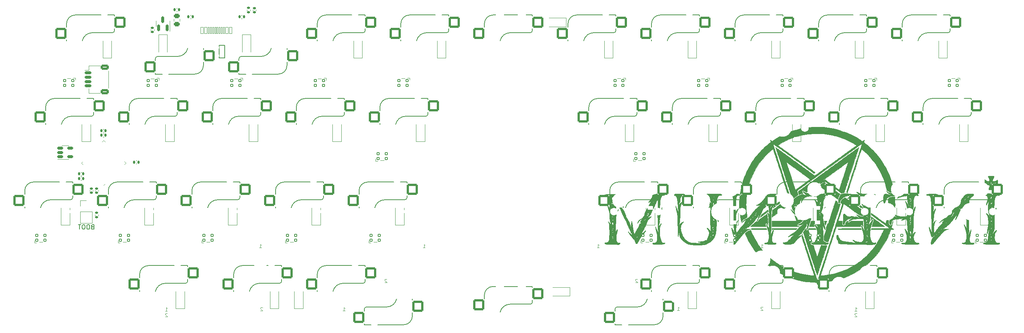
<source format=gbr>
%TF.GenerationSoftware,KiCad,Pcbnew,(7.0.0)*%
%TF.CreationDate,2023-12-07T17:50:08+01:00*%
%TF.ProjectId,Infernum HS,496e6665-726e-4756-9d20-48532e6b6963,rev?*%
%TF.SameCoordinates,Original*%
%TF.FileFunction,Legend,Bot*%
%TF.FilePolarity,Positive*%
%FSLAX46Y46*%
G04 Gerber Fmt 4.6, Leading zero omitted, Abs format (unit mm)*
G04 Created by KiCad (PCBNEW (7.0.0)) date 2023-12-07 17:50:08*
%MOMM*%
%LPD*%
G01*
G04 APERTURE LIST*
G04 Aperture macros list*
%AMRoundRect*
0 Rectangle with rounded corners*
0 $1 Rounding radius*
0 $2 $3 $4 $5 $6 $7 $8 $9 X,Y pos of 4 corners*
0 Add a 4 corners polygon primitive as box body*
4,1,4,$2,$3,$4,$5,$6,$7,$8,$9,$2,$3,0*
0 Add four circle primitives for the rounded corners*
1,1,$1+$1,$2,$3*
1,1,$1+$1,$4,$5*
1,1,$1+$1,$6,$7*
1,1,$1+$1,$8,$9*
0 Add four rect primitives between the rounded corners*
20,1,$1+$1,$2,$3,$4,$5,0*
20,1,$1+$1,$4,$5,$6,$7,0*
20,1,$1+$1,$6,$7,$8,$9,0*
20,1,$1+$1,$8,$9,$2,$3,0*%
%AMRotRect*
0 Rectangle, with rotation*
0 The origin of the aperture is its center*
0 $1 length*
0 $2 width*
0 $3 Rotation angle, in degrees counterclockwise*
0 Add horizontal line*
21,1,$1,$2,0,0,$3*%
G04 Aperture macros list end*
%ADD10C,0.100000*%
%ADD11C,0.150000*%
%ADD12C,0.010000*%
%ADD13C,0.120000*%
%ADD14R,2.000000X2.000000*%
%ADD15C,2.000000*%
%ADD16R,2.000000X3.200000*%
%ADD17C,4.000000*%
%ADD18C,3.987800*%
%ADD19C,1.750000*%
%ADD20C,3.300000*%
%ADD21RoundRect,0.250000X1.025000X1.000000X-1.025000X1.000000X-1.025000X-1.000000X1.025000X-1.000000X0*%
%ADD22RoundRect,0.140000X-0.140000X-0.170000X0.140000X-0.170000X0.140000X0.170000X-0.140000X0.170000X0*%
%ADD23R,1.200000X0.900000*%
%ADD24RoundRect,0.250000X-1.025000X-1.000000X1.025000X-1.000000X1.025000X1.000000X-1.025000X1.000000X0*%
%ADD25RoundRect,0.105000X0.245000X0.245000X-0.245000X0.245000X-0.245000X-0.245000X0.245000X-0.245000X0*%
%ADD26RoundRect,0.105000X-0.245000X-0.245000X0.245000X-0.245000X0.245000X0.245000X-0.245000X0.245000X0*%
%ADD27RoundRect,0.150000X-0.625000X0.150000X-0.625000X-0.150000X0.625000X-0.150000X0.625000X0.150000X0*%
%ADD28RoundRect,0.250000X-0.650000X0.350000X-0.650000X-0.350000X0.650000X-0.350000X0.650000X0.350000X0*%
%ADD29RoundRect,0.135000X-0.185000X0.135000X-0.185000X-0.135000X0.185000X-0.135000X0.185000X0.135000X0*%
%ADD30RoundRect,0.135000X-0.135000X-0.185000X0.135000X-0.185000X0.135000X0.185000X-0.135000X0.185000X0*%
%ADD31R,0.900000X1.200000*%
%ADD32RoundRect,0.140000X0.140000X0.170000X-0.140000X0.170000X-0.140000X-0.170000X0.140000X-0.170000X0*%
%ADD33RoundRect,0.140000X-0.170000X0.140000X-0.170000X-0.140000X0.170000X-0.140000X0.170000X0.140000X0*%
%ADD34RoundRect,0.140000X0.170000X-0.140000X0.170000X0.140000X-0.170000X0.140000X-0.170000X-0.140000X0*%
%ADD35RoundRect,0.062500X-0.220971X-0.309359X0.309359X0.220971X0.220971X0.309359X-0.309359X-0.220971X0*%
%ADD36RoundRect,0.062500X0.220971X-0.309359X0.309359X-0.220971X-0.220971X0.309359X-0.309359X0.220971X0*%
%ADD37RotRect,5.600000X5.600000X45.000000*%
%ADD38R,1.700000X1.700000*%
%ADD39O,1.700000X1.700000*%
%ADD40C,0.750000*%
%ADD41RoundRect,0.050000X-0.300000X-0.725000X0.300000X-0.725000X0.300000X0.725000X-0.300000X0.725000X0*%
%ADD42RoundRect,0.050000X-0.150000X-0.725000X0.150000X-0.725000X0.150000X0.725000X-0.150000X0.725000X0*%
%ADD43O,1.100000X1.700000*%
%ADD44O,1.100000X2.200000*%
%ADD45RoundRect,0.150000X0.150000X-0.587500X0.150000X0.587500X-0.150000X0.587500X-0.150000X-0.587500X0*%
%ADD46R,0.700000X1.000000*%
%ADD47R,0.700000X0.600000*%
%ADD48RoundRect,0.150000X-0.512500X-0.150000X0.512500X-0.150000X0.512500X0.150000X-0.512500X0.150000X0*%
%ADD49RoundRect,0.243750X0.456250X-0.243750X0.456250X0.243750X-0.456250X0.243750X-0.456250X-0.243750X0*%
%ADD50RoundRect,0.135000X0.135000X0.185000X-0.135000X0.185000X-0.135000X-0.185000X0.135000X-0.185000X0*%
G04 APERTURE END LIST*
D10*
X236308928Y-152839654D02*
X236766071Y-152839654D01*
X236537499Y-152839654D02*
X236537499Y-152039654D01*
X236537499Y-152039654D02*
X236613690Y-152153940D01*
X236613690Y-152153940D02*
X236689880Y-152230130D01*
X236689880Y-152230130D02*
X236766071Y-152268226D01*
X236766071Y-153411845D02*
X236727975Y-153373750D01*
X236727975Y-153373750D02*
X236651785Y-153335654D01*
X236651785Y-153335654D02*
X236461309Y-153335654D01*
X236461309Y-153335654D02*
X236385118Y-153373750D01*
X236385118Y-153373750D02*
X236347023Y-153411845D01*
X236347023Y-153411845D02*
X236308928Y-153488035D01*
X236308928Y-153488035D02*
X236308928Y-153564226D01*
X236308928Y-153564226D02*
X236347023Y-153678511D01*
X236347023Y-153678511D02*
X236804166Y-154135654D01*
X236804166Y-154135654D02*
X236308928Y-154135654D01*
X119627678Y-152820904D02*
X120084821Y-152820904D01*
X119856249Y-152820904D02*
X119856249Y-152020904D01*
X119856249Y-152020904D02*
X119932440Y-152135190D01*
X119932440Y-152135190D02*
X120008630Y-152211380D01*
X120008630Y-152211380D02*
X120084821Y-152249476D01*
X195827678Y-152693904D02*
X196284821Y-152693904D01*
X196056249Y-152693904D02*
X196056249Y-151893904D01*
X196056249Y-151893904D02*
X196132440Y-152008190D01*
X196132440Y-152008190D02*
X196208630Y-152084380D01*
X196208630Y-152084380D02*
X196284821Y-152122476D01*
X100577678Y-138406404D02*
X101034821Y-138406404D01*
X100806249Y-138406404D02*
X100806249Y-137606404D01*
X100806249Y-137606404D02*
X100882440Y-137720690D01*
X100882440Y-137720690D02*
X100958630Y-137796880D01*
X100958630Y-137796880D02*
X101034821Y-137834976D01*
X79146428Y-152839654D02*
X79603571Y-152839654D01*
X79374999Y-152839654D02*
X79374999Y-152039654D01*
X79374999Y-152039654D02*
X79451190Y-152153940D01*
X79451190Y-152153940D02*
X79527380Y-152230130D01*
X79527380Y-152230130D02*
X79603571Y-152268226D01*
X79603571Y-153411845D02*
X79565475Y-153373750D01*
X79565475Y-153373750D02*
X79489285Y-153335654D01*
X79489285Y-153335654D02*
X79298809Y-153335654D01*
X79298809Y-153335654D02*
X79222618Y-153373750D01*
X79222618Y-153373750D02*
X79184523Y-153411845D01*
X79184523Y-153411845D02*
X79146428Y-153488035D01*
X79146428Y-153488035D02*
X79146428Y-153564226D01*
X79146428Y-153564226D02*
X79184523Y-153678511D01*
X79184523Y-153678511D02*
X79641666Y-154135654D01*
X79641666Y-154135654D02*
X79146428Y-154135654D01*
X137883928Y-138406404D02*
X138341071Y-138406404D01*
X138112499Y-138406404D02*
X138112499Y-137606404D01*
X138112499Y-137606404D02*
X138188690Y-137720690D01*
X138188690Y-137720690D02*
X138264880Y-137796880D01*
X138264880Y-137796880D02*
X138341071Y-137834976D01*
X195827678Y-152693904D02*
X196284821Y-152693904D01*
X196056249Y-152693904D02*
X196056249Y-151893904D01*
X196056249Y-151893904D02*
X196132440Y-152008190D01*
X196132440Y-152008190D02*
X196208630Y-152084380D01*
X196208630Y-152084380D02*
X196284821Y-152122476D01*
X215334821Y-151970095D02*
X215296725Y-151932000D01*
X215296725Y-151932000D02*
X215220535Y-151893904D01*
X215220535Y-151893904D02*
X215030059Y-151893904D01*
X215030059Y-151893904D02*
X214953868Y-151932000D01*
X214953868Y-151932000D02*
X214915773Y-151970095D01*
X214915773Y-151970095D02*
X214877678Y-152046285D01*
X214877678Y-152046285D02*
X214877678Y-152122476D01*
X214877678Y-152122476D02*
X214915773Y-152236761D01*
X214915773Y-152236761D02*
X215372916Y-152693904D01*
X215372916Y-152693904D02*
X214877678Y-152693904D01*
X186759821Y-145620095D02*
X186721725Y-145582000D01*
X186721725Y-145582000D02*
X186645535Y-145543904D01*
X186645535Y-145543904D02*
X186455059Y-145543904D01*
X186455059Y-145543904D02*
X186378868Y-145582000D01*
X186378868Y-145582000D02*
X186340773Y-145620095D01*
X186340773Y-145620095D02*
X186302678Y-145696285D01*
X186302678Y-145696285D02*
X186302678Y-145772476D01*
X186302678Y-145772476D02*
X186340773Y-145886761D01*
X186340773Y-145886761D02*
X186797916Y-146343904D01*
X186797916Y-146343904D02*
X186302678Y-146343904D01*
X214877678Y-138406404D02*
X215334821Y-138406404D01*
X215106249Y-138406404D02*
X215106249Y-137606404D01*
X215106249Y-137606404D02*
X215182440Y-137720690D01*
X215182440Y-137720690D02*
X215258630Y-137796880D01*
X215258630Y-137796880D02*
X215334821Y-137834976D01*
X101283475Y-152097095D02*
X101245379Y-152059000D01*
X101245379Y-152059000D02*
X101169189Y-152020904D01*
X101169189Y-152020904D02*
X100978713Y-152020904D01*
X100978713Y-152020904D02*
X100902522Y-152059000D01*
X100902522Y-152059000D02*
X100864427Y-152097095D01*
X100864427Y-152097095D02*
X100826332Y-152173285D01*
X100826332Y-152173285D02*
X100826332Y-152249476D01*
X100826332Y-152249476D02*
X100864427Y-152363761D01*
X100864427Y-152363761D02*
X101321570Y-152820904D01*
X101321570Y-152820904D02*
X100826332Y-152820904D01*
D11*
X62520060Y-133645667D02*
X62377203Y-133693286D01*
X62377203Y-133693286D02*
X62329584Y-133740905D01*
X62329584Y-133740905D02*
X62281965Y-133836143D01*
X62281965Y-133836143D02*
X62281965Y-133979000D01*
X62281965Y-133979000D02*
X62329584Y-134074238D01*
X62329584Y-134074238D02*
X62377203Y-134121857D01*
X62377203Y-134121857D02*
X62472441Y-134169476D01*
X62472441Y-134169476D02*
X62853393Y-134169476D01*
X62853393Y-134169476D02*
X62853393Y-133169476D01*
X62853393Y-133169476D02*
X62520060Y-133169476D01*
X62520060Y-133169476D02*
X62424822Y-133217096D01*
X62424822Y-133217096D02*
X62377203Y-133264715D01*
X62377203Y-133264715D02*
X62329584Y-133359953D01*
X62329584Y-133359953D02*
X62329584Y-133455191D01*
X62329584Y-133455191D02*
X62377203Y-133550429D01*
X62377203Y-133550429D02*
X62424822Y-133598048D01*
X62424822Y-133598048D02*
X62520060Y-133645667D01*
X62520060Y-133645667D02*
X62853393Y-133645667D01*
X61662917Y-133169476D02*
X61472441Y-133169476D01*
X61472441Y-133169476D02*
X61377203Y-133217096D01*
X61377203Y-133217096D02*
X61281965Y-133312334D01*
X61281965Y-133312334D02*
X61234346Y-133502810D01*
X61234346Y-133502810D02*
X61234346Y-133836143D01*
X61234346Y-133836143D02*
X61281965Y-134026619D01*
X61281965Y-134026619D02*
X61377203Y-134121857D01*
X61377203Y-134121857D02*
X61472441Y-134169476D01*
X61472441Y-134169476D02*
X61662917Y-134169476D01*
X61662917Y-134169476D02*
X61758155Y-134121857D01*
X61758155Y-134121857D02*
X61853393Y-134026619D01*
X61853393Y-134026619D02*
X61901012Y-133836143D01*
X61901012Y-133836143D02*
X61901012Y-133502810D01*
X61901012Y-133502810D02*
X61853393Y-133312334D01*
X61853393Y-133312334D02*
X61758155Y-133217096D01*
X61758155Y-133217096D02*
X61662917Y-133169476D01*
X60615298Y-133169476D02*
X60424822Y-133169476D01*
X60424822Y-133169476D02*
X60329584Y-133217096D01*
X60329584Y-133217096D02*
X60234346Y-133312334D01*
X60234346Y-133312334D02*
X60186727Y-133502810D01*
X60186727Y-133502810D02*
X60186727Y-133836143D01*
X60186727Y-133836143D02*
X60234346Y-134026619D01*
X60234346Y-134026619D02*
X60329584Y-134121857D01*
X60329584Y-134121857D02*
X60424822Y-134169476D01*
X60424822Y-134169476D02*
X60615298Y-134169476D01*
X60615298Y-134169476D02*
X60710536Y-134121857D01*
X60710536Y-134121857D02*
X60805774Y-134026619D01*
X60805774Y-134026619D02*
X60853393Y-133836143D01*
X60853393Y-133836143D02*
X60853393Y-133502810D01*
X60853393Y-133502810D02*
X60805774Y-133312334D01*
X60805774Y-133312334D02*
X60710536Y-133217096D01*
X60710536Y-133217096D02*
X60615298Y-133169476D01*
X59901012Y-133169476D02*
X59329584Y-133169476D01*
X59615298Y-134169476D02*
X59615298Y-133169476D01*
D10*
X236308928Y-152839654D02*
X236766071Y-152839654D01*
X236537499Y-152839654D02*
X236537499Y-152039654D01*
X236537499Y-152039654D02*
X236613690Y-152153940D01*
X236613690Y-152153940D02*
X236689880Y-152230130D01*
X236689880Y-152230130D02*
X236766071Y-152268226D01*
X236766071Y-153411845D02*
X236727975Y-153373750D01*
X236727975Y-153373750D02*
X236651785Y-153335654D01*
X236651785Y-153335654D02*
X236461309Y-153335654D01*
X236461309Y-153335654D02*
X236385118Y-153373750D01*
X236385118Y-153373750D02*
X236347023Y-153411845D01*
X236347023Y-153411845D02*
X236308928Y-153488035D01*
X236308928Y-153488035D02*
X236308928Y-153564226D01*
X236308928Y-153564226D02*
X236347023Y-153678511D01*
X236347023Y-153678511D02*
X236804166Y-154135654D01*
X236804166Y-154135654D02*
X236308928Y-154135654D01*
X177571428Y-138406404D02*
X178028571Y-138406404D01*
X177799999Y-138406404D02*
X177799999Y-137606404D01*
X177799999Y-137606404D02*
X177876190Y-137720690D01*
X177876190Y-137720690D02*
X177952380Y-137796880D01*
X177952380Y-137796880D02*
X178028571Y-137834976D01*
X214877678Y-138406404D02*
X215334821Y-138406404D01*
X215106249Y-138406404D02*
X215106249Y-137606404D01*
X215106249Y-137606404D02*
X215182440Y-137720690D01*
X215182440Y-137720690D02*
X215258630Y-137796880D01*
X215258630Y-137796880D02*
X215334821Y-137834976D01*
X129609821Y-145620095D02*
X129571725Y-145582000D01*
X129571725Y-145582000D02*
X129495535Y-145543904D01*
X129495535Y-145543904D02*
X129305059Y-145543904D01*
X129305059Y-145543904D02*
X129228868Y-145582000D01*
X129228868Y-145582000D02*
X129190773Y-145620095D01*
X129190773Y-145620095D02*
X129152678Y-145696285D01*
X129152678Y-145696285D02*
X129152678Y-145772476D01*
X129152678Y-145772476D02*
X129190773Y-145886761D01*
X129190773Y-145886761D02*
X129647916Y-146343904D01*
X129647916Y-146343904D02*
X129152678Y-146343904D01*
X186759821Y-145620095D02*
X186721725Y-145582000D01*
X186721725Y-145582000D02*
X186645535Y-145543904D01*
X186645535Y-145543904D02*
X186455059Y-145543904D01*
X186455059Y-145543904D02*
X186378868Y-145582000D01*
X186378868Y-145582000D02*
X186340773Y-145620095D01*
X186340773Y-145620095D02*
X186302678Y-145696285D01*
X186302678Y-145696285D02*
X186302678Y-145772476D01*
X186302678Y-145772476D02*
X186340773Y-145886761D01*
X186340773Y-145886761D02*
X186797916Y-146343904D01*
X186797916Y-146343904D02*
X186302678Y-146343904D01*
X177571428Y-138406404D02*
X178028571Y-138406404D01*
X177799999Y-138406404D02*
X177799999Y-137606404D01*
X177799999Y-137606404D02*
X177876190Y-137720690D01*
X177876190Y-137720690D02*
X177952380Y-137796880D01*
X177952380Y-137796880D02*
X178028571Y-137834976D01*
X215334821Y-151970095D02*
X215296725Y-151932000D01*
X215296725Y-151932000D02*
X215220535Y-151893904D01*
X215220535Y-151893904D02*
X215030059Y-151893904D01*
X215030059Y-151893904D02*
X214953868Y-151932000D01*
X214953868Y-151932000D02*
X214915773Y-151970095D01*
X214915773Y-151970095D02*
X214877678Y-152046285D01*
X214877678Y-152046285D02*
X214877678Y-152122476D01*
X214877678Y-152122476D02*
X214915773Y-152236761D01*
X214915773Y-152236761D02*
X215372916Y-152693904D01*
X215372916Y-152693904D02*
X214877678Y-152693904D01*
%TO.C,G\u002A\u002A\u002A*%
G36*
X229918332Y-132295900D02*
G01*
X229906014Y-132336156D01*
X229890129Y-132386923D01*
X229871211Y-132446569D01*
X229849799Y-132513464D01*
X229826428Y-132585975D01*
X229801634Y-132662471D01*
X229775954Y-132741323D01*
X229749924Y-132820897D01*
X229724080Y-132899564D01*
X229698959Y-132975692D01*
X229675096Y-133047649D01*
X229653028Y-133113805D01*
X229633292Y-133172529D01*
X229616423Y-133222188D01*
X229602958Y-133261153D01*
X229593432Y-133287791D01*
X229588384Y-133300473D01*
X229587796Y-133301317D01*
X229581702Y-133294742D01*
X229579981Y-133290733D01*
X229575034Y-133274641D01*
X229566521Y-133244704D01*
X229555125Y-133203472D01*
X229541525Y-133153492D01*
X229526403Y-133097313D01*
X229510438Y-133037483D01*
X229494311Y-132976551D01*
X229478704Y-132917064D01*
X229464296Y-132861572D01*
X229451768Y-132812623D01*
X229443738Y-132780617D01*
X229430051Y-132723644D01*
X229415277Y-132659191D01*
X229400138Y-132590691D01*
X229385358Y-132521581D01*
X229371659Y-132455295D01*
X229359765Y-132395269D01*
X229350398Y-132344937D01*
X229344406Y-132308600D01*
X229339781Y-132276850D01*
X229924058Y-132276850D01*
X229918332Y-132295900D01*
G37*
D12*
X229918332Y-132295900D02*
X229906014Y-132336156D01*
X229890129Y-132386923D01*
X229871211Y-132446569D01*
X229849799Y-132513464D01*
X229826428Y-132585975D01*
X229801634Y-132662471D01*
X229775954Y-132741323D01*
X229749924Y-132820897D01*
X229724080Y-132899564D01*
X229698959Y-132975692D01*
X229675096Y-133047649D01*
X229653028Y-133113805D01*
X229633292Y-133172529D01*
X229616423Y-133222188D01*
X229602958Y-133261153D01*
X229593432Y-133287791D01*
X229588384Y-133300473D01*
X229587796Y-133301317D01*
X229581702Y-133294742D01*
X229579981Y-133290733D01*
X229575034Y-133274641D01*
X229566521Y-133244704D01*
X229555125Y-133203472D01*
X229541525Y-133153492D01*
X229526403Y-133097313D01*
X229510438Y-133037483D01*
X229494311Y-132976551D01*
X229478704Y-132917064D01*
X229464296Y-132861572D01*
X229451768Y-132812623D01*
X229443738Y-132780617D01*
X229430051Y-132723644D01*
X229415277Y-132659191D01*
X229400138Y-132590691D01*
X229385358Y-132521581D01*
X229371659Y-132455295D01*
X229359765Y-132395269D01*
X229350398Y-132344937D01*
X229344406Y-132308600D01*
X229339781Y-132276850D01*
X229924058Y-132276850D01*
X229918332Y-132295900D01*
G36*
X220268800Y-133984266D02*
G01*
X220487521Y-133984597D01*
X220701892Y-133984930D01*
X220911295Y-133985264D01*
X221115109Y-133985596D01*
X221312715Y-133985926D01*
X221503495Y-133986253D01*
X221686828Y-133986575D01*
X221862095Y-133986891D01*
X222028677Y-133987200D01*
X222185954Y-133987501D01*
X222333307Y-133987792D01*
X222470117Y-133988072D01*
X222595765Y-133988340D01*
X222709630Y-133988595D01*
X222811094Y-133988836D01*
X222899537Y-133989061D01*
X222974339Y-133989269D01*
X223034883Y-133989458D01*
X223080547Y-133989629D01*
X223110713Y-133989778D01*
X223124761Y-133989906D01*
X223125750Y-133989942D01*
X223126009Y-133992560D01*
X223121497Y-134000102D01*
X223111222Y-134013783D01*
X223094191Y-134034816D01*
X223069412Y-134064416D01*
X223035890Y-134103799D01*
X222992634Y-134154178D01*
X222970615Y-134179733D01*
X222903079Y-134258050D01*
X217881218Y-134258050D01*
X217848306Y-134220660D01*
X217808759Y-134184740D01*
X217763089Y-134157817D01*
X217716218Y-134142394D01*
X217689037Y-134139702D01*
X217645263Y-134145612D01*
X217602010Y-134163827D01*
X217556433Y-134195727D01*
X217534996Y-134214375D01*
X217508579Y-134237394D01*
X217488988Y-134250650D01*
X217471418Y-134256687D01*
X217452446Y-134258050D01*
X217417650Y-134258050D01*
X217417650Y-133979998D01*
X220268800Y-133984266D01*
G37*
X220268800Y-133984266D02*
X220487521Y-133984597D01*
X220701892Y-133984930D01*
X220911295Y-133985264D01*
X221115109Y-133985596D01*
X221312715Y-133985926D01*
X221503495Y-133986253D01*
X221686828Y-133986575D01*
X221862095Y-133986891D01*
X222028677Y-133987200D01*
X222185954Y-133987501D01*
X222333307Y-133987792D01*
X222470117Y-133988072D01*
X222595765Y-133988340D01*
X222709630Y-133988595D01*
X222811094Y-133988836D01*
X222899537Y-133989061D01*
X222974339Y-133989269D01*
X223034883Y-133989458D01*
X223080547Y-133989629D01*
X223110713Y-133989778D01*
X223124761Y-133989906D01*
X223125750Y-133989942D01*
X223126009Y-133992560D01*
X223121497Y-134000102D01*
X223111222Y-134013783D01*
X223094191Y-134034816D01*
X223069412Y-134064416D01*
X223035890Y-134103799D01*
X222992634Y-134154178D01*
X222970615Y-134179733D01*
X222903079Y-134258050D01*
X217881218Y-134258050D01*
X217848306Y-134220660D01*
X217808759Y-134184740D01*
X217763089Y-134157817D01*
X217716218Y-134142394D01*
X217689037Y-134139702D01*
X217645263Y-134145612D01*
X217602010Y-134163827D01*
X217556433Y-134195727D01*
X217534996Y-134214375D01*
X217508579Y-134237394D01*
X217488988Y-134250650D01*
X217471418Y-134256687D01*
X217452446Y-134258050D01*
X217417650Y-134258050D01*
X217417650Y-133979998D01*
X220268800Y-133984266D01*
G36*
X222600163Y-131065159D02*
G01*
X222618226Y-131078238D01*
X222645130Y-131098486D01*
X222678654Y-131124236D01*
X222707136Y-131146415D01*
X222756268Y-131184327D01*
X222812167Y-131226566D01*
X222868643Y-131268502D01*
X222919502Y-131305506D01*
X222929558Y-131312693D01*
X223040109Y-131391371D01*
X223151615Y-131732511D01*
X223263121Y-132073650D01*
X223730388Y-132073650D01*
X223856778Y-132073860D01*
X223967214Y-132074516D01*
X224062670Y-132075656D01*
X224144120Y-132077318D01*
X224212540Y-132079539D01*
X224268903Y-132082357D01*
X224314184Y-132085812D01*
X224349357Y-132089939D01*
X224375396Y-132094778D01*
X224390762Y-132099359D01*
X224411990Y-132107429D01*
X224386839Y-132143456D01*
X224366069Y-132171858D01*
X224343894Y-132200231D01*
X224336781Y-132208817D01*
X224311873Y-132238150D01*
X223809045Y-132239819D01*
X223714143Y-132240004D01*
X223621028Y-132239937D01*
X223531662Y-132239638D01*
X223448008Y-132239122D01*
X223372026Y-132238408D01*
X223305679Y-132237513D01*
X223250928Y-132236454D01*
X223209735Y-132235250D01*
X223189565Y-132234302D01*
X223115734Y-132228194D01*
X223057377Y-132219765D01*
X223013152Y-132208701D01*
X222981720Y-132194689D01*
X222965434Y-132181737D01*
X222958771Y-132169599D01*
X222947633Y-132142533D01*
X222931960Y-132100366D01*
X222911692Y-132042924D01*
X222886770Y-131970032D01*
X222857133Y-131881517D01*
X222822721Y-131777204D01*
X222783475Y-131656920D01*
X222769116Y-131612654D01*
X222739180Y-131520120D01*
X222710884Y-131432417D01*
X222684646Y-131350858D01*
X222660884Y-131276752D01*
X222640018Y-131211413D01*
X222622464Y-131156150D01*
X222608641Y-131112276D01*
X222598968Y-131081102D01*
X222593862Y-131063939D01*
X222593163Y-131060914D01*
X222600163Y-131065159D01*
G37*
X222600163Y-131065159D02*
X222618226Y-131078238D01*
X222645130Y-131098486D01*
X222678654Y-131124236D01*
X222707136Y-131146415D01*
X222756268Y-131184327D01*
X222812167Y-131226566D01*
X222868643Y-131268502D01*
X222919502Y-131305506D01*
X222929558Y-131312693D01*
X223040109Y-131391371D01*
X223151615Y-131732511D01*
X223263121Y-132073650D01*
X223730388Y-132073650D01*
X223856778Y-132073860D01*
X223967214Y-132074516D01*
X224062670Y-132075656D01*
X224144120Y-132077318D01*
X224212540Y-132079539D01*
X224268903Y-132082357D01*
X224314184Y-132085812D01*
X224349357Y-132089939D01*
X224375396Y-132094778D01*
X224390762Y-132099359D01*
X224411990Y-132107429D01*
X224386839Y-132143456D01*
X224366069Y-132171858D01*
X224343894Y-132200231D01*
X224336781Y-132208817D01*
X224311873Y-132238150D01*
X223809045Y-132239819D01*
X223714143Y-132240004D01*
X223621028Y-132239937D01*
X223531662Y-132239638D01*
X223448008Y-132239122D01*
X223372026Y-132238408D01*
X223305679Y-132237513D01*
X223250928Y-132236454D01*
X223209735Y-132235250D01*
X223189565Y-132234302D01*
X223115734Y-132228194D01*
X223057377Y-132219765D01*
X223013152Y-132208701D01*
X222981720Y-132194689D01*
X222965434Y-132181737D01*
X222958771Y-132169599D01*
X222947633Y-132142533D01*
X222931960Y-132100366D01*
X222911692Y-132042924D01*
X222886770Y-131970032D01*
X222857133Y-131881517D01*
X222822721Y-131777204D01*
X222783475Y-131656920D01*
X222769116Y-131612654D01*
X222739180Y-131520120D01*
X222710884Y-131432417D01*
X222684646Y-131350858D01*
X222660884Y-131276752D01*
X222640018Y-131211413D01*
X222622464Y-131156150D01*
X222608641Y-131112276D01*
X222598968Y-131081102D01*
X222593862Y-131063939D01*
X222593163Y-131060914D01*
X222600163Y-131065159D01*
G36*
X237752220Y-134105650D02*
G01*
X237763028Y-134147845D01*
X237772679Y-134185986D01*
X237780167Y-134216058D01*
X237784481Y-134234044D01*
X237784642Y-134234766D01*
X237789795Y-134258050D01*
X237168939Y-134255983D01*
X237053063Y-134255607D01*
X236923506Y-134255203D01*
X236783521Y-134254781D01*
X236636361Y-134254350D01*
X236485278Y-134253919D01*
X236333525Y-134253498D01*
X236184354Y-134253095D01*
X236041019Y-134252721D01*
X235906772Y-134252383D01*
X235845350Y-134252234D01*
X235727563Y-134251893D01*
X235600798Y-134251418D01*
X235466140Y-134250818D01*
X235324670Y-134250103D01*
X235177473Y-134249282D01*
X235025631Y-134248363D01*
X234870227Y-134247357D01*
X234712345Y-134246273D01*
X234553067Y-134245121D01*
X234393476Y-134243909D01*
X234234656Y-134242647D01*
X234077690Y-134241344D01*
X233923661Y-134240010D01*
X233773652Y-134238654D01*
X233628745Y-134237286D01*
X233490025Y-134235914D01*
X233358574Y-134234548D01*
X233235475Y-134233199D01*
X233121811Y-134231874D01*
X233018666Y-134230583D01*
X232927122Y-134229336D01*
X232848263Y-134228142D01*
X232783171Y-134227010D01*
X232732931Y-134225950D01*
X232700685Y-134225044D01*
X232519354Y-134218784D01*
X232495032Y-134189734D01*
X232475769Y-134158723D01*
X232472778Y-134131545D01*
X232485989Y-134108730D01*
X232507330Y-134094387D01*
X232525202Y-134086823D01*
X232547292Y-134079685D01*
X232574081Y-134072958D01*
X232606047Y-134066632D01*
X232643670Y-134060693D01*
X232687428Y-134055129D01*
X232737800Y-134049927D01*
X232795266Y-134045075D01*
X232860305Y-134040561D01*
X232933395Y-134036371D01*
X233015016Y-134032494D01*
X233105647Y-134028917D01*
X233205766Y-134025627D01*
X233315854Y-134022612D01*
X233436388Y-134019860D01*
X233567849Y-134017357D01*
X233710715Y-134015092D01*
X233865464Y-134013052D01*
X234032578Y-134011224D01*
X234212533Y-134009597D01*
X234405810Y-134008157D01*
X234612887Y-134006891D01*
X234834244Y-134005789D01*
X235070360Y-134004836D01*
X235321713Y-134004021D01*
X235588783Y-134003330D01*
X235872049Y-134002753D01*
X236031616Y-134002484D01*
X237724950Y-133999816D01*
X237752220Y-134105650D01*
G37*
X237752220Y-134105650D02*
X237763028Y-134147845D01*
X237772679Y-134185986D01*
X237780167Y-134216058D01*
X237784481Y-134234044D01*
X237784642Y-134234766D01*
X237789795Y-134258050D01*
X237168939Y-134255983D01*
X237053063Y-134255607D01*
X236923506Y-134255203D01*
X236783521Y-134254781D01*
X236636361Y-134254350D01*
X236485278Y-134253919D01*
X236333525Y-134253498D01*
X236184354Y-134253095D01*
X236041019Y-134252721D01*
X235906772Y-134252383D01*
X235845350Y-134252234D01*
X235727563Y-134251893D01*
X235600798Y-134251418D01*
X235466140Y-134250818D01*
X235324670Y-134250103D01*
X235177473Y-134249282D01*
X235025631Y-134248363D01*
X234870227Y-134247357D01*
X234712345Y-134246273D01*
X234553067Y-134245121D01*
X234393476Y-134243909D01*
X234234656Y-134242647D01*
X234077690Y-134241344D01*
X233923661Y-134240010D01*
X233773652Y-134238654D01*
X233628745Y-134237286D01*
X233490025Y-134235914D01*
X233358574Y-134234548D01*
X233235475Y-134233199D01*
X233121811Y-134231874D01*
X233018666Y-134230583D01*
X232927122Y-134229336D01*
X232848263Y-134228142D01*
X232783171Y-134227010D01*
X232732931Y-134225950D01*
X232700685Y-134225044D01*
X232519354Y-134218784D01*
X232495032Y-134189734D01*
X232475769Y-134158723D01*
X232472778Y-134131545D01*
X232485989Y-134108730D01*
X232507330Y-134094387D01*
X232525202Y-134086823D01*
X232547292Y-134079685D01*
X232574081Y-134072958D01*
X232606047Y-134066632D01*
X232643670Y-134060693D01*
X232687428Y-134055129D01*
X232737800Y-134049927D01*
X232795266Y-134045075D01*
X232860305Y-134040561D01*
X232933395Y-134036371D01*
X233015016Y-134032494D01*
X233105647Y-134028917D01*
X233205766Y-134025627D01*
X233315854Y-134022612D01*
X233436388Y-134019860D01*
X233567849Y-134017357D01*
X233710715Y-134015092D01*
X233865464Y-134013052D01*
X234032578Y-134011224D01*
X234212533Y-134009597D01*
X234405810Y-134008157D01*
X234612887Y-134006891D01*
X234834244Y-134005789D01*
X235070360Y-134004836D01*
X235321713Y-134004021D01*
X235588783Y-134003330D01*
X235872049Y-134002753D01*
X236031616Y-134002484D01*
X237724950Y-133999816D01*
X237752220Y-134105650D01*
G36*
X235387800Y-127114426D02*
G01*
X235408478Y-127128778D01*
X235441487Y-127152110D01*
X235486147Y-127183933D01*
X235541778Y-127223755D01*
X235607700Y-127271086D01*
X235683231Y-127325435D01*
X235767692Y-127386311D01*
X235860402Y-127453223D01*
X235960680Y-127525681D01*
X236067847Y-127603195D01*
X236181221Y-127685273D01*
X236300122Y-127771424D01*
X236423869Y-127861158D01*
X236551783Y-127953984D01*
X236654785Y-128028782D01*
X237920516Y-128948203D01*
X237955757Y-129022910D01*
X237975190Y-129065916D01*
X237995329Y-129113417D01*
X238012511Y-129156703D01*
X238015992Y-129166057D01*
X238026904Y-129198287D01*
X238039097Y-129238100D01*
X238051729Y-129282257D01*
X238063960Y-129327525D01*
X238074949Y-129370665D01*
X238083853Y-129408442D01*
X238089833Y-129437620D01*
X238092047Y-129454962D01*
X238091775Y-129457641D01*
X238084729Y-129453716D01*
X238064728Y-129440337D01*
X238032497Y-129418027D01*
X237988766Y-129387306D01*
X237934260Y-129348697D01*
X237869709Y-129302721D01*
X237795838Y-129249899D01*
X237713376Y-129190753D01*
X237623050Y-129125804D01*
X237525588Y-129055574D01*
X237421717Y-128980585D01*
X237312164Y-128901358D01*
X237197657Y-128818414D01*
X237078923Y-128732276D01*
X236996449Y-128672366D01*
X236866874Y-128578198D01*
X236735950Y-128483055D01*
X236604834Y-128387778D01*
X236474679Y-128293204D01*
X236346641Y-128200174D01*
X236221875Y-128109527D01*
X236101537Y-128022101D01*
X235986780Y-127938736D01*
X235878761Y-127860270D01*
X235778634Y-127787544D01*
X235687555Y-127721396D01*
X235606677Y-127662665D01*
X235537158Y-127612190D01*
X235480151Y-127570811D01*
X235478866Y-127569878D01*
X235403886Y-127515383D01*
X235333123Y-127463794D01*
X235267743Y-127415972D01*
X235208914Y-127372780D01*
X235157801Y-127335077D01*
X235115573Y-127303725D01*
X235083396Y-127279586D01*
X235062437Y-127263519D01*
X235053862Y-127256387D01*
X235053716Y-127256145D01*
X235061032Y-127251397D01*
X235081132Y-127241201D01*
X235111245Y-127226800D01*
X235148602Y-127209439D01*
X235190432Y-127190363D01*
X235233964Y-127170814D01*
X235276429Y-127152039D01*
X235315055Y-127135280D01*
X235347072Y-127121782D01*
X235369711Y-127112789D01*
X235380135Y-127109546D01*
X235387800Y-127114426D01*
G37*
X235387800Y-127114426D02*
X235408478Y-127128778D01*
X235441487Y-127152110D01*
X235486147Y-127183933D01*
X235541778Y-127223755D01*
X235607700Y-127271086D01*
X235683231Y-127325435D01*
X235767692Y-127386311D01*
X235860402Y-127453223D01*
X235960680Y-127525681D01*
X236067847Y-127603195D01*
X236181221Y-127685273D01*
X236300122Y-127771424D01*
X236423869Y-127861158D01*
X236551783Y-127953984D01*
X236654785Y-128028782D01*
X237920516Y-128948203D01*
X237955757Y-129022910D01*
X237975190Y-129065916D01*
X237995329Y-129113417D01*
X238012511Y-129156703D01*
X238015992Y-129166057D01*
X238026904Y-129198287D01*
X238039097Y-129238100D01*
X238051729Y-129282257D01*
X238063960Y-129327525D01*
X238074949Y-129370665D01*
X238083853Y-129408442D01*
X238089833Y-129437620D01*
X238092047Y-129454962D01*
X238091775Y-129457641D01*
X238084729Y-129453716D01*
X238064728Y-129440337D01*
X238032497Y-129418027D01*
X237988766Y-129387306D01*
X237934260Y-129348697D01*
X237869709Y-129302721D01*
X237795838Y-129249899D01*
X237713376Y-129190753D01*
X237623050Y-129125804D01*
X237525588Y-129055574D01*
X237421717Y-128980585D01*
X237312164Y-128901358D01*
X237197657Y-128818414D01*
X237078923Y-128732276D01*
X236996449Y-128672366D01*
X236866874Y-128578198D01*
X236735950Y-128483055D01*
X236604834Y-128387778D01*
X236474679Y-128293204D01*
X236346641Y-128200174D01*
X236221875Y-128109527D01*
X236101537Y-128022101D01*
X235986780Y-127938736D01*
X235878761Y-127860270D01*
X235778634Y-127787544D01*
X235687555Y-127721396D01*
X235606677Y-127662665D01*
X235537158Y-127612190D01*
X235480151Y-127570811D01*
X235478866Y-127569878D01*
X235403886Y-127515383D01*
X235333123Y-127463794D01*
X235267743Y-127415972D01*
X235208914Y-127372780D01*
X235157801Y-127335077D01*
X235115573Y-127303725D01*
X235083396Y-127279586D01*
X235062437Y-127263519D01*
X235053862Y-127256387D01*
X235053716Y-127256145D01*
X235061032Y-127251397D01*
X235081132Y-127241201D01*
X235111245Y-127226800D01*
X235148602Y-127209439D01*
X235190432Y-127190363D01*
X235233964Y-127170814D01*
X235276429Y-127152039D01*
X235315055Y-127135280D01*
X235347072Y-127121782D01*
X235369711Y-127112789D01*
X235380135Y-127109546D01*
X235387800Y-127114426D01*
G36*
X216495202Y-129750066D02*
G01*
X216499573Y-129760554D01*
X216503069Y-129782693D01*
X216506225Y-129818898D01*
X216506817Y-129827362D01*
X216511192Y-129889635D01*
X216515705Y-129950375D01*
X216520140Y-130006974D01*
X216524281Y-130056823D01*
X216527912Y-130097311D01*
X216530818Y-130125830D01*
X216532615Y-130139017D01*
X216528060Y-130158068D01*
X216513388Y-130172683D01*
X216498850Y-130181108D01*
X216480272Y-130186250D01*
X216453355Y-130188841D01*
X216414227Y-130189617D01*
X216374079Y-130190468D01*
X216345131Y-130193470D01*
X216321684Y-130199665D01*
X216298043Y-130210096D01*
X216295594Y-130211338D01*
X216252009Y-130242861D01*
X216217801Y-130287044D01*
X216194663Y-130341459D01*
X216189151Y-130364182D01*
X216179177Y-130414876D01*
X215455009Y-130941580D01*
X215337853Y-131026787D01*
X215233633Y-131102577D01*
X215141594Y-131169492D01*
X215060979Y-131228077D01*
X214991032Y-131278876D01*
X214930996Y-131322432D01*
X214880114Y-131359290D01*
X214837632Y-131389993D01*
X214802791Y-131415085D01*
X214774837Y-131435110D01*
X214753011Y-131450612D01*
X214736560Y-131462135D01*
X214724725Y-131470223D01*
X214716750Y-131475419D01*
X214711880Y-131478267D01*
X214709357Y-131479312D01*
X214708426Y-131479098D01*
X214708317Y-131478527D01*
X214711925Y-131470471D01*
X214722232Y-131448817D01*
X214738462Y-131415163D01*
X214759840Y-131371106D01*
X214785589Y-131318244D01*
X214814934Y-131258173D01*
X214847099Y-131192491D01*
X214863778Y-131158490D01*
X214897355Y-131089923D01*
X214928719Y-131025568D01*
X214957055Y-130967126D01*
X214981544Y-130916295D01*
X215001368Y-130874778D01*
X215015709Y-130844273D01*
X215023751Y-130826482D01*
X215025102Y-130823057D01*
X215033042Y-130814750D01*
X215054544Y-130796823D01*
X215089363Y-130769455D01*
X215137255Y-130732832D01*
X215197976Y-130687133D01*
X215271282Y-130632543D01*
X215356927Y-130569243D01*
X215454667Y-130497416D01*
X215564259Y-130417244D01*
X215685457Y-130328910D01*
X215754325Y-130278839D01*
X215852870Y-130207283D01*
X215947674Y-130138516D01*
X216037826Y-130073196D01*
X216122414Y-130011979D01*
X216200527Y-129955523D01*
X216271255Y-129904484D01*
X216333686Y-129859518D01*
X216386909Y-129821284D01*
X216430014Y-129790437D01*
X216462090Y-129767635D01*
X216482224Y-129753535D01*
X216489423Y-129748811D01*
X216495202Y-129750066D01*
G37*
X216495202Y-129750066D02*
X216499573Y-129760554D01*
X216503069Y-129782693D01*
X216506225Y-129818898D01*
X216506817Y-129827362D01*
X216511192Y-129889635D01*
X216515705Y-129950375D01*
X216520140Y-130006974D01*
X216524281Y-130056823D01*
X216527912Y-130097311D01*
X216530818Y-130125830D01*
X216532615Y-130139017D01*
X216528060Y-130158068D01*
X216513388Y-130172683D01*
X216498850Y-130181108D01*
X216480272Y-130186250D01*
X216453355Y-130188841D01*
X216414227Y-130189617D01*
X216374079Y-130190468D01*
X216345131Y-130193470D01*
X216321684Y-130199665D01*
X216298043Y-130210096D01*
X216295594Y-130211338D01*
X216252009Y-130242861D01*
X216217801Y-130287044D01*
X216194663Y-130341459D01*
X216189151Y-130364182D01*
X216179177Y-130414876D01*
X215455009Y-130941580D01*
X215337853Y-131026787D01*
X215233633Y-131102577D01*
X215141594Y-131169492D01*
X215060979Y-131228077D01*
X214991032Y-131278876D01*
X214930996Y-131322432D01*
X214880114Y-131359290D01*
X214837632Y-131389993D01*
X214802791Y-131415085D01*
X214774837Y-131435110D01*
X214753011Y-131450612D01*
X214736560Y-131462135D01*
X214724725Y-131470223D01*
X214716750Y-131475419D01*
X214711880Y-131478267D01*
X214709357Y-131479312D01*
X214708426Y-131479098D01*
X214708317Y-131478527D01*
X214711925Y-131470471D01*
X214722232Y-131448817D01*
X214738462Y-131415163D01*
X214759840Y-131371106D01*
X214785589Y-131318244D01*
X214814934Y-131258173D01*
X214847099Y-131192491D01*
X214863778Y-131158490D01*
X214897355Y-131089923D01*
X214928719Y-131025568D01*
X214957055Y-130967126D01*
X214981544Y-130916295D01*
X215001368Y-130874778D01*
X215015709Y-130844273D01*
X215023751Y-130826482D01*
X215025102Y-130823057D01*
X215033042Y-130814750D01*
X215054544Y-130796823D01*
X215089363Y-130769455D01*
X215137255Y-130732832D01*
X215197976Y-130687133D01*
X215271282Y-130632543D01*
X215356927Y-130569243D01*
X215454667Y-130497416D01*
X215564259Y-130417244D01*
X215685457Y-130328910D01*
X215754325Y-130278839D01*
X215852870Y-130207283D01*
X215947674Y-130138516D01*
X216037826Y-130073196D01*
X216122414Y-130011979D01*
X216200527Y-129955523D01*
X216271255Y-129904484D01*
X216333686Y-129859518D01*
X216386909Y-129821284D01*
X216430014Y-129790437D01*
X216462090Y-129767635D01*
X216482224Y-129753535D01*
X216489423Y-129748811D01*
X216495202Y-129750066D01*
G36*
X227437245Y-132494804D02*
G01*
X227439523Y-132576050D01*
X227442334Y-132660124D01*
X227445550Y-132744238D01*
X227449044Y-132825602D01*
X227452689Y-132901426D01*
X227456357Y-132968922D01*
X227459921Y-133025300D01*
X227463255Y-133067771D01*
X227463518Y-133070600D01*
X227465132Y-133097109D01*
X227462992Y-133110663D01*
X227456361Y-133114970D01*
X227454667Y-133115050D01*
X227442762Y-133111005D01*
X227419446Y-133099937D01*
X227387881Y-133083447D01*
X227351228Y-133063137D01*
X227343978Y-133058995D01*
X227286460Y-133026776D01*
X227239985Y-133002905D01*
X227201558Y-132986252D01*
X227168189Y-132975690D01*
X227136884Y-132970090D01*
X227104651Y-132968324D01*
X227103517Y-132968318D01*
X227064261Y-132970359D01*
X227032217Y-132978243D01*
X227004983Y-132990435D01*
X226955217Y-133024858D01*
X226915740Y-133070271D01*
X226888562Y-133123449D01*
X226875693Y-133181168D01*
X226874923Y-133199137D01*
X226878306Y-133223627D01*
X226888898Y-133255426D01*
X226907378Y-133295976D01*
X226934426Y-133346719D01*
X226970720Y-133409096D01*
X226984886Y-133432550D01*
X227007448Y-133469672D01*
X227026839Y-133501649D01*
X227041361Y-133525681D01*
X227049320Y-133538964D01*
X227050210Y-133540500D01*
X227042580Y-133541577D01*
X227019389Y-133542596D01*
X226982011Y-133543542D01*
X226931818Y-133544401D01*
X226870182Y-133545155D01*
X226798478Y-133545790D01*
X226718078Y-133546290D01*
X226630354Y-133546640D01*
X226536679Y-133546825D01*
X226485950Y-133546850D01*
X226383352Y-133546740D01*
X226287872Y-133546421D01*
X226200699Y-133545909D01*
X226123023Y-133545220D01*
X226056032Y-133544369D01*
X226000917Y-133543372D01*
X225958867Y-133542245D01*
X225931071Y-133541004D01*
X225918719Y-133539665D01*
X225918183Y-133539313D01*
X225920888Y-133530159D01*
X225928644Y-133506571D01*
X225940916Y-133470099D01*
X225957165Y-133422295D01*
X225976855Y-133364709D01*
X225999449Y-133298891D01*
X226024410Y-133226393D01*
X226051201Y-133148764D01*
X226079285Y-133067556D01*
X226108126Y-132984319D01*
X226137186Y-132900603D01*
X226165929Y-132817960D01*
X226193817Y-132737940D01*
X226220314Y-132662093D01*
X226244882Y-132591971D01*
X226266985Y-132529123D01*
X226286087Y-132475100D01*
X226301649Y-132431454D01*
X226305486Y-132420783D01*
X226355859Y-132281083D01*
X227431801Y-132276725D01*
X227437245Y-132494804D01*
G37*
X227437245Y-132494804D02*
X227439523Y-132576050D01*
X227442334Y-132660124D01*
X227445550Y-132744238D01*
X227449044Y-132825602D01*
X227452689Y-132901426D01*
X227456357Y-132968922D01*
X227459921Y-133025300D01*
X227463255Y-133067771D01*
X227463518Y-133070600D01*
X227465132Y-133097109D01*
X227462992Y-133110663D01*
X227456361Y-133114970D01*
X227454667Y-133115050D01*
X227442762Y-133111005D01*
X227419446Y-133099937D01*
X227387881Y-133083447D01*
X227351228Y-133063137D01*
X227343978Y-133058995D01*
X227286460Y-133026776D01*
X227239985Y-133002905D01*
X227201558Y-132986252D01*
X227168189Y-132975690D01*
X227136884Y-132970090D01*
X227104651Y-132968324D01*
X227103517Y-132968318D01*
X227064261Y-132970359D01*
X227032217Y-132978243D01*
X227004983Y-132990435D01*
X226955217Y-133024858D01*
X226915740Y-133070271D01*
X226888562Y-133123449D01*
X226875693Y-133181168D01*
X226874923Y-133199137D01*
X226878306Y-133223627D01*
X226888898Y-133255426D01*
X226907378Y-133295976D01*
X226934426Y-133346719D01*
X226970720Y-133409096D01*
X226984886Y-133432550D01*
X227007448Y-133469672D01*
X227026839Y-133501649D01*
X227041361Y-133525681D01*
X227049320Y-133538964D01*
X227050210Y-133540500D01*
X227042580Y-133541577D01*
X227019389Y-133542596D01*
X226982011Y-133543542D01*
X226931818Y-133544401D01*
X226870182Y-133545155D01*
X226798478Y-133545790D01*
X226718078Y-133546290D01*
X226630354Y-133546640D01*
X226536679Y-133546825D01*
X226485950Y-133546850D01*
X226383352Y-133546740D01*
X226287872Y-133546421D01*
X226200699Y-133545909D01*
X226123023Y-133545220D01*
X226056032Y-133544369D01*
X226000917Y-133543372D01*
X225958867Y-133542245D01*
X225931071Y-133541004D01*
X225918719Y-133539665D01*
X225918183Y-133539313D01*
X225920888Y-133530159D01*
X225928644Y-133506571D01*
X225940916Y-133470099D01*
X225957165Y-133422295D01*
X225976855Y-133364709D01*
X225999449Y-133298891D01*
X226024410Y-133226393D01*
X226051201Y-133148764D01*
X226079285Y-133067556D01*
X226108126Y-132984319D01*
X226137186Y-132900603D01*
X226165929Y-132817960D01*
X226193817Y-132737940D01*
X226220314Y-132662093D01*
X226244882Y-132591971D01*
X226266985Y-132529123D01*
X226286087Y-132475100D01*
X226301649Y-132431454D01*
X226305486Y-132420783D01*
X226355859Y-132281083D01*
X227431801Y-132276725D01*
X227437245Y-132494804D01*
G36*
X220854242Y-132266878D02*
G01*
X221094144Y-132267077D01*
X221329734Y-132267290D01*
X221560449Y-132267514D01*
X221785725Y-132267749D01*
X222004996Y-132267994D01*
X222217699Y-132268248D01*
X222423270Y-132268510D01*
X222621143Y-132268779D01*
X222810755Y-132269053D01*
X222991542Y-132269333D01*
X223162939Y-132269616D01*
X223324382Y-132269902D01*
X223475306Y-132270190D01*
X223615147Y-132270478D01*
X223743342Y-132270767D01*
X223859325Y-132271054D01*
X223962533Y-132271339D01*
X224052401Y-132271620D01*
X224128365Y-132271898D01*
X224189860Y-132272170D01*
X224236322Y-132272435D01*
X224267188Y-132272694D01*
X224281891Y-132272944D01*
X224283122Y-132273034D01*
X224279666Y-132280828D01*
X224266131Y-132298157D01*
X224244621Y-132322795D01*
X224217241Y-132352518D01*
X224186096Y-132385101D01*
X224153290Y-132418318D01*
X224120927Y-132449943D01*
X224091111Y-132477753D01*
X224080917Y-132486832D01*
X224017866Y-132540278D01*
X223954976Y-132589627D01*
X223889859Y-132636398D01*
X223820125Y-132682109D01*
X223743386Y-132728280D01*
X223657253Y-132776429D01*
X223559338Y-132828075D01*
X223484023Y-132866361D01*
X223395158Y-132911778D01*
X223320732Y-132951723D01*
X223259504Y-132987123D01*
X223210236Y-133018906D01*
X223171688Y-133048000D01*
X223142620Y-133075331D01*
X223121793Y-133101828D01*
X223107967Y-133128416D01*
X223100449Y-133153367D01*
X223096891Y-133207045D01*
X223106695Y-133263519D01*
X223128191Y-133317783D01*
X223159713Y-133364831D01*
X223176756Y-133382344D01*
X223198520Y-133401254D01*
X223218546Y-133415920D01*
X223239365Y-133426882D01*
X223263511Y-133434679D01*
X223293518Y-133439852D01*
X223331917Y-133442938D01*
X223381243Y-133444479D01*
X223444028Y-133445013D01*
X223471232Y-133445064D01*
X223661647Y-133445250D01*
X223560217Y-133545188D01*
X221659450Y-133548596D01*
X221461936Y-133548926D01*
X221258226Y-133549221D01*
X221049842Y-133549481D01*
X220838310Y-133549704D01*
X220625154Y-133549892D01*
X220411899Y-133550042D01*
X220200067Y-133550156D01*
X219991185Y-133550232D01*
X219786776Y-133550270D01*
X219588365Y-133550270D01*
X219397475Y-133550231D01*
X219215632Y-133550153D01*
X219044359Y-133550036D01*
X218885182Y-133549878D01*
X218739623Y-133549681D01*
X218609208Y-133549443D01*
X218588167Y-133549397D01*
X217417650Y-133546790D01*
X217417650Y-133222239D01*
X217417828Y-133130839D01*
X217418332Y-133028360D01*
X217419116Y-132920022D01*
X217420135Y-132811045D01*
X217421344Y-132706651D01*
X217422697Y-132612058D01*
X217423220Y-132580919D01*
X217428790Y-132264150D01*
X220854242Y-132266878D01*
G37*
X220854242Y-132266878D02*
X221094144Y-132267077D01*
X221329734Y-132267290D01*
X221560449Y-132267514D01*
X221785725Y-132267749D01*
X222004996Y-132267994D01*
X222217699Y-132268248D01*
X222423270Y-132268510D01*
X222621143Y-132268779D01*
X222810755Y-132269053D01*
X222991542Y-132269333D01*
X223162939Y-132269616D01*
X223324382Y-132269902D01*
X223475306Y-132270190D01*
X223615147Y-132270478D01*
X223743342Y-132270767D01*
X223859325Y-132271054D01*
X223962533Y-132271339D01*
X224052401Y-132271620D01*
X224128365Y-132271898D01*
X224189860Y-132272170D01*
X224236322Y-132272435D01*
X224267188Y-132272694D01*
X224281891Y-132272944D01*
X224283122Y-132273034D01*
X224279666Y-132280828D01*
X224266131Y-132298157D01*
X224244621Y-132322795D01*
X224217241Y-132352518D01*
X224186096Y-132385101D01*
X224153290Y-132418318D01*
X224120927Y-132449943D01*
X224091111Y-132477753D01*
X224080917Y-132486832D01*
X224017866Y-132540278D01*
X223954976Y-132589627D01*
X223889859Y-132636398D01*
X223820125Y-132682109D01*
X223743386Y-132728280D01*
X223657253Y-132776429D01*
X223559338Y-132828075D01*
X223484023Y-132866361D01*
X223395158Y-132911778D01*
X223320732Y-132951723D01*
X223259504Y-132987123D01*
X223210236Y-133018906D01*
X223171688Y-133048000D01*
X223142620Y-133075331D01*
X223121793Y-133101828D01*
X223107967Y-133128416D01*
X223100449Y-133153367D01*
X223096891Y-133207045D01*
X223106695Y-133263519D01*
X223128191Y-133317783D01*
X223159713Y-133364831D01*
X223176756Y-133382344D01*
X223198520Y-133401254D01*
X223218546Y-133415920D01*
X223239365Y-133426882D01*
X223263511Y-133434679D01*
X223293518Y-133439852D01*
X223331917Y-133442938D01*
X223381243Y-133444479D01*
X223444028Y-133445013D01*
X223471232Y-133445064D01*
X223661647Y-133445250D01*
X223560217Y-133545188D01*
X221659450Y-133548596D01*
X221461936Y-133548926D01*
X221258226Y-133549221D01*
X221049842Y-133549481D01*
X220838310Y-133549704D01*
X220625154Y-133549892D01*
X220411899Y-133550042D01*
X220200067Y-133550156D01*
X219991185Y-133550232D01*
X219786776Y-133550270D01*
X219588365Y-133550270D01*
X219397475Y-133550231D01*
X219215632Y-133550153D01*
X219044359Y-133550036D01*
X218885182Y-133549878D01*
X218739623Y-133549681D01*
X218609208Y-133549443D01*
X218588167Y-133549397D01*
X217417650Y-133546790D01*
X217417650Y-133222239D01*
X217417828Y-133130839D01*
X217418332Y-133028360D01*
X217419116Y-132920022D01*
X217420135Y-132811045D01*
X217421344Y-132706651D01*
X217422697Y-132612058D01*
X217423220Y-132580919D01*
X217428790Y-132264150D01*
X220854242Y-132266878D01*
G36*
X212840267Y-133973568D02*
G01*
X212908556Y-133973613D01*
X212989796Y-133973698D01*
X213083191Y-133973821D01*
X213187945Y-133973982D01*
X213303260Y-133974179D01*
X213428342Y-133974410D01*
X213562393Y-133974674D01*
X213704617Y-133974970D01*
X213854217Y-133975297D01*
X214010398Y-133975653D01*
X214172362Y-133976037D01*
X214339314Y-133976447D01*
X214434596Y-133976687D01*
X214636253Y-133977209D01*
X214821654Y-133977709D01*
X214991476Y-133978195D01*
X215146395Y-133978672D01*
X215287089Y-133979148D01*
X215414234Y-133979631D01*
X215528507Y-133980127D01*
X215630585Y-133980644D01*
X215721146Y-133981188D01*
X215800865Y-133981766D01*
X215870421Y-133982386D01*
X215930490Y-133983055D01*
X215981748Y-133983780D01*
X216024873Y-133984567D01*
X216060542Y-133985424D01*
X216089431Y-133986358D01*
X216112219Y-133987376D01*
X216129580Y-133988485D01*
X216142193Y-133989692D01*
X216150735Y-133991004D01*
X216155881Y-133992429D01*
X216158310Y-133993973D01*
X216158689Y-133994678D01*
X216162491Y-134007427D01*
X216170221Y-134033009D01*
X216180859Y-134068064D01*
X216193387Y-134109229D01*
X216197458Y-134122583D01*
X216210049Y-134164590D01*
X216220617Y-134201214D01*
X216228254Y-134229208D01*
X216232056Y-134245330D01*
X216232315Y-134247466D01*
X216228835Y-134250465D01*
X216217459Y-134252821D01*
X216196790Y-134254582D01*
X216165427Y-134255791D01*
X216121972Y-134256494D01*
X216065025Y-134256735D01*
X215993187Y-134256559D01*
X215955033Y-134256352D01*
X215913751Y-134256114D01*
X215856754Y-134255810D01*
X215785260Y-134255445D01*
X215700486Y-134255024D01*
X215603651Y-134254553D01*
X215495973Y-134254039D01*
X215378670Y-134253486D01*
X215252959Y-134252900D01*
X215120060Y-134252288D01*
X214981188Y-134251655D01*
X214837564Y-134251006D01*
X214690404Y-134250347D01*
X214540926Y-134249684D01*
X214411983Y-134249118D01*
X214263160Y-134248465D01*
X214116650Y-134247816D01*
X213973580Y-134247179D01*
X213835080Y-134246556D01*
X213702277Y-134245955D01*
X213576299Y-134245380D01*
X213458275Y-134244836D01*
X213349332Y-134244328D01*
X213250598Y-134243863D01*
X213163202Y-134243444D01*
X213088272Y-134243078D01*
X213026935Y-134242769D01*
X212980320Y-134242522D01*
X212950460Y-134242349D01*
X212754704Y-134241116D01*
X212748751Y-134188200D01*
X212744227Y-134155004D01*
X212737374Y-134112773D01*
X212729437Y-134069026D01*
X212726744Y-134055302D01*
X212720060Y-134020959D01*
X212715145Y-133993667D01*
X212712637Y-133977090D01*
X212712553Y-133973811D01*
X212721073Y-133973684D01*
X212745729Y-133973602D01*
X212785726Y-133973563D01*
X212840267Y-133973568D01*
G37*
X212840267Y-133973568D02*
X212908556Y-133973613D01*
X212989796Y-133973698D01*
X213083191Y-133973821D01*
X213187945Y-133973982D01*
X213303260Y-133974179D01*
X213428342Y-133974410D01*
X213562393Y-133974674D01*
X213704617Y-133974970D01*
X213854217Y-133975297D01*
X214010398Y-133975653D01*
X214172362Y-133976037D01*
X214339314Y-133976447D01*
X214434596Y-133976687D01*
X214636253Y-133977209D01*
X214821654Y-133977709D01*
X214991476Y-133978195D01*
X215146395Y-133978672D01*
X215287089Y-133979148D01*
X215414234Y-133979631D01*
X215528507Y-133980127D01*
X215630585Y-133980644D01*
X215721146Y-133981188D01*
X215800865Y-133981766D01*
X215870421Y-133982386D01*
X215930490Y-133983055D01*
X215981748Y-133983780D01*
X216024873Y-133984567D01*
X216060542Y-133985424D01*
X216089431Y-133986358D01*
X216112219Y-133987376D01*
X216129580Y-133988485D01*
X216142193Y-133989692D01*
X216150735Y-133991004D01*
X216155881Y-133992429D01*
X216158310Y-133993973D01*
X216158689Y-133994678D01*
X216162491Y-134007427D01*
X216170221Y-134033009D01*
X216180859Y-134068064D01*
X216193387Y-134109229D01*
X216197458Y-134122583D01*
X216210049Y-134164590D01*
X216220617Y-134201214D01*
X216228254Y-134229208D01*
X216232056Y-134245330D01*
X216232315Y-134247466D01*
X216228835Y-134250465D01*
X216217459Y-134252821D01*
X216196790Y-134254582D01*
X216165427Y-134255791D01*
X216121972Y-134256494D01*
X216065025Y-134256735D01*
X215993187Y-134256559D01*
X215955033Y-134256352D01*
X215913751Y-134256114D01*
X215856754Y-134255810D01*
X215785260Y-134255445D01*
X215700486Y-134255024D01*
X215603651Y-134254553D01*
X215495973Y-134254039D01*
X215378670Y-134253486D01*
X215252959Y-134252900D01*
X215120060Y-134252288D01*
X214981188Y-134251655D01*
X214837564Y-134251006D01*
X214690404Y-134250347D01*
X214540926Y-134249684D01*
X214411983Y-134249118D01*
X214263160Y-134248465D01*
X214116650Y-134247816D01*
X213973580Y-134247179D01*
X213835080Y-134246556D01*
X213702277Y-134245955D01*
X213576299Y-134245380D01*
X213458275Y-134244836D01*
X213349332Y-134244328D01*
X213250598Y-134243863D01*
X213163202Y-134243444D01*
X213088272Y-134243078D01*
X213026935Y-134242769D01*
X212980320Y-134242522D01*
X212950460Y-134242349D01*
X212754704Y-134241116D01*
X212748751Y-134188200D01*
X212744227Y-134155004D01*
X212737374Y-134112773D01*
X212729437Y-134069026D01*
X212726744Y-134055302D01*
X212720060Y-134020959D01*
X212715145Y-133993667D01*
X212712637Y-133977090D01*
X212712553Y-133973811D01*
X212721073Y-133973684D01*
X212745729Y-133973602D01*
X212785726Y-133973563D01*
X212840267Y-133973568D01*
G36*
X220589774Y-126842853D02*
G01*
X220598047Y-126850296D01*
X220618035Y-126874676D01*
X220638759Y-126910098D01*
X220658723Y-126952571D01*
X220676433Y-126998105D01*
X220690394Y-127042707D01*
X220699113Y-127082386D01*
X220701095Y-127113152D01*
X220699722Y-127121862D01*
X220691648Y-127133211D01*
X220671162Y-127152350D01*
X220637859Y-127179604D01*
X220591336Y-127215299D01*
X220531188Y-127259759D01*
X220501727Y-127281152D01*
X220287916Y-127435755D01*
X220079652Y-127586367D01*
X219877531Y-127732559D01*
X219682146Y-127873901D01*
X219494093Y-128009961D01*
X219313964Y-128140310D01*
X219142356Y-128264518D01*
X218979861Y-128382154D01*
X218827075Y-128492788D01*
X218684591Y-128595991D01*
X218553004Y-128691331D01*
X218432908Y-128778379D01*
X218324897Y-128856704D01*
X218229566Y-128925876D01*
X218165529Y-128972373D01*
X218072125Y-129040225D01*
X217991493Y-129098797D01*
X217922698Y-129148751D01*
X217864805Y-129190750D01*
X217816878Y-129225456D01*
X217777983Y-129253531D01*
X217747184Y-129275637D01*
X217723546Y-129292436D01*
X217706134Y-129304591D01*
X217694012Y-129312763D01*
X217686245Y-129317616D01*
X217681899Y-129319811D01*
X217680037Y-129320010D01*
X217679725Y-129318876D01*
X217680027Y-129317070D01*
X217680117Y-129316076D01*
X217684391Y-129304465D01*
X217696156Y-129281282D01*
X217713820Y-129249251D01*
X217735794Y-129211092D01*
X217760488Y-129169528D01*
X217786310Y-129127280D01*
X217811672Y-129087072D01*
X217832105Y-129055897D01*
X217854160Y-129024335D01*
X217884551Y-128982718D01*
X217920945Y-128934139D01*
X217961010Y-128881692D01*
X218002413Y-128828472D01*
X218026780Y-128797640D01*
X218079091Y-128731306D01*
X218121347Y-128676296D01*
X218154555Y-128631111D01*
X218179719Y-128594254D01*
X218197847Y-128564225D01*
X218209944Y-128539528D01*
X218217016Y-128518663D01*
X218218464Y-128512125D01*
X218220367Y-128506782D01*
X218224760Y-128500110D01*
X218232462Y-128491482D01*
X218244294Y-128480272D01*
X218261078Y-128465855D01*
X218283633Y-128447604D01*
X218312781Y-128424895D01*
X218349342Y-128397101D01*
X218394136Y-128363597D01*
X218447986Y-128323756D01*
X218511710Y-128276954D01*
X218586130Y-128222563D01*
X218672067Y-128159959D01*
X218770340Y-128088515D01*
X218847187Y-128032710D01*
X219054734Y-127882256D01*
X219248813Y-127742009D01*
X219429451Y-127611949D01*
X219596676Y-127492056D01*
X219750517Y-127382312D01*
X219891002Y-127282695D01*
X220018158Y-127193188D01*
X220132014Y-127113769D01*
X220232597Y-127044420D01*
X220319936Y-126985121D01*
X220394059Y-126935852D01*
X220454994Y-126896593D01*
X220502768Y-126867326D01*
X220537410Y-126848029D01*
X220544013Y-126844765D01*
X220564570Y-126835735D01*
X220577339Y-126834843D01*
X220589774Y-126842853D01*
G37*
X220589774Y-126842853D02*
X220598047Y-126850296D01*
X220618035Y-126874676D01*
X220638759Y-126910098D01*
X220658723Y-126952571D01*
X220676433Y-126998105D01*
X220690394Y-127042707D01*
X220699113Y-127082386D01*
X220701095Y-127113152D01*
X220699722Y-127121862D01*
X220691648Y-127133211D01*
X220671162Y-127152350D01*
X220637859Y-127179604D01*
X220591336Y-127215299D01*
X220531188Y-127259759D01*
X220501727Y-127281152D01*
X220287916Y-127435755D01*
X220079652Y-127586367D01*
X219877531Y-127732559D01*
X219682146Y-127873901D01*
X219494093Y-128009961D01*
X219313964Y-128140310D01*
X219142356Y-128264518D01*
X218979861Y-128382154D01*
X218827075Y-128492788D01*
X218684591Y-128595991D01*
X218553004Y-128691331D01*
X218432908Y-128778379D01*
X218324897Y-128856704D01*
X218229566Y-128925876D01*
X218165529Y-128972373D01*
X218072125Y-129040225D01*
X217991493Y-129098797D01*
X217922698Y-129148751D01*
X217864805Y-129190750D01*
X217816878Y-129225456D01*
X217777983Y-129253531D01*
X217747184Y-129275637D01*
X217723546Y-129292436D01*
X217706134Y-129304591D01*
X217694012Y-129312763D01*
X217686245Y-129317616D01*
X217681899Y-129319811D01*
X217680037Y-129320010D01*
X217679725Y-129318876D01*
X217680027Y-129317070D01*
X217680117Y-129316076D01*
X217684391Y-129304465D01*
X217696156Y-129281282D01*
X217713820Y-129249251D01*
X217735794Y-129211092D01*
X217760488Y-129169528D01*
X217786310Y-129127280D01*
X217811672Y-129087072D01*
X217832105Y-129055897D01*
X217854160Y-129024335D01*
X217884551Y-128982718D01*
X217920945Y-128934139D01*
X217961010Y-128881692D01*
X218002413Y-128828472D01*
X218026780Y-128797640D01*
X218079091Y-128731306D01*
X218121347Y-128676296D01*
X218154555Y-128631111D01*
X218179719Y-128594254D01*
X218197847Y-128564225D01*
X218209944Y-128539528D01*
X218217016Y-128518663D01*
X218218464Y-128512125D01*
X218220367Y-128506782D01*
X218224760Y-128500110D01*
X218232462Y-128491482D01*
X218244294Y-128480272D01*
X218261078Y-128465855D01*
X218283633Y-128447604D01*
X218312781Y-128424895D01*
X218349342Y-128397101D01*
X218394136Y-128363597D01*
X218447986Y-128323756D01*
X218511710Y-128276954D01*
X218586130Y-128222563D01*
X218672067Y-128159959D01*
X218770340Y-128088515D01*
X218847187Y-128032710D01*
X219054734Y-127882256D01*
X219248813Y-127742009D01*
X219429451Y-127611949D01*
X219596676Y-127492056D01*
X219750517Y-127382312D01*
X219891002Y-127282695D01*
X220018158Y-127193188D01*
X220132014Y-127113769D01*
X220232597Y-127044420D01*
X220319936Y-126985121D01*
X220394059Y-126935852D01*
X220454994Y-126896593D01*
X220502768Y-126867326D01*
X220537410Y-126848029D01*
X220544013Y-126844765D01*
X220564570Y-126835735D01*
X220577339Y-126834843D01*
X220589774Y-126842853D01*
G36*
X229239573Y-123493289D02*
G01*
X229257349Y-123505475D01*
X229288376Y-123527266D01*
X229332193Y-123558332D01*
X229388339Y-123598339D01*
X229456353Y-123646957D01*
X229535775Y-123703855D01*
X229626144Y-123768700D01*
X229726999Y-123841161D01*
X229837880Y-123920907D01*
X229958326Y-124007607D01*
X230087875Y-124100928D01*
X230226068Y-124200539D01*
X230372444Y-124306109D01*
X230526541Y-124417307D01*
X230687900Y-124533800D01*
X230856059Y-124655257D01*
X231030558Y-124781347D01*
X231205616Y-124907893D01*
X231318079Y-124989213D01*
X231432512Y-125071975D01*
X231548073Y-125155567D01*
X231663919Y-125239379D01*
X231779205Y-125322800D01*
X231893090Y-125405219D01*
X232004728Y-125486026D01*
X232113277Y-125564609D01*
X232217894Y-125640357D01*
X232317734Y-125712661D01*
X232411955Y-125780908D01*
X232499714Y-125844489D01*
X232580165Y-125902792D01*
X232652467Y-125955207D01*
X232715776Y-126001122D01*
X232769248Y-126039927D01*
X232812041Y-126071011D01*
X232843309Y-126093763D01*
X232862211Y-126107573D01*
X232867289Y-126111330D01*
X232894895Y-126132196D01*
X232861541Y-126168381D01*
X232835563Y-126199646D01*
X232814582Y-126232983D01*
X232796243Y-126272940D01*
X232778190Y-126324066D01*
X232773955Y-126337483D01*
X232750662Y-126406304D01*
X232720013Y-126486290D01*
X232681607Y-126578431D01*
X232635041Y-126683714D01*
X232614648Y-126728403D01*
X232555167Y-126861273D01*
X232504606Y-126981706D01*
X232463104Y-127089336D01*
X232430802Y-127183793D01*
X232407840Y-127264709D01*
X232403362Y-127283730D01*
X232396766Y-127309640D01*
X232390755Y-127327266D01*
X232387351Y-127332317D01*
X232380157Y-127327401D01*
X232359829Y-127312924D01*
X232326921Y-127289288D01*
X232281989Y-127256896D01*
X232225590Y-127216152D01*
X232158279Y-127167459D01*
X232080612Y-127111219D01*
X231993144Y-127047837D01*
X231896431Y-126977715D01*
X231791029Y-126901256D01*
X231677494Y-126818863D01*
X231556381Y-126730940D01*
X231428247Y-126637890D01*
X231293646Y-126540116D01*
X231153135Y-126438021D01*
X231007269Y-126332008D01*
X230856605Y-126222481D01*
X230701697Y-126109842D01*
X230543102Y-125994495D01*
X230506982Y-125968221D01*
X230344603Y-125850096D01*
X230184261Y-125733441D01*
X230026603Y-125618727D01*
X229872279Y-125506427D01*
X229721937Y-125397014D01*
X229576228Y-125290961D01*
X229435800Y-125188740D01*
X229301302Y-125090824D01*
X229173383Y-124997686D01*
X229052693Y-124909798D01*
X228939881Y-124827633D01*
X228835595Y-124751665D01*
X228740486Y-124682364D01*
X228655201Y-124620205D01*
X228580391Y-124565660D01*
X228516704Y-124519202D01*
X228464789Y-124481303D01*
X228425297Y-124452436D01*
X228399641Y-124433638D01*
X228344444Y-124393113D01*
X228293437Y-124355699D01*
X228248262Y-124322600D01*
X228210566Y-124295018D01*
X228181992Y-124274158D01*
X228164185Y-124261222D01*
X228158886Y-124257445D01*
X228155837Y-124247167D01*
X228161066Y-124238694D01*
X228173359Y-124227097D01*
X228198009Y-124206615D01*
X228233640Y-124178267D01*
X228278875Y-124143076D01*
X228332338Y-124102062D01*
X228392654Y-124056244D01*
X228458444Y-124006644D01*
X228528333Y-123954282D01*
X228600945Y-123900179D01*
X228674903Y-123845356D01*
X228748830Y-123790833D01*
X228821351Y-123737630D01*
X228891089Y-123686768D01*
X228956667Y-123639268D01*
X229016710Y-123596150D01*
X229069840Y-123558436D01*
X229114682Y-123527144D01*
X229149859Y-123503297D01*
X229171839Y-123489211D01*
X229203929Y-123469716D01*
X229239573Y-123493289D01*
G37*
X229239573Y-123493289D02*
X229257349Y-123505475D01*
X229288376Y-123527266D01*
X229332193Y-123558332D01*
X229388339Y-123598339D01*
X229456353Y-123646957D01*
X229535775Y-123703855D01*
X229626144Y-123768700D01*
X229726999Y-123841161D01*
X229837880Y-123920907D01*
X229958326Y-124007607D01*
X230087875Y-124100928D01*
X230226068Y-124200539D01*
X230372444Y-124306109D01*
X230526541Y-124417307D01*
X230687900Y-124533800D01*
X230856059Y-124655257D01*
X231030558Y-124781347D01*
X231205616Y-124907893D01*
X231318079Y-124989213D01*
X231432512Y-125071975D01*
X231548073Y-125155567D01*
X231663919Y-125239379D01*
X231779205Y-125322800D01*
X231893090Y-125405219D01*
X232004728Y-125486026D01*
X232113277Y-125564609D01*
X232217894Y-125640357D01*
X232317734Y-125712661D01*
X232411955Y-125780908D01*
X232499714Y-125844489D01*
X232580165Y-125902792D01*
X232652467Y-125955207D01*
X232715776Y-126001122D01*
X232769248Y-126039927D01*
X232812041Y-126071011D01*
X232843309Y-126093763D01*
X232862211Y-126107573D01*
X232867289Y-126111330D01*
X232894895Y-126132196D01*
X232861541Y-126168381D01*
X232835563Y-126199646D01*
X232814582Y-126232983D01*
X232796243Y-126272940D01*
X232778190Y-126324066D01*
X232773955Y-126337483D01*
X232750662Y-126406304D01*
X232720013Y-126486290D01*
X232681607Y-126578431D01*
X232635041Y-126683714D01*
X232614648Y-126728403D01*
X232555167Y-126861273D01*
X232504606Y-126981706D01*
X232463104Y-127089336D01*
X232430802Y-127183793D01*
X232407840Y-127264709D01*
X232403362Y-127283730D01*
X232396766Y-127309640D01*
X232390755Y-127327266D01*
X232387351Y-127332317D01*
X232380157Y-127327401D01*
X232359829Y-127312924D01*
X232326921Y-127289288D01*
X232281989Y-127256896D01*
X232225590Y-127216152D01*
X232158279Y-127167459D01*
X232080612Y-127111219D01*
X231993144Y-127047837D01*
X231896431Y-126977715D01*
X231791029Y-126901256D01*
X231677494Y-126818863D01*
X231556381Y-126730940D01*
X231428247Y-126637890D01*
X231293646Y-126540116D01*
X231153135Y-126438021D01*
X231007269Y-126332008D01*
X230856605Y-126222481D01*
X230701697Y-126109842D01*
X230543102Y-125994495D01*
X230506982Y-125968221D01*
X230344603Y-125850096D01*
X230184261Y-125733441D01*
X230026603Y-125618727D01*
X229872279Y-125506427D01*
X229721937Y-125397014D01*
X229576228Y-125290961D01*
X229435800Y-125188740D01*
X229301302Y-125090824D01*
X229173383Y-124997686D01*
X229052693Y-124909798D01*
X228939881Y-124827633D01*
X228835595Y-124751665D01*
X228740486Y-124682364D01*
X228655201Y-124620205D01*
X228580391Y-124565660D01*
X228516704Y-124519202D01*
X228464789Y-124481303D01*
X228425297Y-124452436D01*
X228399641Y-124433638D01*
X228344444Y-124393113D01*
X228293437Y-124355699D01*
X228248262Y-124322600D01*
X228210566Y-124295018D01*
X228181992Y-124274158D01*
X228164185Y-124261222D01*
X228158886Y-124257445D01*
X228155837Y-124247167D01*
X228161066Y-124238694D01*
X228173359Y-124227097D01*
X228198009Y-124206615D01*
X228233640Y-124178267D01*
X228278875Y-124143076D01*
X228332338Y-124102062D01*
X228392654Y-124056244D01*
X228458444Y-124006644D01*
X228528333Y-123954282D01*
X228600945Y-123900179D01*
X228674903Y-123845356D01*
X228748830Y-123790833D01*
X228821351Y-123737630D01*
X228891089Y-123686768D01*
X228956667Y-123639268D01*
X229016710Y-123596150D01*
X229069840Y-123558436D01*
X229114682Y-123527144D01*
X229149859Y-123503297D01*
X229171839Y-123489211D01*
X229203929Y-123469716D01*
X229239573Y-123493289D01*
G36*
X240021406Y-131308230D02*
G01*
X240041566Y-131322300D01*
X240073144Y-131344738D01*
X240115013Y-131374734D01*
X240166045Y-131411474D01*
X240225114Y-131454148D01*
X240291094Y-131501942D01*
X240362859Y-131554046D01*
X240439280Y-131609646D01*
X240485083Y-131643023D01*
X240683200Y-131787477D01*
X240868304Y-131922455D01*
X241041068Y-132048449D01*
X241202166Y-132165952D01*
X241352274Y-132275457D01*
X241492065Y-132377455D01*
X241622212Y-132472441D01*
X241743391Y-132560906D01*
X241856276Y-132643343D01*
X241961540Y-132720245D01*
X242059857Y-132792104D01*
X242151903Y-132859414D01*
X242238350Y-132922667D01*
X242319873Y-132982355D01*
X242397147Y-133038972D01*
X242470845Y-133093009D01*
X242541641Y-133144961D01*
X242610210Y-133195318D01*
X242677225Y-133244575D01*
X242743362Y-133293223D01*
X242787476Y-133325692D01*
X242855190Y-133375590D01*
X242910370Y-133416432D01*
X242954144Y-133449164D01*
X242987641Y-133474734D01*
X243011989Y-133494088D01*
X243028317Y-133508174D01*
X243037754Y-133517937D01*
X243041427Y-133524324D01*
X243040467Y-133528284D01*
X243036000Y-133530761D01*
X243033009Y-133531684D01*
X243021958Y-133532468D01*
X242994870Y-133533293D01*
X242952643Y-133534149D01*
X242896172Y-133535030D01*
X242826356Y-133535928D01*
X242744090Y-133536834D01*
X242650272Y-133537742D01*
X242545797Y-133538643D01*
X242431564Y-133539530D01*
X242308469Y-133540394D01*
X242177408Y-133541229D01*
X242039278Y-133542027D01*
X241894977Y-133542779D01*
X241745401Y-133543478D01*
X241591446Y-133544117D01*
X241591089Y-133544118D01*
X241409689Y-133544820D01*
X241244470Y-133545446D01*
X241094678Y-133545992D01*
X240959561Y-133546452D01*
X240838366Y-133546820D01*
X240730339Y-133547090D01*
X240634729Y-133547257D01*
X240550783Y-133547315D01*
X240477747Y-133547258D01*
X240414869Y-133547080D01*
X240361396Y-133546776D01*
X240316575Y-133546341D01*
X240279654Y-133545768D01*
X240249879Y-133545051D01*
X240226498Y-133544186D01*
X240208758Y-133543165D01*
X240195906Y-133541985D01*
X240187189Y-133540638D01*
X240181854Y-133539120D01*
X240179150Y-133537424D01*
X240178322Y-133535545D01*
X240178618Y-133533477D01*
X240178634Y-133533420D01*
X240199905Y-133460264D01*
X240226232Y-133372598D01*
X240257151Y-133271918D01*
X240292198Y-133159720D01*
X240330909Y-133037503D01*
X240372818Y-132906763D01*
X240379370Y-132886450D01*
X240423425Y-132749246D01*
X240462161Y-132626916D01*
X240495876Y-132518362D01*
X240524872Y-132422486D01*
X240549448Y-132338187D01*
X240569904Y-132264368D01*
X240586540Y-132199930D01*
X240599656Y-132143773D01*
X240609552Y-132094799D01*
X240616529Y-132051910D01*
X240620885Y-132014005D01*
X240622133Y-131997271D01*
X240624103Y-131958562D01*
X240623917Y-131931603D01*
X240620872Y-131911275D01*
X240614266Y-131892457D01*
X240605142Y-131873460D01*
X240571566Y-131823383D01*
X240528236Y-131783415D01*
X240478019Y-131754712D01*
X240423781Y-131738428D01*
X240368389Y-131735720D01*
X240314711Y-131747742D01*
X240304104Y-131752164D01*
X240266991Y-131775486D01*
X240223890Y-131814428D01*
X240174949Y-131868828D01*
X240120320Y-131938524D01*
X240080705Y-131993560D01*
X240044617Y-132045071D01*
X240016942Y-132084223D01*
X239996448Y-132112574D01*
X239981907Y-132131684D01*
X239972086Y-132143112D01*
X239965757Y-132148419D01*
X239961688Y-132149163D01*
X239959236Y-132147525D01*
X239958008Y-132137570D01*
X239958146Y-132113308D01*
X239959540Y-132077299D01*
X239962084Y-132032104D01*
X239965667Y-131980285D01*
X239967121Y-131961384D01*
X239972321Y-131891664D01*
X239977738Y-131812428D01*
X239982920Y-131730735D01*
X239987415Y-131653639D01*
X239990031Y-131603750D01*
X239994240Y-131520306D01*
X239997941Y-131452525D01*
X240001234Y-131399144D01*
X240004219Y-131358904D01*
X240006995Y-131330544D01*
X240009661Y-131312803D01*
X240012319Y-131304421D01*
X240013789Y-131303342D01*
X240021406Y-131308230D01*
G37*
X240021406Y-131308230D02*
X240041566Y-131322300D01*
X240073144Y-131344738D01*
X240115013Y-131374734D01*
X240166045Y-131411474D01*
X240225114Y-131454148D01*
X240291094Y-131501942D01*
X240362859Y-131554046D01*
X240439280Y-131609646D01*
X240485083Y-131643023D01*
X240683200Y-131787477D01*
X240868304Y-131922455D01*
X241041068Y-132048449D01*
X241202166Y-132165952D01*
X241352274Y-132275457D01*
X241492065Y-132377455D01*
X241622212Y-132472441D01*
X241743391Y-132560906D01*
X241856276Y-132643343D01*
X241961540Y-132720245D01*
X242059857Y-132792104D01*
X242151903Y-132859414D01*
X242238350Y-132922667D01*
X242319873Y-132982355D01*
X242397147Y-133038972D01*
X242470845Y-133093009D01*
X242541641Y-133144961D01*
X242610210Y-133195318D01*
X242677225Y-133244575D01*
X242743362Y-133293223D01*
X242787476Y-133325692D01*
X242855190Y-133375590D01*
X242910370Y-133416432D01*
X242954144Y-133449164D01*
X242987641Y-133474734D01*
X243011989Y-133494088D01*
X243028317Y-133508174D01*
X243037754Y-133517937D01*
X243041427Y-133524324D01*
X243040467Y-133528284D01*
X243036000Y-133530761D01*
X243033009Y-133531684D01*
X243021958Y-133532468D01*
X242994870Y-133533293D01*
X242952643Y-133534149D01*
X242896172Y-133535030D01*
X242826356Y-133535928D01*
X242744090Y-133536834D01*
X242650272Y-133537742D01*
X242545797Y-133538643D01*
X242431564Y-133539530D01*
X242308469Y-133540394D01*
X242177408Y-133541229D01*
X242039278Y-133542027D01*
X241894977Y-133542779D01*
X241745401Y-133543478D01*
X241591446Y-133544117D01*
X241591089Y-133544118D01*
X241409689Y-133544820D01*
X241244470Y-133545446D01*
X241094678Y-133545992D01*
X240959561Y-133546452D01*
X240838366Y-133546820D01*
X240730339Y-133547090D01*
X240634729Y-133547257D01*
X240550783Y-133547315D01*
X240477747Y-133547258D01*
X240414869Y-133547080D01*
X240361396Y-133546776D01*
X240316575Y-133546341D01*
X240279654Y-133545768D01*
X240249879Y-133545051D01*
X240226498Y-133544186D01*
X240208758Y-133543165D01*
X240195906Y-133541985D01*
X240187189Y-133540638D01*
X240181854Y-133539120D01*
X240179150Y-133537424D01*
X240178322Y-133535545D01*
X240178618Y-133533477D01*
X240178634Y-133533420D01*
X240199905Y-133460264D01*
X240226232Y-133372598D01*
X240257151Y-133271918D01*
X240292198Y-133159720D01*
X240330909Y-133037503D01*
X240372818Y-132906763D01*
X240379370Y-132886450D01*
X240423425Y-132749246D01*
X240462161Y-132626916D01*
X240495876Y-132518362D01*
X240524872Y-132422486D01*
X240549448Y-132338187D01*
X240569904Y-132264368D01*
X240586540Y-132199930D01*
X240599656Y-132143773D01*
X240609552Y-132094799D01*
X240616529Y-132051910D01*
X240620885Y-132014005D01*
X240622133Y-131997271D01*
X240624103Y-131958562D01*
X240623917Y-131931603D01*
X240620872Y-131911275D01*
X240614266Y-131892457D01*
X240605142Y-131873460D01*
X240571566Y-131823383D01*
X240528236Y-131783415D01*
X240478019Y-131754712D01*
X240423781Y-131738428D01*
X240368389Y-131735720D01*
X240314711Y-131747742D01*
X240304104Y-131752164D01*
X240266991Y-131775486D01*
X240223890Y-131814428D01*
X240174949Y-131868828D01*
X240120320Y-131938524D01*
X240080705Y-131993560D01*
X240044617Y-132045071D01*
X240016942Y-132084223D01*
X239996448Y-132112574D01*
X239981907Y-132131684D01*
X239972086Y-132143112D01*
X239965757Y-132148419D01*
X239961688Y-132149163D01*
X239959236Y-132147525D01*
X239958008Y-132137570D01*
X239958146Y-132113308D01*
X239959540Y-132077299D01*
X239962084Y-132032104D01*
X239965667Y-131980285D01*
X239967121Y-131961384D01*
X239972321Y-131891664D01*
X239977738Y-131812428D01*
X239982920Y-131730735D01*
X239987415Y-131653639D01*
X239990031Y-131603750D01*
X239994240Y-131520306D01*
X239997941Y-131452525D01*
X240001234Y-131399144D01*
X240004219Y-131358904D01*
X240006995Y-131330544D01*
X240009661Y-131312803D01*
X240012319Y-131304421D01*
X240013789Y-131303342D01*
X240021406Y-131308230D01*
G36*
X216251904Y-130725066D02*
G01*
X216260039Y-130747613D01*
X216270585Y-130781378D01*
X216282817Y-130823727D01*
X216296013Y-130872025D01*
X216309447Y-130923637D01*
X216322396Y-130975929D01*
X216334135Y-131026267D01*
X216341863Y-131061883D01*
X216368118Y-131199423D01*
X216389899Y-131339266D01*
X216407587Y-131484708D01*
X216421563Y-131639046D01*
X216432208Y-131805576D01*
X216435357Y-131870450D01*
X216438073Y-131928978D01*
X216440789Y-131983766D01*
X216443347Y-132031901D01*
X216445590Y-132070469D01*
X216447359Y-132096559D01*
X216448044Y-132104272D01*
X216451817Y-132139127D01*
X216289929Y-132255683D01*
X216373306Y-132259917D01*
X216456683Y-132264150D01*
X216466353Y-132475817D01*
X216471371Y-132587919D01*
X216475939Y-132694400D01*
X216480015Y-132794084D01*
X216483561Y-132885793D01*
X216486537Y-132968351D01*
X216488904Y-133040583D01*
X216490622Y-133101310D01*
X216491652Y-133149358D01*
X216491955Y-133183548D01*
X216491491Y-133202705D01*
X216490831Y-133206491D01*
X216486806Y-133208287D01*
X216481368Y-133205120D01*
X216473385Y-133195245D01*
X216461724Y-133176918D01*
X216445252Y-133148393D01*
X216422836Y-133107926D01*
X216401862Y-133069462D01*
X216362356Y-132998897D01*
X216327803Y-132942134D01*
X216296831Y-132897267D01*
X216268068Y-132862391D01*
X216240144Y-132835598D01*
X216225315Y-132824095D01*
X216203007Y-132809760D01*
X216181658Y-132801252D01*
X216154880Y-132796688D01*
X216125312Y-132794613D01*
X216059870Y-132798207D01*
X216003105Y-132815351D01*
X215956209Y-132845081D01*
X215920370Y-132886431D01*
X215896780Y-132938437D01*
X215887492Y-132987455D01*
X215886778Y-133013070D01*
X215889059Y-133044292D01*
X215894641Y-133082443D01*
X215903832Y-133128842D01*
X215916939Y-133184811D01*
X215934270Y-133251671D01*
X215956131Y-133330743D01*
X215982831Y-133423347D01*
X216011246Y-133519333D01*
X216019468Y-133546850D01*
X214896109Y-133545010D01*
X214745174Y-133544733D01*
X214589600Y-133544393D01*
X214431258Y-133543996D01*
X214272020Y-133543548D01*
X214113758Y-133543057D01*
X213958344Y-133542529D01*
X213807650Y-133541972D01*
X213663547Y-133541391D01*
X213527908Y-133540794D01*
X213402605Y-133540188D01*
X213289509Y-133539579D01*
X213190492Y-133538973D01*
X213144800Y-133538660D01*
X213043221Y-133537873D01*
X212946622Y-133537015D01*
X212856331Y-133536103D01*
X212773677Y-133535157D01*
X212699986Y-133534194D01*
X212636589Y-133533235D01*
X212584814Y-133532296D01*
X212545988Y-133531397D01*
X212521440Y-133530556D01*
X212512500Y-133529794D01*
X212516988Y-133523283D01*
X212532547Y-133509147D01*
X212556521Y-133489678D01*
X212577416Y-133473711D01*
X212605739Y-133451203D01*
X212643286Y-133419389D01*
X212687482Y-133380636D01*
X212735753Y-133337312D01*
X212785524Y-133291785D01*
X212834221Y-133246420D01*
X212879271Y-133203586D01*
X212918098Y-133165649D01*
X212948128Y-133134977D01*
X212960522Y-133121425D01*
X212973056Y-133109893D01*
X212998090Y-133089342D01*
X213034413Y-133060694D01*
X213080815Y-133024867D01*
X213136084Y-132982782D01*
X213199010Y-132935359D01*
X213268383Y-132883517D01*
X213342991Y-132828176D01*
X213421623Y-132770256D01*
X213453944Y-132746563D01*
X213914072Y-132409731D01*
X213952141Y-132428226D01*
X213999449Y-132446810D01*
X214041486Y-132452406D01*
X214083637Y-132445185D01*
X214114262Y-132433425D01*
X214149438Y-132414507D01*
X214183130Y-132389316D01*
X214216669Y-132356244D01*
X214251381Y-132313682D01*
X214288595Y-132260022D01*
X214329640Y-132193654D01*
X214369429Y-132124450D01*
X214414526Y-132044017D01*
X215327806Y-131379383D01*
X215438523Y-131298853D01*
X215545482Y-131221140D01*
X215647885Y-131146820D01*
X215744933Y-131076470D01*
X215835825Y-131010668D01*
X215919762Y-130949989D01*
X215995945Y-130895011D01*
X216063575Y-130846309D01*
X216121851Y-130804461D01*
X216169975Y-130770044D01*
X216207147Y-130743634D01*
X216232568Y-130725808D01*
X216245438Y-130717142D01*
X216246905Y-130716372D01*
X216251904Y-130725066D01*
G37*
X216251904Y-130725066D02*
X216260039Y-130747613D01*
X216270585Y-130781378D01*
X216282817Y-130823727D01*
X216296013Y-130872025D01*
X216309447Y-130923637D01*
X216322396Y-130975929D01*
X216334135Y-131026267D01*
X216341863Y-131061883D01*
X216368118Y-131199423D01*
X216389899Y-131339266D01*
X216407587Y-131484708D01*
X216421563Y-131639046D01*
X216432208Y-131805576D01*
X216435357Y-131870450D01*
X216438073Y-131928978D01*
X216440789Y-131983766D01*
X216443347Y-132031901D01*
X216445590Y-132070469D01*
X216447359Y-132096559D01*
X216448044Y-132104272D01*
X216451817Y-132139127D01*
X216289929Y-132255683D01*
X216373306Y-132259917D01*
X216456683Y-132264150D01*
X216466353Y-132475817D01*
X216471371Y-132587919D01*
X216475939Y-132694400D01*
X216480015Y-132794084D01*
X216483561Y-132885793D01*
X216486537Y-132968351D01*
X216488904Y-133040583D01*
X216490622Y-133101310D01*
X216491652Y-133149358D01*
X216491955Y-133183548D01*
X216491491Y-133202705D01*
X216490831Y-133206491D01*
X216486806Y-133208287D01*
X216481368Y-133205120D01*
X216473385Y-133195245D01*
X216461724Y-133176918D01*
X216445252Y-133148393D01*
X216422836Y-133107926D01*
X216401862Y-133069462D01*
X216362356Y-132998897D01*
X216327803Y-132942134D01*
X216296831Y-132897267D01*
X216268068Y-132862391D01*
X216240144Y-132835598D01*
X216225315Y-132824095D01*
X216203007Y-132809760D01*
X216181658Y-132801252D01*
X216154880Y-132796688D01*
X216125312Y-132794613D01*
X216059870Y-132798207D01*
X216003105Y-132815351D01*
X215956209Y-132845081D01*
X215920370Y-132886431D01*
X215896780Y-132938437D01*
X215887492Y-132987455D01*
X215886778Y-133013070D01*
X215889059Y-133044292D01*
X215894641Y-133082443D01*
X215903832Y-133128842D01*
X215916939Y-133184811D01*
X215934270Y-133251671D01*
X215956131Y-133330743D01*
X215982831Y-133423347D01*
X216011246Y-133519333D01*
X216019468Y-133546850D01*
X214896109Y-133545010D01*
X214745174Y-133544733D01*
X214589600Y-133544393D01*
X214431258Y-133543996D01*
X214272020Y-133543548D01*
X214113758Y-133543057D01*
X213958344Y-133542529D01*
X213807650Y-133541972D01*
X213663547Y-133541391D01*
X213527908Y-133540794D01*
X213402605Y-133540188D01*
X213289509Y-133539579D01*
X213190492Y-133538973D01*
X213144800Y-133538660D01*
X213043221Y-133537873D01*
X212946622Y-133537015D01*
X212856331Y-133536103D01*
X212773677Y-133535157D01*
X212699986Y-133534194D01*
X212636589Y-133533235D01*
X212584814Y-133532296D01*
X212545988Y-133531397D01*
X212521440Y-133530556D01*
X212512500Y-133529794D01*
X212516988Y-133523283D01*
X212532547Y-133509147D01*
X212556521Y-133489678D01*
X212577416Y-133473711D01*
X212605739Y-133451203D01*
X212643286Y-133419389D01*
X212687482Y-133380636D01*
X212735753Y-133337312D01*
X212785524Y-133291785D01*
X212834221Y-133246420D01*
X212879271Y-133203586D01*
X212918098Y-133165649D01*
X212948128Y-133134977D01*
X212960522Y-133121425D01*
X212973056Y-133109893D01*
X212998090Y-133089342D01*
X213034413Y-133060694D01*
X213080815Y-133024867D01*
X213136084Y-132982782D01*
X213199010Y-132935359D01*
X213268383Y-132883517D01*
X213342991Y-132828176D01*
X213421623Y-132770256D01*
X213453944Y-132746563D01*
X213914072Y-132409731D01*
X213952141Y-132428226D01*
X213999449Y-132446810D01*
X214041486Y-132452406D01*
X214083637Y-132445185D01*
X214114262Y-132433425D01*
X214149438Y-132414507D01*
X214183130Y-132389316D01*
X214216669Y-132356244D01*
X214251381Y-132313682D01*
X214288595Y-132260022D01*
X214329640Y-132193654D01*
X214369429Y-132124450D01*
X214414526Y-132044017D01*
X215327806Y-131379383D01*
X215438523Y-131298853D01*
X215545482Y-131221140D01*
X215647885Y-131146820D01*
X215744933Y-131076470D01*
X215835825Y-131010668D01*
X215919762Y-130949989D01*
X215995945Y-130895011D01*
X216063575Y-130846309D01*
X216121851Y-130804461D01*
X216169975Y-130770044D01*
X216207147Y-130743634D01*
X216232568Y-130725808D01*
X216245438Y-130717142D01*
X216246905Y-130716372D01*
X216251904Y-130725066D01*
G36*
X234053785Y-126973551D02*
G01*
X234064489Y-126980384D01*
X234086873Y-126995787D01*
X234118938Y-127018347D01*
X234158687Y-127046650D01*
X234204123Y-127079283D01*
X234247294Y-127110509D01*
X234304488Y-127152321D01*
X234349176Y-127185780D01*
X234382818Y-127212103D01*
X234406879Y-127232508D01*
X234422819Y-127248214D01*
X234432101Y-127260438D01*
X234435255Y-127267091D01*
X234462105Y-127320118D01*
X234500995Y-127361806D01*
X234550409Y-127390958D01*
X234608829Y-127406379D01*
X234612627Y-127406846D01*
X234663827Y-127412750D01*
X235368889Y-127924562D01*
X235633318Y-128116517D01*
X235884113Y-128298581D01*
X236121346Y-128470806D01*
X236345090Y-128633245D01*
X236555416Y-128785951D01*
X236752398Y-128928975D01*
X236936106Y-129062370D01*
X237106614Y-129186189D01*
X237263994Y-129300483D01*
X237408318Y-129405307D01*
X237539658Y-129500712D01*
X237658086Y-129586750D01*
X237763675Y-129663474D01*
X237856497Y-129730937D01*
X237936624Y-129789191D01*
X238004128Y-129838289D01*
X238059082Y-129878282D01*
X238101558Y-129909224D01*
X238131628Y-129931166D01*
X238149365Y-129944162D01*
X238154826Y-129948238D01*
X238157075Y-129957997D01*
X238159800Y-129982217D01*
X238162811Y-130018440D01*
X238165914Y-130064207D01*
X238168918Y-130117059D01*
X238170450Y-130148099D01*
X238173501Y-130235868D01*
X238174778Y-130327753D01*
X238174391Y-130421528D01*
X238172451Y-130514968D01*
X238169069Y-130605847D01*
X238164355Y-130691939D01*
X238158421Y-130771017D01*
X238151376Y-130840856D01*
X238143332Y-130899229D01*
X238134399Y-130943911D01*
X238130126Y-130958939D01*
X238110392Y-131001251D01*
X238082120Y-131038251D01*
X238049352Y-131065074D01*
X238036504Y-131071611D01*
X238008619Y-131078356D01*
X237968747Y-131081594D01*
X237921461Y-131081361D01*
X237871333Y-131077695D01*
X237822934Y-131070631D01*
X237819095Y-131069884D01*
X237757111Y-131054979D01*
X237684621Y-131032711D01*
X237600823Y-131002779D01*
X237504916Y-130964883D01*
X237396100Y-130918722D01*
X237284683Y-130869051D01*
X237274307Y-130864245D01*
X237263641Y-130859043D01*
X237252195Y-130853095D01*
X237239478Y-130846050D01*
X237225000Y-130837558D01*
X237208268Y-130827269D01*
X237188794Y-130814834D01*
X237166085Y-130799901D01*
X237139650Y-130782122D01*
X237109000Y-130761145D01*
X237073643Y-130736621D01*
X237033088Y-130708199D01*
X236986845Y-130675529D01*
X236934422Y-130638262D01*
X236875329Y-130596047D01*
X236809074Y-130548534D01*
X236735168Y-130495373D01*
X236653119Y-130436214D01*
X236562437Y-130370707D01*
X236462629Y-130298501D01*
X236353207Y-130219247D01*
X236233678Y-130132595D01*
X236103552Y-130038193D01*
X235962338Y-129935693D01*
X235809546Y-129824744D01*
X235644683Y-129704996D01*
X235467261Y-129576098D01*
X235276787Y-129437702D01*
X235214583Y-129392503D01*
X235013387Y-129246308D01*
X234825439Y-129109740D01*
X234650288Y-128982471D01*
X234487485Y-128864171D01*
X234336579Y-128754511D01*
X234197120Y-128653164D01*
X234068659Y-128559800D01*
X233950745Y-128474091D01*
X233842928Y-128395709D01*
X233744758Y-128324323D01*
X233655786Y-128259607D01*
X233575560Y-128201230D01*
X233503632Y-128148865D01*
X233439550Y-128102183D01*
X233382866Y-128060854D01*
X233333128Y-128024551D01*
X233289888Y-127992945D01*
X233252694Y-127965707D01*
X233221096Y-127942508D01*
X233194646Y-127923019D01*
X233172892Y-127906913D01*
X233155384Y-127893859D01*
X233141674Y-127883531D01*
X233131309Y-127875598D01*
X233123842Y-127869733D01*
X233118820Y-127865606D01*
X233115795Y-127862889D01*
X233114316Y-127861253D01*
X233113934Y-127860370D01*
X233114197Y-127859910D01*
X233114657Y-127859546D01*
X233114867Y-127859033D01*
X233118975Y-127845879D01*
X233130136Y-127821336D01*
X233146657Y-127788515D01*
X233166846Y-127750528D01*
X233189009Y-127710484D01*
X233211454Y-127671497D01*
X233232489Y-127636676D01*
X233250421Y-127609134D01*
X233252234Y-127606536D01*
X233338780Y-127495842D01*
X233440239Y-127387451D01*
X233554600Y-127283064D01*
X233679853Y-127184382D01*
X233813989Y-127093107D01*
X233954997Y-127010941D01*
X233957409Y-127009650D01*
X233997712Y-126989004D01*
X234025998Y-126976788D01*
X234044439Y-126972188D01*
X234053785Y-126973551D01*
G37*
X234053785Y-126973551D02*
X234064489Y-126980384D01*
X234086873Y-126995787D01*
X234118938Y-127018347D01*
X234158687Y-127046650D01*
X234204123Y-127079283D01*
X234247294Y-127110509D01*
X234304488Y-127152321D01*
X234349176Y-127185780D01*
X234382818Y-127212103D01*
X234406879Y-127232508D01*
X234422819Y-127248214D01*
X234432101Y-127260438D01*
X234435255Y-127267091D01*
X234462105Y-127320118D01*
X234500995Y-127361806D01*
X234550409Y-127390958D01*
X234608829Y-127406379D01*
X234612627Y-127406846D01*
X234663827Y-127412750D01*
X235368889Y-127924562D01*
X235633318Y-128116517D01*
X235884113Y-128298581D01*
X236121346Y-128470806D01*
X236345090Y-128633245D01*
X236555416Y-128785951D01*
X236752398Y-128928975D01*
X236936106Y-129062370D01*
X237106614Y-129186189D01*
X237263994Y-129300483D01*
X237408318Y-129405307D01*
X237539658Y-129500712D01*
X237658086Y-129586750D01*
X237763675Y-129663474D01*
X237856497Y-129730937D01*
X237936624Y-129789191D01*
X238004128Y-129838289D01*
X238059082Y-129878282D01*
X238101558Y-129909224D01*
X238131628Y-129931166D01*
X238149365Y-129944162D01*
X238154826Y-129948238D01*
X238157075Y-129957997D01*
X238159800Y-129982217D01*
X238162811Y-130018440D01*
X238165914Y-130064207D01*
X238168918Y-130117059D01*
X238170450Y-130148099D01*
X238173501Y-130235868D01*
X238174778Y-130327753D01*
X238174391Y-130421528D01*
X238172451Y-130514968D01*
X238169069Y-130605847D01*
X238164355Y-130691939D01*
X238158421Y-130771017D01*
X238151376Y-130840856D01*
X238143332Y-130899229D01*
X238134399Y-130943911D01*
X238130126Y-130958939D01*
X238110392Y-131001251D01*
X238082120Y-131038251D01*
X238049352Y-131065074D01*
X238036504Y-131071611D01*
X238008619Y-131078356D01*
X237968747Y-131081594D01*
X237921461Y-131081361D01*
X237871333Y-131077695D01*
X237822934Y-131070631D01*
X237819095Y-131069884D01*
X237757111Y-131054979D01*
X237684621Y-131032711D01*
X237600823Y-131002779D01*
X237504916Y-130964883D01*
X237396100Y-130918722D01*
X237284683Y-130869051D01*
X237274307Y-130864245D01*
X237263641Y-130859043D01*
X237252195Y-130853095D01*
X237239478Y-130846050D01*
X237225000Y-130837558D01*
X237208268Y-130827269D01*
X237188794Y-130814834D01*
X237166085Y-130799901D01*
X237139650Y-130782122D01*
X237109000Y-130761145D01*
X237073643Y-130736621D01*
X237033088Y-130708199D01*
X236986845Y-130675529D01*
X236934422Y-130638262D01*
X236875329Y-130596047D01*
X236809074Y-130548534D01*
X236735168Y-130495373D01*
X236653119Y-130436214D01*
X236562437Y-130370707D01*
X236462629Y-130298501D01*
X236353207Y-130219247D01*
X236233678Y-130132595D01*
X236103552Y-130038193D01*
X235962338Y-129935693D01*
X235809546Y-129824744D01*
X235644683Y-129704996D01*
X235467261Y-129576098D01*
X235276787Y-129437702D01*
X235214583Y-129392503D01*
X235013387Y-129246308D01*
X234825439Y-129109740D01*
X234650288Y-128982471D01*
X234487485Y-128864171D01*
X234336579Y-128754511D01*
X234197120Y-128653164D01*
X234068659Y-128559800D01*
X233950745Y-128474091D01*
X233842928Y-128395709D01*
X233744758Y-128324323D01*
X233655786Y-128259607D01*
X233575560Y-128201230D01*
X233503632Y-128148865D01*
X233439550Y-128102183D01*
X233382866Y-128060854D01*
X233333128Y-128024551D01*
X233289888Y-127992945D01*
X233252694Y-127965707D01*
X233221096Y-127942508D01*
X233194646Y-127923019D01*
X233172892Y-127906913D01*
X233155384Y-127893859D01*
X233141674Y-127883531D01*
X233131309Y-127875598D01*
X233123842Y-127869733D01*
X233118820Y-127865606D01*
X233115795Y-127862889D01*
X233114316Y-127861253D01*
X233113934Y-127860370D01*
X233114197Y-127859910D01*
X233114657Y-127859546D01*
X233114867Y-127859033D01*
X233118975Y-127845879D01*
X233130136Y-127821336D01*
X233146657Y-127788515D01*
X233166846Y-127750528D01*
X233189009Y-127710484D01*
X233211454Y-127671497D01*
X233232489Y-127636676D01*
X233250421Y-127609134D01*
X233252234Y-127606536D01*
X233338780Y-127495842D01*
X233440239Y-127387451D01*
X233554600Y-127283064D01*
X233679853Y-127184382D01*
X233813989Y-127093107D01*
X233954997Y-127010941D01*
X233957409Y-127009650D01*
X233997712Y-126989004D01*
X234025998Y-126976788D01*
X234044439Y-126972188D01*
X234053785Y-126973551D01*
G36*
X231962293Y-127641896D02*
G01*
X231987018Y-127655788D01*
X232023453Y-127678123D01*
X232070538Y-127708232D01*
X232127219Y-127745446D01*
X232192437Y-127789094D01*
X232223511Y-127810129D01*
X232334903Y-127885774D01*
X232340092Y-127941362D01*
X232354249Y-128044052D01*
X232376465Y-128132447D01*
X232407194Y-128207381D01*
X232446889Y-128269686D01*
X232496004Y-128320198D01*
X232554993Y-128359749D01*
X232572460Y-128368557D01*
X232601050Y-128381281D01*
X232625148Y-128389110D01*
X232650747Y-128393205D01*
X232683842Y-128394724D01*
X232708450Y-128394883D01*
X232749157Y-128394248D01*
X232778924Y-128391615D01*
X232803720Y-128385891D01*
X232829514Y-128375983D01*
X232841677Y-128370499D01*
X232869891Y-128356465D01*
X232892432Y-128343431D01*
X232904097Y-128334515D01*
X232916841Y-128324621D01*
X232932030Y-128326088D01*
X232953264Y-128339660D01*
X232961614Y-128346423D01*
X232989771Y-128369930D01*
X232964069Y-128475540D01*
X232956269Y-128506534D01*
X232946625Y-128542933D01*
X232935040Y-128585040D01*
X232921418Y-128633157D01*
X232905661Y-128687589D01*
X232887673Y-128748637D01*
X232867358Y-128816605D01*
X232844617Y-128891797D01*
X232819355Y-128974514D01*
X232791476Y-129065061D01*
X232760881Y-129163741D01*
X232727474Y-129270855D01*
X232691159Y-129386709D01*
X232651839Y-129511604D01*
X232609417Y-129645843D01*
X232563797Y-129789731D01*
X232514881Y-129943569D01*
X232462572Y-130107662D01*
X232406775Y-130282311D01*
X232347392Y-130467820D01*
X232284327Y-130664493D01*
X232217482Y-130872632D01*
X232146762Y-131092541D01*
X232072068Y-131324521D01*
X231993306Y-131568878D01*
X231910377Y-131825913D01*
X231823185Y-132095930D01*
X231731633Y-132379231D01*
X231635625Y-132676121D01*
X231535064Y-132986901D01*
X231429852Y-133311876D01*
X231319894Y-133651347D01*
X231205092Y-134005619D01*
X231085350Y-134374994D01*
X230960571Y-134759776D01*
X230830659Y-135160267D01*
X230793743Y-135274050D01*
X230748358Y-135413916D01*
X230703021Y-135553613D01*
X230658153Y-135691840D01*
X230614175Y-135827299D01*
X230571511Y-135958691D01*
X230530582Y-136084715D01*
X230491810Y-136204074D01*
X230455617Y-136315468D01*
X230422425Y-136417597D01*
X230392657Y-136509163D01*
X230366734Y-136588866D01*
X230345078Y-136655408D01*
X230328111Y-136707488D01*
X230324425Y-136718791D01*
X230219090Y-137041699D01*
X230149320Y-137037547D01*
X230074485Y-137038234D01*
X230003350Y-137046928D01*
X229960925Y-137054169D01*
X229930639Y-137058169D01*
X229908017Y-137058981D01*
X229888588Y-137056659D01*
X229867878Y-137051253D01*
X229859416Y-137048616D01*
X229814578Y-137031333D01*
X229761908Y-137005333D01*
X229700534Y-136970081D01*
X229629584Y-136925041D01*
X229548185Y-136869678D01*
X229455466Y-136803455D01*
X229431078Y-136785627D01*
X229282139Y-136676309D01*
X229276574Y-136366763D01*
X229275252Y-136290005D01*
X229274042Y-136213440D01*
X229272982Y-136139988D01*
X229272110Y-136072569D01*
X229271464Y-136014105D01*
X229271084Y-135967515D01*
X229270996Y-135942654D01*
X229270983Y-135828091D01*
X229529459Y-135033598D01*
X229572784Y-134900307D01*
X229611076Y-134782216D01*
X229644605Y-134678443D01*
X229673640Y-134588108D01*
X229698452Y-134510329D01*
X229719311Y-134444225D01*
X229736487Y-134388914D01*
X229750250Y-134343516D01*
X229760871Y-134307148D01*
X229768618Y-134278930D01*
X229773764Y-134257980D01*
X229776576Y-134243418D01*
X229777327Y-134234360D01*
X229776285Y-134229928D01*
X229775897Y-134229527D01*
X229769809Y-134218794D01*
X229765162Y-134196324D01*
X229761667Y-134160239D01*
X229759608Y-134122583D01*
X229756377Y-134073233D01*
X229751173Y-134020264D01*
X229744848Y-133971644D01*
X229741005Y-133948601D01*
X229726654Y-133871986D01*
X229781712Y-133720001D01*
X229801140Y-133665816D01*
X229824245Y-133600482D01*
X229849312Y-133528901D01*
X229874628Y-133455978D01*
X229898477Y-133386614D01*
X229905912Y-133364817D01*
X229944545Y-133253224D01*
X229979313Y-133157152D01*
X230010648Y-133075742D01*
X230038980Y-133008133D01*
X230064741Y-132953467D01*
X230088360Y-132910884D01*
X230110270Y-132879526D01*
X230130901Y-132858534D01*
X230150685Y-132847047D01*
X230167108Y-132844117D01*
X230192544Y-132849559D01*
X230211548Y-132859967D01*
X230231123Y-132875817D01*
X230466998Y-132150884D01*
X230568993Y-131837458D01*
X230668599Y-131531473D01*
X230765618Y-131233531D01*
X230859852Y-130944237D01*
X230951105Y-130664194D01*
X231039180Y-130394006D01*
X231123880Y-130134276D01*
X231205007Y-129885610D01*
X231282365Y-129648610D01*
X231355757Y-129423881D01*
X231424985Y-129212026D01*
X231489853Y-129013649D01*
X231550164Y-128829354D01*
X231605720Y-128659745D01*
X231656325Y-128505425D01*
X231673155Y-128454150D01*
X231709242Y-128344222D01*
X231743952Y-128238474D01*
X231776903Y-128138064D01*
X231807716Y-128044154D01*
X231836009Y-127957905D01*
X231861403Y-127880475D01*
X231883517Y-127813026D01*
X231901969Y-127756719D01*
X231916380Y-127712713D01*
X231926370Y-127682169D01*
X231931556Y-127666247D01*
X231932075Y-127664633D01*
X231940466Y-127646095D01*
X231949384Y-127637242D01*
X231950332Y-127637117D01*
X231962293Y-127641896D01*
G37*
X231962293Y-127641896D02*
X231987018Y-127655788D01*
X232023453Y-127678123D01*
X232070538Y-127708232D01*
X232127219Y-127745446D01*
X232192437Y-127789094D01*
X232223511Y-127810129D01*
X232334903Y-127885774D01*
X232340092Y-127941362D01*
X232354249Y-128044052D01*
X232376465Y-128132447D01*
X232407194Y-128207381D01*
X232446889Y-128269686D01*
X232496004Y-128320198D01*
X232554993Y-128359749D01*
X232572460Y-128368557D01*
X232601050Y-128381281D01*
X232625148Y-128389110D01*
X232650747Y-128393205D01*
X232683842Y-128394724D01*
X232708450Y-128394883D01*
X232749157Y-128394248D01*
X232778924Y-128391615D01*
X232803720Y-128385891D01*
X232829514Y-128375983D01*
X232841677Y-128370499D01*
X232869891Y-128356465D01*
X232892432Y-128343431D01*
X232904097Y-128334515D01*
X232916841Y-128324621D01*
X232932030Y-128326088D01*
X232953264Y-128339660D01*
X232961614Y-128346423D01*
X232989771Y-128369930D01*
X232964069Y-128475540D01*
X232956269Y-128506534D01*
X232946625Y-128542933D01*
X232935040Y-128585040D01*
X232921418Y-128633157D01*
X232905661Y-128687589D01*
X232887673Y-128748637D01*
X232867358Y-128816605D01*
X232844617Y-128891797D01*
X232819355Y-128974514D01*
X232791476Y-129065061D01*
X232760881Y-129163741D01*
X232727474Y-129270855D01*
X232691159Y-129386709D01*
X232651839Y-129511604D01*
X232609417Y-129645843D01*
X232563797Y-129789731D01*
X232514881Y-129943569D01*
X232462572Y-130107662D01*
X232406775Y-130282311D01*
X232347392Y-130467820D01*
X232284327Y-130664493D01*
X232217482Y-130872632D01*
X232146762Y-131092541D01*
X232072068Y-131324521D01*
X231993306Y-131568878D01*
X231910377Y-131825913D01*
X231823185Y-132095930D01*
X231731633Y-132379231D01*
X231635625Y-132676121D01*
X231535064Y-132986901D01*
X231429852Y-133311876D01*
X231319894Y-133651347D01*
X231205092Y-134005619D01*
X231085350Y-134374994D01*
X230960571Y-134759776D01*
X230830659Y-135160267D01*
X230793743Y-135274050D01*
X230748358Y-135413916D01*
X230703021Y-135553613D01*
X230658153Y-135691840D01*
X230614175Y-135827299D01*
X230571511Y-135958691D01*
X230530582Y-136084715D01*
X230491810Y-136204074D01*
X230455617Y-136315468D01*
X230422425Y-136417597D01*
X230392657Y-136509163D01*
X230366734Y-136588866D01*
X230345078Y-136655408D01*
X230328111Y-136707488D01*
X230324425Y-136718791D01*
X230219090Y-137041699D01*
X230149320Y-137037547D01*
X230074485Y-137038234D01*
X230003350Y-137046928D01*
X229960925Y-137054169D01*
X229930639Y-137058169D01*
X229908017Y-137058981D01*
X229888588Y-137056659D01*
X229867878Y-137051253D01*
X229859416Y-137048616D01*
X229814578Y-137031333D01*
X229761908Y-137005333D01*
X229700534Y-136970081D01*
X229629584Y-136925041D01*
X229548185Y-136869678D01*
X229455466Y-136803455D01*
X229431078Y-136785627D01*
X229282139Y-136676309D01*
X229276574Y-136366763D01*
X229275252Y-136290005D01*
X229274042Y-136213440D01*
X229272982Y-136139988D01*
X229272110Y-136072569D01*
X229271464Y-136014105D01*
X229271084Y-135967515D01*
X229270996Y-135942654D01*
X229270983Y-135828091D01*
X229529459Y-135033598D01*
X229572784Y-134900307D01*
X229611076Y-134782216D01*
X229644605Y-134678443D01*
X229673640Y-134588108D01*
X229698452Y-134510329D01*
X229719311Y-134444225D01*
X229736487Y-134388914D01*
X229750250Y-134343516D01*
X229760871Y-134307148D01*
X229768618Y-134278930D01*
X229773764Y-134257980D01*
X229776576Y-134243418D01*
X229777327Y-134234360D01*
X229776285Y-134229928D01*
X229775897Y-134229527D01*
X229769809Y-134218794D01*
X229765162Y-134196324D01*
X229761667Y-134160239D01*
X229759608Y-134122583D01*
X229756377Y-134073233D01*
X229751173Y-134020264D01*
X229744848Y-133971644D01*
X229741005Y-133948601D01*
X229726654Y-133871986D01*
X229781712Y-133720001D01*
X229801140Y-133665816D01*
X229824245Y-133600482D01*
X229849312Y-133528901D01*
X229874628Y-133455978D01*
X229898477Y-133386614D01*
X229905912Y-133364817D01*
X229944545Y-133253224D01*
X229979313Y-133157152D01*
X230010648Y-133075742D01*
X230038980Y-133008133D01*
X230064741Y-132953467D01*
X230088360Y-132910884D01*
X230110270Y-132879526D01*
X230130901Y-132858534D01*
X230150685Y-132847047D01*
X230167108Y-132844117D01*
X230192544Y-132849559D01*
X230211548Y-132859967D01*
X230231123Y-132875817D01*
X230466998Y-132150884D01*
X230568993Y-131837458D01*
X230668599Y-131531473D01*
X230765618Y-131233531D01*
X230859852Y-130944237D01*
X230951105Y-130664194D01*
X231039180Y-130394006D01*
X231123880Y-130134276D01*
X231205007Y-129885610D01*
X231282365Y-129648610D01*
X231355757Y-129423881D01*
X231424985Y-129212026D01*
X231489853Y-129013649D01*
X231550164Y-128829354D01*
X231605720Y-128659745D01*
X231656325Y-128505425D01*
X231673155Y-128454150D01*
X231709242Y-128344222D01*
X231743952Y-128238474D01*
X231776903Y-128138064D01*
X231807716Y-128044154D01*
X231836009Y-127957905D01*
X231861403Y-127880475D01*
X231883517Y-127813026D01*
X231901969Y-127756719D01*
X231916380Y-127712713D01*
X231926370Y-127682169D01*
X231931556Y-127666247D01*
X231932075Y-127664633D01*
X231940466Y-127646095D01*
X231949384Y-127637242D01*
X231950332Y-127637117D01*
X231962293Y-127641896D01*
G36*
X227347114Y-134025951D02*
G01*
X227360603Y-134054359D01*
X227376172Y-134089464D01*
X227392348Y-134127639D01*
X227407659Y-134165259D01*
X227420632Y-134198697D01*
X227429795Y-134224328D01*
X227433675Y-134238526D01*
X227433717Y-134239231D01*
X227425972Y-134240862D01*
X227402642Y-134242378D01*
X227363587Y-134243781D01*
X227308662Y-134245072D01*
X227237726Y-134246255D01*
X227150636Y-134247330D01*
X227047251Y-134248300D01*
X226927429Y-134249167D01*
X226791026Y-134249931D01*
X226637901Y-134250596D01*
X226558120Y-134250881D01*
X226437794Y-134251332D01*
X226322261Y-134251857D01*
X226212645Y-134252446D01*
X226110069Y-134253090D01*
X226015657Y-134253777D01*
X225930531Y-134254498D01*
X225855814Y-134255243D01*
X225792631Y-134256001D01*
X225742103Y-134256763D01*
X225705355Y-134257517D01*
X225683509Y-134258255D01*
X225677510Y-134258832D01*
X225679540Y-134267291D01*
X225686545Y-134291022D01*
X225698259Y-134329195D01*
X225714417Y-134380980D01*
X225734755Y-134445546D01*
X225759006Y-134522065D01*
X225786906Y-134609705D01*
X225818190Y-134707636D01*
X225852591Y-134815029D01*
X225889846Y-134931053D01*
X225929688Y-135054879D01*
X225971853Y-135185676D01*
X226016075Y-135322613D01*
X226062089Y-135464862D01*
X226109630Y-135611592D01*
X226117113Y-135634666D01*
X226164962Y-135782193D01*
X226211429Y-135925459D01*
X226256241Y-136063625D01*
X226299128Y-136195854D01*
X226339816Y-136321307D01*
X226378035Y-136439149D01*
X226413514Y-136548540D01*
X226445979Y-136648644D01*
X226475160Y-136738622D01*
X226500786Y-136817638D01*
X226522583Y-136884853D01*
X226540282Y-136939430D01*
X226553609Y-136980531D01*
X226562294Y-137007318D01*
X226566064Y-137018955D01*
X226566186Y-137019330D01*
X226566267Y-137025680D01*
X226559838Y-137030055D01*
X226544161Y-137033032D01*
X226516499Y-137035188D01*
X226483596Y-137036722D01*
X226428891Y-137040850D01*
X226385872Y-137049464D01*
X226349481Y-137064510D01*
X226314663Y-137087933D01*
X226285815Y-137112837D01*
X226245121Y-137161115D01*
X226215763Y-137220825D01*
X226197298Y-137292889D01*
X226196228Y-137299539D01*
X226191703Y-137379099D01*
X226203242Y-137453689D01*
X226230609Y-137522923D01*
X226273565Y-137586411D01*
X226331874Y-137643768D01*
X226405297Y-137694604D01*
X226454012Y-137720608D01*
X226550314Y-137761536D01*
X226647391Y-137791693D01*
X226740530Y-137809672D01*
X226759904Y-137811842D01*
X226826926Y-137818283D01*
X226940104Y-138165416D01*
X226964595Y-138240375D01*
X226992368Y-138325095D01*
X227023067Y-138418506D01*
X227056335Y-138519536D01*
X227091817Y-138627117D01*
X227129157Y-138740176D01*
X227167999Y-138857645D01*
X227207987Y-138978452D01*
X227248765Y-139101527D01*
X227289978Y-139225800D01*
X227331268Y-139350201D01*
X227372281Y-139473658D01*
X227412661Y-139595102D01*
X227452051Y-139713462D01*
X227490096Y-139827668D01*
X227526439Y-139936650D01*
X227560725Y-140039337D01*
X227592598Y-140134658D01*
X227621702Y-140221543D01*
X227647681Y-140298922D01*
X227670178Y-140365725D01*
X227688839Y-140420881D01*
X227703308Y-140463320D01*
X227713227Y-140491970D01*
X227718242Y-140505763D01*
X227718534Y-140506450D01*
X227731951Y-140536083D01*
X227818500Y-140277850D01*
X227831863Y-140237763D01*
X227850069Y-140182811D01*
X227872712Y-140114230D01*
X227899388Y-140033253D01*
X227929691Y-139941115D01*
X227963216Y-139839052D01*
X227999558Y-139728297D01*
X228038313Y-139610086D01*
X228079074Y-139485654D01*
X228121437Y-139356235D01*
X228164996Y-139223064D01*
X228209347Y-139087376D01*
X228254084Y-138950406D01*
X228263710Y-138920922D01*
X228622370Y-137822228D01*
X228724427Y-137827158D01*
X228767800Y-137829496D01*
X228822741Y-137832824D01*
X228883935Y-137836798D01*
X228946069Y-137841077D01*
X228987350Y-137844077D01*
X229152213Y-137855421D01*
X229300916Y-137863653D01*
X229433947Y-137868775D01*
X229551790Y-137870790D01*
X229654930Y-137869700D01*
X229743854Y-137865508D01*
X229819047Y-137858216D01*
X229876350Y-137848806D01*
X229910049Y-137842222D01*
X229936903Y-137837686D01*
X229953046Y-137835817D01*
X229955907Y-137836088D01*
X229953721Y-137844517D01*
X229946291Y-137868934D01*
X229933652Y-137909236D01*
X229915838Y-137965321D01*
X229892881Y-138037087D01*
X229864814Y-138124430D01*
X229831671Y-138227249D01*
X229793485Y-138345440D01*
X229750290Y-138478901D01*
X229702119Y-138627530D01*
X229649004Y-138791224D01*
X229590980Y-138969881D01*
X229528079Y-139163397D01*
X229460336Y-139371671D01*
X229387782Y-139594600D01*
X229310452Y-139832081D01*
X229228378Y-140084012D01*
X229141595Y-140350290D01*
X229050135Y-140630813D01*
X228954031Y-140925478D01*
X228853318Y-141234182D01*
X228786878Y-141437783D01*
X228685197Y-141749246D01*
X228588696Y-142044628D01*
X228497361Y-142323967D01*
X228411180Y-142587300D01*
X228330141Y-142834665D01*
X228254232Y-143066100D01*
X228183439Y-143281641D01*
X228117752Y-143481326D01*
X228057156Y-143665193D01*
X228001641Y-143833279D01*
X227951193Y-143985621D01*
X227905800Y-144122257D01*
X227865450Y-144243224D01*
X227830131Y-144348560D01*
X227799829Y-144438302D01*
X227774533Y-144512488D01*
X227754231Y-144571155D01*
X227738909Y-144614340D01*
X227728555Y-144642081D01*
X227723158Y-144654415D01*
X227722500Y-144655116D01*
X227714936Y-144648393D01*
X227703382Y-144631504D01*
X227698670Y-144623366D01*
X227694796Y-144613063D01*
X227685889Y-144587218D01*
X227672134Y-144546399D01*
X227653719Y-144491175D01*
X227630827Y-144422112D01*
X227603646Y-144339779D01*
X227572359Y-144244743D01*
X227537154Y-144137572D01*
X227498215Y-144018834D01*
X227455728Y-143889097D01*
X227409879Y-143748929D01*
X227360854Y-143598896D01*
X227308837Y-143439568D01*
X227254014Y-143271511D01*
X227196572Y-143095293D01*
X227136695Y-142911483D01*
X227074569Y-142720649D01*
X227010380Y-142523356D01*
X226944314Y-142320175D01*
X226876556Y-142111672D01*
X226807291Y-141898415D01*
X226736705Y-141680972D01*
X226711365Y-141602883D01*
X226603355Y-141269995D01*
X226500412Y-140952716D01*
X226402373Y-140650549D01*
X226309079Y-140362997D01*
X226220368Y-140089563D01*
X226136078Y-139829750D01*
X226056050Y-139583060D01*
X225980121Y-139348996D01*
X225908132Y-139127061D01*
X225839920Y-138916759D01*
X225775325Y-138717591D01*
X225714186Y-138529061D01*
X225656342Y-138350672D01*
X225601631Y-138181926D01*
X225549893Y-138022327D01*
X225500966Y-137871376D01*
X225454690Y-137728578D01*
X225410903Y-137593435D01*
X225369445Y-137465449D01*
X225330154Y-137344125D01*
X225292869Y-137228963D01*
X225257430Y-137119468D01*
X225223674Y-137015142D01*
X225191442Y-136915489D01*
X225160572Y-136820010D01*
X225130903Y-136728209D01*
X225102274Y-136639589D01*
X225074524Y-136553652D01*
X225047492Y-136469901D01*
X225021017Y-136387840D01*
X224994938Y-136306971D01*
X224969093Y-136226797D01*
X224943322Y-136146820D01*
X224917464Y-136066544D01*
X224891358Y-135985472D01*
X224864842Y-135903106D01*
X224851766Y-135862483D01*
X224813058Y-135742232D01*
X224775513Y-135625624D01*
X224739492Y-135513776D01*
X224705355Y-135407806D01*
X224673462Y-135308829D01*
X224644174Y-135217965D01*
X224617850Y-135136329D01*
X224594851Y-135065040D01*
X224575537Y-135005213D01*
X224560268Y-134957968D01*
X224549405Y-134924420D01*
X224543307Y-134905686D01*
X224542776Y-134904074D01*
X224522643Y-134843131D01*
X224607549Y-134717807D01*
X224652774Y-134651583D01*
X224690517Y-134597762D01*
X224722371Y-134554449D01*
X224749926Y-134519749D01*
X224774775Y-134491767D01*
X224798509Y-134468609D01*
X224822721Y-134448381D01*
X224849000Y-134429186D01*
X224851383Y-134427540D01*
X224918557Y-134374383D01*
X224971196Y-134316417D01*
X225011612Y-134250550D01*
X225042115Y-134173691D01*
X225042807Y-134171483D01*
X225056345Y-134129683D01*
X225071549Y-134085182D01*
X225085316Y-134047043D01*
X225086365Y-134044266D01*
X225108075Y-133987116D01*
X225189317Y-133987116D01*
X225187771Y-134112000D01*
X225187523Y-134165190D01*
X225188489Y-134205119D01*
X225190969Y-134235434D01*
X225195264Y-134259782D01*
X225201674Y-134281811D01*
X225201775Y-134282106D01*
X225228028Y-134334877D01*
X225265409Y-134377302D01*
X225311257Y-134408311D01*
X225362908Y-134426835D01*
X225417700Y-134431806D01*
X225472970Y-134422154D01*
X225510560Y-134406100D01*
X225540498Y-134386950D01*
X225568227Y-134364573D01*
X225581071Y-134351468D01*
X225596302Y-134329514D01*
X225616185Y-134295280D01*
X225639028Y-134252182D01*
X225663142Y-134203643D01*
X225686836Y-134153080D01*
X225708420Y-134103913D01*
X225726205Y-134059563D01*
X225728734Y-134052733D01*
X225752680Y-133987116D01*
X225973015Y-133987110D01*
X226021216Y-133987019D01*
X226084138Y-133986760D01*
X226159568Y-133986348D01*
X226245296Y-133985800D01*
X226339108Y-133985130D01*
X226438793Y-133984356D01*
X226542139Y-133983492D01*
X226646934Y-133982555D01*
X226750967Y-133981561D01*
X226757680Y-133981494D01*
X227322011Y-133975886D01*
X227347114Y-134025951D01*
G37*
X227347114Y-134025951D02*
X227360603Y-134054359D01*
X227376172Y-134089464D01*
X227392348Y-134127639D01*
X227407659Y-134165259D01*
X227420632Y-134198697D01*
X227429795Y-134224328D01*
X227433675Y-134238526D01*
X227433717Y-134239231D01*
X227425972Y-134240862D01*
X227402642Y-134242378D01*
X227363587Y-134243781D01*
X227308662Y-134245072D01*
X227237726Y-134246255D01*
X227150636Y-134247330D01*
X227047251Y-134248300D01*
X226927429Y-134249167D01*
X226791026Y-134249931D01*
X226637901Y-134250596D01*
X226558120Y-134250881D01*
X226437794Y-134251332D01*
X226322261Y-134251857D01*
X226212645Y-134252446D01*
X226110069Y-134253090D01*
X226015657Y-134253777D01*
X225930531Y-134254498D01*
X225855814Y-134255243D01*
X225792631Y-134256001D01*
X225742103Y-134256763D01*
X225705355Y-134257517D01*
X225683509Y-134258255D01*
X225677510Y-134258832D01*
X225679540Y-134267291D01*
X225686545Y-134291022D01*
X225698259Y-134329195D01*
X225714417Y-134380980D01*
X225734755Y-134445546D01*
X225759006Y-134522065D01*
X225786906Y-134609705D01*
X225818190Y-134707636D01*
X225852591Y-134815029D01*
X225889846Y-134931053D01*
X225929688Y-135054879D01*
X225971853Y-135185676D01*
X226016075Y-135322613D01*
X226062089Y-135464862D01*
X226109630Y-135611592D01*
X226117113Y-135634666D01*
X226164962Y-135782193D01*
X226211429Y-135925459D01*
X226256241Y-136063625D01*
X226299128Y-136195854D01*
X226339816Y-136321307D01*
X226378035Y-136439149D01*
X226413514Y-136548540D01*
X226445979Y-136648644D01*
X226475160Y-136738622D01*
X226500786Y-136817638D01*
X226522583Y-136884853D01*
X226540282Y-136939430D01*
X226553609Y-136980531D01*
X226562294Y-137007318D01*
X226566064Y-137018955D01*
X226566186Y-137019330D01*
X226566267Y-137025680D01*
X226559838Y-137030055D01*
X226544161Y-137033032D01*
X226516499Y-137035188D01*
X226483596Y-137036722D01*
X226428891Y-137040850D01*
X226385872Y-137049464D01*
X226349481Y-137064510D01*
X226314663Y-137087933D01*
X226285815Y-137112837D01*
X226245121Y-137161115D01*
X226215763Y-137220825D01*
X226197298Y-137292889D01*
X226196228Y-137299539D01*
X226191703Y-137379099D01*
X226203242Y-137453689D01*
X226230609Y-137522923D01*
X226273565Y-137586411D01*
X226331874Y-137643768D01*
X226405297Y-137694604D01*
X226454012Y-137720608D01*
X226550314Y-137761536D01*
X226647391Y-137791693D01*
X226740530Y-137809672D01*
X226759904Y-137811842D01*
X226826926Y-137818283D01*
X226940104Y-138165416D01*
X226964595Y-138240375D01*
X226992368Y-138325095D01*
X227023067Y-138418506D01*
X227056335Y-138519536D01*
X227091817Y-138627117D01*
X227129157Y-138740176D01*
X227167999Y-138857645D01*
X227207987Y-138978452D01*
X227248765Y-139101527D01*
X227289978Y-139225800D01*
X227331268Y-139350201D01*
X227372281Y-139473658D01*
X227412661Y-139595102D01*
X227452051Y-139713462D01*
X227490096Y-139827668D01*
X227526439Y-139936650D01*
X227560725Y-140039337D01*
X227592598Y-140134658D01*
X227621702Y-140221543D01*
X227647681Y-140298922D01*
X227670178Y-140365725D01*
X227688839Y-140420881D01*
X227703308Y-140463320D01*
X227713227Y-140491970D01*
X227718242Y-140505763D01*
X227718534Y-140506450D01*
X227731951Y-140536083D01*
X227818500Y-140277850D01*
X227831863Y-140237763D01*
X227850069Y-140182811D01*
X227872712Y-140114230D01*
X227899388Y-140033253D01*
X227929691Y-139941115D01*
X227963216Y-139839052D01*
X227999558Y-139728297D01*
X228038313Y-139610086D01*
X228079074Y-139485654D01*
X228121437Y-139356235D01*
X228164996Y-139223064D01*
X228209347Y-139087376D01*
X228254084Y-138950406D01*
X228263710Y-138920922D01*
X228622370Y-137822228D01*
X228724427Y-137827158D01*
X228767800Y-137829496D01*
X228822741Y-137832824D01*
X228883935Y-137836798D01*
X228946069Y-137841077D01*
X228987350Y-137844077D01*
X229152213Y-137855421D01*
X229300916Y-137863653D01*
X229433947Y-137868775D01*
X229551790Y-137870790D01*
X229654930Y-137869700D01*
X229743854Y-137865508D01*
X229819047Y-137858216D01*
X229876350Y-137848806D01*
X229910049Y-137842222D01*
X229936903Y-137837686D01*
X229953046Y-137835817D01*
X229955907Y-137836088D01*
X229953721Y-137844517D01*
X229946291Y-137868934D01*
X229933652Y-137909236D01*
X229915838Y-137965321D01*
X229892881Y-138037087D01*
X229864814Y-138124430D01*
X229831671Y-138227249D01*
X229793485Y-138345440D01*
X229750290Y-138478901D01*
X229702119Y-138627530D01*
X229649004Y-138791224D01*
X229590980Y-138969881D01*
X229528079Y-139163397D01*
X229460336Y-139371671D01*
X229387782Y-139594600D01*
X229310452Y-139832081D01*
X229228378Y-140084012D01*
X229141595Y-140350290D01*
X229050135Y-140630813D01*
X228954031Y-140925478D01*
X228853318Y-141234182D01*
X228786878Y-141437783D01*
X228685197Y-141749246D01*
X228588696Y-142044628D01*
X228497361Y-142323967D01*
X228411180Y-142587300D01*
X228330141Y-142834665D01*
X228254232Y-143066100D01*
X228183439Y-143281641D01*
X228117752Y-143481326D01*
X228057156Y-143665193D01*
X228001641Y-143833279D01*
X227951193Y-143985621D01*
X227905800Y-144122257D01*
X227865450Y-144243224D01*
X227830131Y-144348560D01*
X227799829Y-144438302D01*
X227774533Y-144512488D01*
X227754231Y-144571155D01*
X227738909Y-144614340D01*
X227728555Y-144642081D01*
X227723158Y-144654415D01*
X227722500Y-144655116D01*
X227714936Y-144648393D01*
X227703382Y-144631504D01*
X227698670Y-144623366D01*
X227694796Y-144613063D01*
X227685889Y-144587218D01*
X227672134Y-144546399D01*
X227653719Y-144491175D01*
X227630827Y-144422112D01*
X227603646Y-144339779D01*
X227572359Y-144244743D01*
X227537154Y-144137572D01*
X227498215Y-144018834D01*
X227455728Y-143889097D01*
X227409879Y-143748929D01*
X227360854Y-143598896D01*
X227308837Y-143439568D01*
X227254014Y-143271511D01*
X227196572Y-143095293D01*
X227136695Y-142911483D01*
X227074569Y-142720649D01*
X227010380Y-142523356D01*
X226944314Y-142320175D01*
X226876556Y-142111672D01*
X226807291Y-141898415D01*
X226736705Y-141680972D01*
X226711365Y-141602883D01*
X226603355Y-141269995D01*
X226500412Y-140952716D01*
X226402373Y-140650549D01*
X226309079Y-140362997D01*
X226220368Y-140089563D01*
X226136078Y-139829750D01*
X226056050Y-139583060D01*
X225980121Y-139348996D01*
X225908132Y-139127061D01*
X225839920Y-138916759D01*
X225775325Y-138717591D01*
X225714186Y-138529061D01*
X225656342Y-138350672D01*
X225601631Y-138181926D01*
X225549893Y-138022327D01*
X225500966Y-137871376D01*
X225454690Y-137728578D01*
X225410903Y-137593435D01*
X225369445Y-137465449D01*
X225330154Y-137344125D01*
X225292869Y-137228963D01*
X225257430Y-137119468D01*
X225223674Y-137015142D01*
X225191442Y-136915489D01*
X225160572Y-136820010D01*
X225130903Y-136728209D01*
X225102274Y-136639589D01*
X225074524Y-136553652D01*
X225047492Y-136469901D01*
X225021017Y-136387840D01*
X224994938Y-136306971D01*
X224969093Y-136226797D01*
X224943322Y-136146820D01*
X224917464Y-136066544D01*
X224891358Y-135985472D01*
X224864842Y-135903106D01*
X224851766Y-135862483D01*
X224813058Y-135742232D01*
X224775513Y-135625624D01*
X224739492Y-135513776D01*
X224705355Y-135407806D01*
X224673462Y-135308829D01*
X224644174Y-135217965D01*
X224617850Y-135136329D01*
X224594851Y-135065040D01*
X224575537Y-135005213D01*
X224560268Y-134957968D01*
X224549405Y-134924420D01*
X224543307Y-134905686D01*
X224542776Y-134904074D01*
X224522643Y-134843131D01*
X224607549Y-134717807D01*
X224652774Y-134651583D01*
X224690517Y-134597762D01*
X224722371Y-134554449D01*
X224749926Y-134519749D01*
X224774775Y-134491767D01*
X224798509Y-134468609D01*
X224822721Y-134448381D01*
X224849000Y-134429186D01*
X224851383Y-134427540D01*
X224918557Y-134374383D01*
X224971196Y-134316417D01*
X225011612Y-134250550D01*
X225042115Y-134173691D01*
X225042807Y-134171483D01*
X225056345Y-134129683D01*
X225071549Y-134085182D01*
X225085316Y-134047043D01*
X225086365Y-134044266D01*
X225108075Y-133987116D01*
X225189317Y-133987116D01*
X225187771Y-134112000D01*
X225187523Y-134165190D01*
X225188489Y-134205119D01*
X225190969Y-134235434D01*
X225195264Y-134259782D01*
X225201674Y-134281811D01*
X225201775Y-134282106D01*
X225228028Y-134334877D01*
X225265409Y-134377302D01*
X225311257Y-134408311D01*
X225362908Y-134426835D01*
X225417700Y-134431806D01*
X225472970Y-134422154D01*
X225510560Y-134406100D01*
X225540498Y-134386950D01*
X225568227Y-134364573D01*
X225581071Y-134351468D01*
X225596302Y-134329514D01*
X225616185Y-134295280D01*
X225639028Y-134252182D01*
X225663142Y-134203643D01*
X225686836Y-134153080D01*
X225708420Y-134103913D01*
X225726205Y-134059563D01*
X225728734Y-134052733D01*
X225752680Y-133987116D01*
X225973015Y-133987110D01*
X226021216Y-133987019D01*
X226084138Y-133986760D01*
X226159568Y-133986348D01*
X226245296Y-133985800D01*
X226339108Y-133985130D01*
X226438793Y-133984356D01*
X226542139Y-133983492D01*
X226646934Y-133982555D01*
X226750967Y-133981561D01*
X226757680Y-133981494D01*
X227322011Y-133975886D01*
X227347114Y-134025951D01*
G36*
X237195553Y-115524753D02*
G01*
X237195783Y-115526564D01*
X237193194Y-115537749D01*
X237185537Y-115564424D01*
X237172984Y-115606067D01*
X237155701Y-115662160D01*
X237133859Y-115732182D01*
X237107626Y-115815613D01*
X237077171Y-115911933D01*
X237042664Y-116020622D01*
X237004272Y-116141160D01*
X236962166Y-116273027D01*
X236916514Y-116415702D01*
X236867484Y-116568667D01*
X236815247Y-116731400D01*
X236759970Y-116903381D01*
X236701824Y-117084092D01*
X236640976Y-117273010D01*
X236577596Y-117469618D01*
X236511853Y-117673393D01*
X236443915Y-117883817D01*
X236373952Y-118100370D01*
X236302133Y-118322530D01*
X236228626Y-118549779D01*
X236153601Y-118781596D01*
X236077226Y-119017461D01*
X235999671Y-119256854D01*
X235921104Y-119499255D01*
X235841694Y-119744144D01*
X235761611Y-119991001D01*
X235681023Y-120239305D01*
X235600099Y-120488538D01*
X235519009Y-120738178D01*
X235437920Y-120987705D01*
X235357003Y-121236601D01*
X235276425Y-121484344D01*
X235196357Y-121730414D01*
X235116967Y-121974292D01*
X235038423Y-122215457D01*
X234960896Y-122453389D01*
X234884553Y-122687569D01*
X234809564Y-122917476D01*
X234736098Y-123142590D01*
X234664324Y-123362391D01*
X234594410Y-123576359D01*
X234526526Y-123783974D01*
X234460840Y-123984716D01*
X234397522Y-124178065D01*
X234336740Y-124363501D01*
X234278664Y-124540503D01*
X234223463Y-124708552D01*
X234171304Y-124867128D01*
X234122358Y-125015710D01*
X234076794Y-125153779D01*
X234034779Y-125280815D01*
X233996484Y-125396297D01*
X233962077Y-125499705D01*
X233931727Y-125590519D01*
X233905603Y-125668220D01*
X233883874Y-125732287D01*
X233866709Y-125782200D01*
X233854277Y-125817440D01*
X233846747Y-125837485D01*
X233844395Y-125842239D01*
X233819376Y-125844197D01*
X233780797Y-125849359D01*
X233731605Y-125857160D01*
X233674749Y-125867040D01*
X233613177Y-125878433D01*
X233549837Y-125890779D01*
X233487678Y-125903514D01*
X233429648Y-125916075D01*
X233378695Y-125927900D01*
X233337768Y-125938425D01*
X233332074Y-125940029D01*
X233291752Y-125950400D01*
X233263115Y-125955228D01*
X233248100Y-125954201D01*
X233247407Y-125953752D01*
X233237525Y-125946412D01*
X233214642Y-125929696D01*
X233179491Y-125904131D01*
X233132804Y-125870248D01*
X233075314Y-125828576D01*
X233007753Y-125779643D01*
X232930854Y-125723979D01*
X232845349Y-125662113D01*
X232751972Y-125594573D01*
X232651454Y-125521890D01*
X232544528Y-125444593D01*
X232431927Y-125363210D01*
X232314383Y-125278270D01*
X232192629Y-125190303D01*
X232067397Y-125099838D01*
X231939421Y-125007404D01*
X231809431Y-124913530D01*
X231678162Y-124818746D01*
X231546345Y-124723580D01*
X231414713Y-124628561D01*
X231283999Y-124534220D01*
X231154935Y-124441084D01*
X231028254Y-124349683D01*
X230904689Y-124260547D01*
X230784971Y-124174204D01*
X230669833Y-124091183D01*
X230560009Y-124012014D01*
X230456230Y-123937225D01*
X230359229Y-123867347D01*
X230270050Y-123803131D01*
X230188573Y-123744452D01*
X230103900Y-123683425D01*
X230018379Y-123621745D01*
X229934359Y-123561110D01*
X229854190Y-123503214D01*
X229780221Y-123449754D01*
X229714801Y-123402427D01*
X229660280Y-123362928D01*
X229650298Y-123355687D01*
X229424247Y-123191664D01*
X229376028Y-123208612D01*
X229336673Y-123225258D01*
X229285939Y-123251232D01*
X229225762Y-123285402D01*
X229158081Y-123326638D01*
X229084831Y-123373808D01*
X229029683Y-123410843D01*
X228937262Y-123473800D01*
X228857529Y-123527750D01*
X228789337Y-123573444D01*
X228731536Y-123611635D01*
X228682977Y-123643076D01*
X228642512Y-123668519D01*
X228608992Y-123688715D01*
X228581989Y-123704026D01*
X228511700Y-123739101D01*
X228450862Y-123762718D01*
X228399972Y-123774870D01*
X228359524Y-123775547D01*
X228330013Y-123764743D01*
X228311935Y-123742448D01*
X228305783Y-123708655D01*
X228305783Y-123708583D01*
X228307127Y-123690191D01*
X228312832Y-123674309D01*
X228325409Y-123656715D01*
X228347367Y-123633188D01*
X228355457Y-123625042D01*
X228397645Y-123585044D01*
X228449381Y-123539604D01*
X228509313Y-123489670D01*
X228576087Y-123436188D01*
X228648353Y-123380105D01*
X228724756Y-123322367D01*
X228803944Y-123263922D01*
X228884565Y-123205716D01*
X228965266Y-123148696D01*
X229044694Y-123093808D01*
X229121498Y-123042000D01*
X229194323Y-122994217D01*
X229261818Y-122951407D01*
X229322630Y-122914516D01*
X229375406Y-122884491D01*
X229418794Y-122862279D01*
X229451441Y-122848825D01*
X229469986Y-122844983D01*
X229481766Y-122849673D01*
X229504545Y-122862624D01*
X229535613Y-122882157D01*
X229572262Y-122906594D01*
X229596005Y-122923054D01*
X229631754Y-122948338D01*
X229680509Y-122983048D01*
X229741563Y-123026674D01*
X229814210Y-123078705D01*
X229897742Y-123138633D01*
X229991452Y-123205947D01*
X230094634Y-123280138D01*
X230206582Y-123360696D01*
X230326587Y-123447113D01*
X230453944Y-123538877D01*
X230587945Y-123635480D01*
X230727884Y-123736411D01*
X230873054Y-123841162D01*
X231022747Y-123949222D01*
X231176259Y-124060082D01*
X231332880Y-124173232D01*
X231491906Y-124288163D01*
X231652628Y-124404365D01*
X231814340Y-124521328D01*
X231976335Y-124638542D01*
X232137907Y-124755499D01*
X232253795Y-124839419D01*
X232738083Y-125190167D01*
X232783166Y-125048392D01*
X232807202Y-124973004D01*
X232836241Y-124882267D01*
X232870041Y-124776931D01*
X232908359Y-124657748D01*
X232950953Y-124525467D01*
X232997579Y-124380841D01*
X233047996Y-124224618D01*
X233101961Y-124057551D01*
X233159230Y-123880390D01*
X233219561Y-123693885D01*
X233282712Y-123498788D01*
X233348440Y-123295849D01*
X233416501Y-123085819D01*
X233486654Y-122869449D01*
X233558655Y-122647489D01*
X233632263Y-122420691D01*
X233707234Y-122189805D01*
X233711679Y-122176117D01*
X233808557Y-121877806D01*
X233900267Y-121595324D01*
X233986898Y-121328403D01*
X234068534Y-121076774D01*
X234145263Y-120840168D01*
X234217171Y-120618316D01*
X234284345Y-120410951D01*
X234346872Y-120217802D01*
X234404838Y-120038602D01*
X234458329Y-119873082D01*
X234507432Y-119720973D01*
X234552234Y-119582007D01*
X234592822Y-119455914D01*
X234629281Y-119342427D01*
X234661699Y-119241277D01*
X234690161Y-119152195D01*
X234714755Y-119074912D01*
X234735568Y-119009159D01*
X234752685Y-118954669D01*
X234766193Y-118911172D01*
X234776180Y-118878400D01*
X234782730Y-118856083D01*
X234785932Y-118843955D01*
X234786255Y-118841402D01*
X234785484Y-118841158D01*
X234783594Y-118841803D01*
X234779902Y-118843824D01*
X234773727Y-118847711D01*
X234764385Y-118853953D01*
X234751194Y-118863039D01*
X234733471Y-118875458D01*
X234710534Y-118891700D01*
X234681701Y-118912252D01*
X234646289Y-118937605D01*
X234603614Y-118968247D01*
X234552996Y-119004667D01*
X234493750Y-119047355D01*
X234425196Y-119096798D01*
X234346649Y-119153488D01*
X234257429Y-119217911D01*
X234156851Y-119290558D01*
X234044234Y-119371917D01*
X233918895Y-119462478D01*
X233855683Y-119508153D01*
X233735234Y-119595205D01*
X233611019Y-119685018D01*
X233482614Y-119777900D01*
X233349591Y-119874161D01*
X233211525Y-119974111D01*
X233067988Y-120078058D01*
X232918555Y-120186312D01*
X232762799Y-120299182D01*
X232600294Y-120416978D01*
X232430614Y-120540008D01*
X232253332Y-120668583D01*
X232068022Y-120803011D01*
X231874258Y-120943601D01*
X231671613Y-121090664D01*
X231459661Y-121244508D01*
X231237975Y-121405443D01*
X231006130Y-121573778D01*
X230763699Y-121749822D01*
X230510255Y-121933885D01*
X230245373Y-122126276D01*
X229968626Y-122327304D01*
X229679587Y-122537279D01*
X229377831Y-122756509D01*
X229062930Y-122985305D01*
X228970416Y-123052525D01*
X228851777Y-123138728D01*
X228730093Y-123227144D01*
X228606841Y-123316698D01*
X228483497Y-123406320D01*
X228361539Y-123494934D01*
X228242443Y-123581469D01*
X228127686Y-123664850D01*
X228018744Y-123744006D01*
X227917096Y-123817863D01*
X227824216Y-123885349D01*
X227741583Y-123945389D01*
X227670673Y-123996911D01*
X227649617Y-124012210D01*
X227422536Y-124177189D01*
X227208869Y-124332393D01*
X227008344Y-124478020D01*
X226820686Y-124614267D01*
X226645625Y-124741331D01*
X226482887Y-124859409D01*
X226332200Y-124968698D01*
X226193292Y-125069395D01*
X226065889Y-125161698D01*
X225949720Y-125245804D01*
X225844511Y-125321908D01*
X225749991Y-125390210D01*
X225665886Y-125450905D01*
X225591924Y-125504191D01*
X225527833Y-125550265D01*
X225473340Y-125589323D01*
X225428173Y-125621564D01*
X225392059Y-125647184D01*
X225364725Y-125666380D01*
X225345899Y-125679349D01*
X225335308Y-125686289D01*
X225332771Y-125687647D01*
X225318186Y-125686470D01*
X225290826Y-125679819D01*
X225253564Y-125668694D01*
X225209269Y-125654095D01*
X225160816Y-125637020D01*
X225111075Y-125618469D01*
X225062920Y-125599442D01*
X225019220Y-125580938D01*
X224996772Y-125570710D01*
X224958785Y-125551972D01*
X224911034Y-125527179D01*
X224858329Y-125498897D01*
X224805480Y-125469691D01*
X224776638Y-125453327D01*
X224695285Y-125408091D01*
X224625580Y-125372734D01*
X224565815Y-125346723D01*
X224514283Y-125329526D01*
X224469276Y-125320610D01*
X224429089Y-125319444D01*
X224392012Y-125325494D01*
X224379081Y-125329342D01*
X224332217Y-125352333D01*
X224288116Y-125387248D01*
X224252164Y-125429280D01*
X224236412Y-125456627D01*
X224221426Y-125499740D01*
X224216575Y-125544515D01*
X224222357Y-125592222D01*
X224239273Y-125644129D01*
X224267821Y-125701508D01*
X224308502Y-125765625D01*
X224361814Y-125837752D01*
X224409800Y-125897159D01*
X224438466Y-125932309D01*
X224462447Y-125963020D01*
X224479983Y-125986930D01*
X224489316Y-126001681D01*
X224490277Y-126005109D01*
X224480859Y-126007353D01*
X224457570Y-126009255D01*
X224423471Y-126010662D01*
X224381624Y-126011424D01*
X224360234Y-126011517D01*
X224296459Y-126012181D01*
X224245106Y-126014734D01*
X224201699Y-126020017D01*
X224161757Y-126028872D01*
X224120804Y-126042138D01*
X224074361Y-126060657D01*
X224055517Y-126068736D01*
X224021294Y-126083448D01*
X223975100Y-126103109D01*
X223920600Y-126126170D01*
X223861459Y-126151082D01*
X223801342Y-126176295D01*
X223776117Y-126186839D01*
X223722719Y-126209144D01*
X223674271Y-126229405D01*
X223633043Y-126246671D01*
X223601305Y-126259990D01*
X223581329Y-126268410D01*
X223575550Y-126270884D01*
X223566942Y-126266450D01*
X223558325Y-126247135D01*
X223555914Y-126238707D01*
X223548280Y-126210371D01*
X223538332Y-126174646D01*
X223530443Y-126146983D01*
X223523131Y-126120487D01*
X223512816Y-126081490D01*
X223500518Y-126033938D01*
X223487263Y-125981779D01*
X223476696Y-125939550D01*
X223452848Y-125841538D01*
X223433802Y-125758628D01*
X223419394Y-125689731D01*
X223409457Y-125633763D01*
X223403826Y-125589636D01*
X223402335Y-125556263D01*
X223404817Y-125532558D01*
X223411108Y-125517433D01*
X223412090Y-125516168D01*
X223418762Y-125510307D01*
X223434577Y-125497849D01*
X223459734Y-125478650D01*
X223494434Y-125452562D01*
X223538875Y-125419440D01*
X223593257Y-125379138D01*
X223657780Y-125331511D01*
X223732644Y-125276411D01*
X223818048Y-125213694D01*
X223914192Y-125143212D01*
X224021276Y-125064821D01*
X224139499Y-124978375D01*
X224269060Y-124883727D01*
X224410161Y-124780732D01*
X224562999Y-124669243D01*
X224727775Y-124549115D01*
X224904689Y-124420202D01*
X225093940Y-124282358D01*
X225295727Y-124135437D01*
X225510251Y-123979293D01*
X225737711Y-123813780D01*
X225978307Y-123638753D01*
X226232238Y-123454064D01*
X226468517Y-123282246D01*
X226589099Y-123194568D01*
X226702721Y-123111954D01*
X226810230Y-123033787D01*
X226912473Y-122959452D01*
X227010299Y-122888333D01*
X227104555Y-122819815D01*
X227196088Y-122753281D01*
X227285746Y-122688117D01*
X227374376Y-122623707D01*
X227462827Y-122559434D01*
X227551945Y-122494684D01*
X227642579Y-122428840D01*
X227735575Y-122361287D01*
X227831781Y-122291409D01*
X227932046Y-122218591D01*
X228037216Y-122142217D01*
X228148139Y-122061670D01*
X228265663Y-121976337D01*
X228390636Y-121885600D01*
X228523903Y-121788845D01*
X228666315Y-121685455D01*
X228818717Y-121574815D01*
X228981958Y-121456309D01*
X229156885Y-121329322D01*
X229344345Y-121193238D01*
X229419150Y-121138935D01*
X229697256Y-120937065D01*
X229976256Y-120734579D01*
X230255729Y-120531780D01*
X230535254Y-120328973D01*
X230814412Y-120126463D01*
X231092782Y-119924553D01*
X231369943Y-119723548D01*
X231645476Y-119523752D01*
X231918960Y-119325470D01*
X232189974Y-119129006D01*
X232458099Y-118934664D01*
X232722913Y-118742749D01*
X232983997Y-118553565D01*
X233240930Y-118367416D01*
X233493292Y-118184607D01*
X233740662Y-118005442D01*
X233982621Y-117830225D01*
X234218747Y-117659261D01*
X234448620Y-117492853D01*
X234671821Y-117331308D01*
X234887928Y-117174927D01*
X235096521Y-117024017D01*
X235297181Y-116878881D01*
X235489486Y-116739824D01*
X235673016Y-116607149D01*
X235847351Y-116481162D01*
X236012070Y-116362167D01*
X236166754Y-116250467D01*
X236310982Y-116146368D01*
X236444332Y-116050174D01*
X236566387Y-115962189D01*
X236676723Y-115882717D01*
X236774922Y-115812062D01*
X236860564Y-115750530D01*
X236933226Y-115698424D01*
X236977311Y-115666887D01*
X237038435Y-115623321D01*
X237087205Y-115588850D01*
X237124963Y-115562612D01*
X237153051Y-115543746D01*
X237172812Y-115531389D01*
X237185588Y-115524679D01*
X237192721Y-115522754D01*
X237195553Y-115524753D01*
G37*
X237195553Y-115524753D02*
X237195783Y-115526564D01*
X237193194Y-115537749D01*
X237185537Y-115564424D01*
X237172984Y-115606067D01*
X237155701Y-115662160D01*
X237133859Y-115732182D01*
X237107626Y-115815613D01*
X237077171Y-115911933D01*
X237042664Y-116020622D01*
X237004272Y-116141160D01*
X236962166Y-116273027D01*
X236916514Y-116415702D01*
X236867484Y-116568667D01*
X236815247Y-116731400D01*
X236759970Y-116903381D01*
X236701824Y-117084092D01*
X236640976Y-117273010D01*
X236577596Y-117469618D01*
X236511853Y-117673393D01*
X236443915Y-117883817D01*
X236373952Y-118100370D01*
X236302133Y-118322530D01*
X236228626Y-118549779D01*
X236153601Y-118781596D01*
X236077226Y-119017461D01*
X235999671Y-119256854D01*
X235921104Y-119499255D01*
X235841694Y-119744144D01*
X235761611Y-119991001D01*
X235681023Y-120239305D01*
X235600099Y-120488538D01*
X235519009Y-120738178D01*
X235437920Y-120987705D01*
X235357003Y-121236601D01*
X235276425Y-121484344D01*
X235196357Y-121730414D01*
X235116967Y-121974292D01*
X235038423Y-122215457D01*
X234960896Y-122453389D01*
X234884553Y-122687569D01*
X234809564Y-122917476D01*
X234736098Y-123142590D01*
X234664324Y-123362391D01*
X234594410Y-123576359D01*
X234526526Y-123783974D01*
X234460840Y-123984716D01*
X234397522Y-124178065D01*
X234336740Y-124363501D01*
X234278664Y-124540503D01*
X234223463Y-124708552D01*
X234171304Y-124867128D01*
X234122358Y-125015710D01*
X234076794Y-125153779D01*
X234034779Y-125280815D01*
X233996484Y-125396297D01*
X233962077Y-125499705D01*
X233931727Y-125590519D01*
X233905603Y-125668220D01*
X233883874Y-125732287D01*
X233866709Y-125782200D01*
X233854277Y-125817440D01*
X233846747Y-125837485D01*
X233844395Y-125842239D01*
X233819376Y-125844197D01*
X233780797Y-125849359D01*
X233731605Y-125857160D01*
X233674749Y-125867040D01*
X233613177Y-125878433D01*
X233549837Y-125890779D01*
X233487678Y-125903514D01*
X233429648Y-125916075D01*
X233378695Y-125927900D01*
X233337768Y-125938425D01*
X233332074Y-125940029D01*
X233291752Y-125950400D01*
X233263115Y-125955228D01*
X233248100Y-125954201D01*
X233247407Y-125953752D01*
X233237525Y-125946412D01*
X233214642Y-125929696D01*
X233179491Y-125904131D01*
X233132804Y-125870248D01*
X233075314Y-125828576D01*
X233007753Y-125779643D01*
X232930854Y-125723979D01*
X232845349Y-125662113D01*
X232751972Y-125594573D01*
X232651454Y-125521890D01*
X232544528Y-125444593D01*
X232431927Y-125363210D01*
X232314383Y-125278270D01*
X232192629Y-125190303D01*
X232067397Y-125099838D01*
X231939421Y-125007404D01*
X231809431Y-124913530D01*
X231678162Y-124818746D01*
X231546345Y-124723580D01*
X231414713Y-124628561D01*
X231283999Y-124534220D01*
X231154935Y-124441084D01*
X231028254Y-124349683D01*
X230904689Y-124260547D01*
X230784971Y-124174204D01*
X230669833Y-124091183D01*
X230560009Y-124012014D01*
X230456230Y-123937225D01*
X230359229Y-123867347D01*
X230270050Y-123803131D01*
X230188573Y-123744452D01*
X230103900Y-123683425D01*
X230018379Y-123621745D01*
X229934359Y-123561110D01*
X229854190Y-123503214D01*
X229780221Y-123449754D01*
X229714801Y-123402427D01*
X229660280Y-123362928D01*
X229650298Y-123355687D01*
X229424247Y-123191664D01*
X229376028Y-123208612D01*
X229336673Y-123225258D01*
X229285939Y-123251232D01*
X229225762Y-123285402D01*
X229158081Y-123326638D01*
X229084831Y-123373808D01*
X229029683Y-123410843D01*
X228937262Y-123473800D01*
X228857529Y-123527750D01*
X228789337Y-123573444D01*
X228731536Y-123611635D01*
X228682977Y-123643076D01*
X228642512Y-123668519D01*
X228608992Y-123688715D01*
X228581989Y-123704026D01*
X228511700Y-123739101D01*
X228450862Y-123762718D01*
X228399972Y-123774870D01*
X228359524Y-123775547D01*
X228330013Y-123764743D01*
X228311935Y-123742448D01*
X228305783Y-123708655D01*
X228305783Y-123708583D01*
X228307127Y-123690191D01*
X228312832Y-123674309D01*
X228325409Y-123656715D01*
X228347367Y-123633188D01*
X228355457Y-123625042D01*
X228397645Y-123585044D01*
X228449381Y-123539604D01*
X228509313Y-123489670D01*
X228576087Y-123436188D01*
X228648353Y-123380105D01*
X228724756Y-123322367D01*
X228803944Y-123263922D01*
X228884565Y-123205716D01*
X228965266Y-123148696D01*
X229044694Y-123093808D01*
X229121498Y-123042000D01*
X229194323Y-122994217D01*
X229261818Y-122951407D01*
X229322630Y-122914516D01*
X229375406Y-122884491D01*
X229418794Y-122862279D01*
X229451441Y-122848825D01*
X229469986Y-122844983D01*
X229481766Y-122849673D01*
X229504545Y-122862624D01*
X229535613Y-122882157D01*
X229572262Y-122906594D01*
X229596005Y-122923054D01*
X229631754Y-122948338D01*
X229680509Y-122983048D01*
X229741563Y-123026674D01*
X229814210Y-123078705D01*
X229897742Y-123138633D01*
X229991452Y-123205947D01*
X230094634Y-123280138D01*
X230206582Y-123360696D01*
X230326587Y-123447113D01*
X230453944Y-123538877D01*
X230587945Y-123635480D01*
X230727884Y-123736411D01*
X230873054Y-123841162D01*
X231022747Y-123949222D01*
X231176259Y-124060082D01*
X231332880Y-124173232D01*
X231491906Y-124288163D01*
X231652628Y-124404365D01*
X231814340Y-124521328D01*
X231976335Y-124638542D01*
X232137907Y-124755499D01*
X232253795Y-124839419D01*
X232738083Y-125190167D01*
X232783166Y-125048392D01*
X232807202Y-124973004D01*
X232836241Y-124882267D01*
X232870041Y-124776931D01*
X232908359Y-124657748D01*
X232950953Y-124525467D01*
X232997579Y-124380841D01*
X233047996Y-124224618D01*
X233101961Y-124057551D01*
X233159230Y-123880390D01*
X233219561Y-123693885D01*
X233282712Y-123498788D01*
X233348440Y-123295849D01*
X233416501Y-123085819D01*
X233486654Y-122869449D01*
X233558655Y-122647489D01*
X233632263Y-122420691D01*
X233707234Y-122189805D01*
X233711679Y-122176117D01*
X233808557Y-121877806D01*
X233900267Y-121595324D01*
X233986898Y-121328403D01*
X234068534Y-121076774D01*
X234145263Y-120840168D01*
X234217171Y-120618316D01*
X234284345Y-120410951D01*
X234346872Y-120217802D01*
X234404838Y-120038602D01*
X234458329Y-119873082D01*
X234507432Y-119720973D01*
X234552234Y-119582007D01*
X234592822Y-119455914D01*
X234629281Y-119342427D01*
X234661699Y-119241277D01*
X234690161Y-119152195D01*
X234714755Y-119074912D01*
X234735568Y-119009159D01*
X234752685Y-118954669D01*
X234766193Y-118911172D01*
X234776180Y-118878400D01*
X234782730Y-118856083D01*
X234785932Y-118843955D01*
X234786255Y-118841402D01*
X234785484Y-118841158D01*
X234783594Y-118841803D01*
X234779902Y-118843824D01*
X234773727Y-118847711D01*
X234764385Y-118853953D01*
X234751194Y-118863039D01*
X234733471Y-118875458D01*
X234710534Y-118891700D01*
X234681701Y-118912252D01*
X234646289Y-118937605D01*
X234603614Y-118968247D01*
X234552996Y-119004667D01*
X234493750Y-119047355D01*
X234425196Y-119096798D01*
X234346649Y-119153488D01*
X234257429Y-119217911D01*
X234156851Y-119290558D01*
X234044234Y-119371917D01*
X233918895Y-119462478D01*
X233855683Y-119508153D01*
X233735234Y-119595205D01*
X233611019Y-119685018D01*
X233482614Y-119777900D01*
X233349591Y-119874161D01*
X233211525Y-119974111D01*
X233067988Y-120078058D01*
X232918555Y-120186312D01*
X232762799Y-120299182D01*
X232600294Y-120416978D01*
X232430614Y-120540008D01*
X232253332Y-120668583D01*
X232068022Y-120803011D01*
X231874258Y-120943601D01*
X231671613Y-121090664D01*
X231459661Y-121244508D01*
X231237975Y-121405443D01*
X231006130Y-121573778D01*
X230763699Y-121749822D01*
X230510255Y-121933885D01*
X230245373Y-122126276D01*
X229968626Y-122327304D01*
X229679587Y-122537279D01*
X229377831Y-122756509D01*
X229062930Y-122985305D01*
X228970416Y-123052525D01*
X228851777Y-123138728D01*
X228730093Y-123227144D01*
X228606841Y-123316698D01*
X228483497Y-123406320D01*
X228361539Y-123494934D01*
X228242443Y-123581469D01*
X228127686Y-123664850D01*
X228018744Y-123744006D01*
X227917096Y-123817863D01*
X227824216Y-123885349D01*
X227741583Y-123945389D01*
X227670673Y-123996911D01*
X227649617Y-124012210D01*
X227422536Y-124177189D01*
X227208869Y-124332393D01*
X227008344Y-124478020D01*
X226820686Y-124614267D01*
X226645625Y-124741331D01*
X226482887Y-124859409D01*
X226332200Y-124968698D01*
X226193292Y-125069395D01*
X226065889Y-125161698D01*
X225949720Y-125245804D01*
X225844511Y-125321908D01*
X225749991Y-125390210D01*
X225665886Y-125450905D01*
X225591924Y-125504191D01*
X225527833Y-125550265D01*
X225473340Y-125589323D01*
X225428173Y-125621564D01*
X225392059Y-125647184D01*
X225364725Y-125666380D01*
X225345899Y-125679349D01*
X225335308Y-125686289D01*
X225332771Y-125687647D01*
X225318186Y-125686470D01*
X225290826Y-125679819D01*
X225253564Y-125668694D01*
X225209269Y-125654095D01*
X225160816Y-125637020D01*
X225111075Y-125618469D01*
X225062920Y-125599442D01*
X225019220Y-125580938D01*
X224996772Y-125570710D01*
X224958785Y-125551972D01*
X224911034Y-125527179D01*
X224858329Y-125498897D01*
X224805480Y-125469691D01*
X224776638Y-125453327D01*
X224695285Y-125408091D01*
X224625580Y-125372734D01*
X224565815Y-125346723D01*
X224514283Y-125329526D01*
X224469276Y-125320610D01*
X224429089Y-125319444D01*
X224392012Y-125325494D01*
X224379081Y-125329342D01*
X224332217Y-125352333D01*
X224288116Y-125387248D01*
X224252164Y-125429280D01*
X224236412Y-125456627D01*
X224221426Y-125499740D01*
X224216575Y-125544515D01*
X224222357Y-125592222D01*
X224239273Y-125644129D01*
X224267821Y-125701508D01*
X224308502Y-125765625D01*
X224361814Y-125837752D01*
X224409800Y-125897159D01*
X224438466Y-125932309D01*
X224462447Y-125963020D01*
X224479983Y-125986930D01*
X224489316Y-126001681D01*
X224490277Y-126005109D01*
X224480859Y-126007353D01*
X224457570Y-126009255D01*
X224423471Y-126010662D01*
X224381624Y-126011424D01*
X224360234Y-126011517D01*
X224296459Y-126012181D01*
X224245106Y-126014734D01*
X224201699Y-126020017D01*
X224161757Y-126028872D01*
X224120804Y-126042138D01*
X224074361Y-126060657D01*
X224055517Y-126068736D01*
X224021294Y-126083448D01*
X223975100Y-126103109D01*
X223920600Y-126126170D01*
X223861459Y-126151082D01*
X223801342Y-126176295D01*
X223776117Y-126186839D01*
X223722719Y-126209144D01*
X223674271Y-126229405D01*
X223633043Y-126246671D01*
X223601305Y-126259990D01*
X223581329Y-126268410D01*
X223575550Y-126270884D01*
X223566942Y-126266450D01*
X223558325Y-126247135D01*
X223555914Y-126238707D01*
X223548280Y-126210371D01*
X223538332Y-126174646D01*
X223530443Y-126146983D01*
X223523131Y-126120487D01*
X223512816Y-126081490D01*
X223500518Y-126033938D01*
X223487263Y-125981779D01*
X223476696Y-125939550D01*
X223452848Y-125841538D01*
X223433802Y-125758628D01*
X223419394Y-125689731D01*
X223409457Y-125633763D01*
X223403826Y-125589636D01*
X223402335Y-125556263D01*
X223404817Y-125532558D01*
X223411108Y-125517433D01*
X223412090Y-125516168D01*
X223418762Y-125510307D01*
X223434577Y-125497849D01*
X223459734Y-125478650D01*
X223494434Y-125452562D01*
X223538875Y-125419440D01*
X223593257Y-125379138D01*
X223657780Y-125331511D01*
X223732644Y-125276411D01*
X223818048Y-125213694D01*
X223914192Y-125143212D01*
X224021276Y-125064821D01*
X224139499Y-124978375D01*
X224269060Y-124883727D01*
X224410161Y-124780732D01*
X224562999Y-124669243D01*
X224727775Y-124549115D01*
X224904689Y-124420202D01*
X225093940Y-124282358D01*
X225295727Y-124135437D01*
X225510251Y-123979293D01*
X225737711Y-123813780D01*
X225978307Y-123638753D01*
X226232238Y-123454064D01*
X226468517Y-123282246D01*
X226589099Y-123194568D01*
X226702721Y-123111954D01*
X226810230Y-123033787D01*
X226912473Y-122959452D01*
X227010299Y-122888333D01*
X227104555Y-122819815D01*
X227196088Y-122753281D01*
X227285746Y-122688117D01*
X227374376Y-122623707D01*
X227462827Y-122559434D01*
X227551945Y-122494684D01*
X227642579Y-122428840D01*
X227735575Y-122361287D01*
X227831781Y-122291409D01*
X227932046Y-122218591D01*
X228037216Y-122142217D01*
X228148139Y-122061670D01*
X228265663Y-121976337D01*
X228390636Y-121885600D01*
X228523903Y-121788845D01*
X228666315Y-121685455D01*
X228818717Y-121574815D01*
X228981958Y-121456309D01*
X229156885Y-121329322D01*
X229344345Y-121193238D01*
X229419150Y-121138935D01*
X229697256Y-120937065D01*
X229976256Y-120734579D01*
X230255729Y-120531780D01*
X230535254Y-120328973D01*
X230814412Y-120126463D01*
X231092782Y-119924553D01*
X231369943Y-119723548D01*
X231645476Y-119523752D01*
X231918960Y-119325470D01*
X232189974Y-119129006D01*
X232458099Y-118934664D01*
X232722913Y-118742749D01*
X232983997Y-118553565D01*
X233240930Y-118367416D01*
X233493292Y-118184607D01*
X233740662Y-118005442D01*
X233982621Y-117830225D01*
X234218747Y-117659261D01*
X234448620Y-117492853D01*
X234671821Y-117331308D01*
X234887928Y-117174927D01*
X235096521Y-117024017D01*
X235297181Y-116878881D01*
X235489486Y-116739824D01*
X235673016Y-116607149D01*
X235847351Y-116481162D01*
X236012070Y-116362167D01*
X236166754Y-116250467D01*
X236310982Y-116146368D01*
X236444332Y-116050174D01*
X236566387Y-115962189D01*
X236676723Y-115882717D01*
X236774922Y-115812062D01*
X236860564Y-115750530D01*
X236933226Y-115698424D01*
X236977311Y-115666887D01*
X237038435Y-115623321D01*
X237087205Y-115588850D01*
X237124963Y-115562612D01*
X237153051Y-115543746D01*
X237172812Y-115531389D01*
X237185588Y-115524679D01*
X237192721Y-115522754D01*
X237195553Y-115524753D01*
G36*
X266828221Y-122465293D02*
G01*
X267348441Y-122465293D01*
X267349753Y-122504932D01*
X267354803Y-122538653D01*
X267363612Y-122561665D01*
X267365945Y-122564694D01*
X267382350Y-122579530D01*
X267394073Y-122579739D01*
X267404997Y-122565302D01*
X267405426Y-122564506D01*
X267412603Y-122542869D01*
X267417193Y-122512072D01*
X267419363Y-122475494D01*
X267419276Y-122436516D01*
X267417100Y-122398518D01*
X267412999Y-122364881D01*
X267407139Y-122338984D01*
X267399686Y-122324208D01*
X267393568Y-122322305D01*
X267383932Y-122331291D01*
X267371454Y-122350073D01*
X267366750Y-122358761D01*
X267356958Y-122387417D01*
X267350849Y-122424524D01*
X267348441Y-122465293D01*
X266828221Y-122465293D01*
X266797004Y-122400810D01*
X266782067Y-122370850D01*
X266742412Y-122290884D01*
X266710555Y-122224765D01*
X266686582Y-122172690D01*
X266670580Y-122134854D01*
X266662639Y-122111454D01*
X266662364Y-122102980D01*
X266674982Y-122098597D01*
X266702878Y-122094328D01*
X266744396Y-122090211D01*
X266797882Y-122086283D01*
X266861681Y-122082582D01*
X266934137Y-122079148D01*
X267013594Y-122076016D01*
X267098399Y-122073226D01*
X267186896Y-122070816D01*
X267277429Y-122068822D01*
X267368343Y-122067284D01*
X267457984Y-122066239D01*
X267544696Y-122065726D01*
X267626824Y-122065781D01*
X267702712Y-122066443D01*
X267770705Y-122067750D01*
X267829150Y-122069741D01*
X267876389Y-122072452D01*
X267900150Y-122074602D01*
X267957714Y-122083103D01*
X268004735Y-122094456D01*
X268039015Y-122108006D01*
X268057115Y-122121483D01*
X268065216Y-122142558D01*
X268065797Y-122173543D01*
X268059175Y-122209337D01*
X268050008Y-122235495D01*
X268039451Y-122256995D01*
X268022174Y-122288861D01*
X268000417Y-122327092D01*
X267976417Y-122367684D01*
X267971941Y-122375083D01*
X267905289Y-122493876D01*
X267844000Y-122620883D01*
X267790680Y-122750217D01*
X267747933Y-122875993D01*
X267743322Y-122891658D01*
X267733786Y-122926358D01*
X267722749Y-122969222D01*
X267710823Y-123017560D01*
X267698623Y-123068677D01*
X267686761Y-123119883D01*
X267675850Y-123168484D01*
X267666502Y-123211790D01*
X267659332Y-123247107D01*
X267654951Y-123271744D01*
X267653973Y-123283008D01*
X267654136Y-123283358D01*
X267663554Y-123283619D01*
X267687343Y-123281731D01*
X267723120Y-123278004D01*
X267768503Y-123272744D01*
X267821108Y-123266263D01*
X267878553Y-123258866D01*
X267938454Y-123250865D01*
X267998429Y-123242566D01*
X268056095Y-123234278D01*
X268109069Y-123226311D01*
X268154968Y-123218972D01*
X268166850Y-123216966D01*
X268268136Y-123196656D01*
X268364776Y-123171591D01*
X268452665Y-123142961D01*
X268526683Y-123112441D01*
X268563232Y-123094372D01*
X268591404Y-123077485D01*
X268615348Y-123058286D01*
X268639211Y-123033280D01*
X268667140Y-122998974D01*
X268678025Y-122984926D01*
X268706514Y-122956757D01*
X268738869Y-122938783D01*
X268770531Y-122933224D01*
X268781087Y-122934741D01*
X268807837Y-122949968D01*
X268832623Y-122981270D01*
X268855067Y-123027860D01*
X268874791Y-123088955D01*
X268891418Y-123163770D01*
X268891449Y-123163935D01*
X268899430Y-123221375D01*
X268905235Y-123293072D01*
X268908894Y-123376495D01*
X268910432Y-123469112D01*
X268909880Y-123568391D01*
X268907264Y-123671801D01*
X268902612Y-123776810D01*
X268895952Y-123880886D01*
X268887313Y-123981498D01*
X268881865Y-124033223D01*
X268870222Y-124121172D01*
X268856782Y-124193125D01*
X268841174Y-124249955D01*
X268823029Y-124292540D01*
X268801977Y-124321755D01*
X268777648Y-124338474D01*
X268750828Y-124343583D01*
X268719372Y-124336838D01*
X268678629Y-124316899D01*
X268629346Y-124284212D01*
X268572273Y-124239222D01*
X268564783Y-124232888D01*
X268486707Y-124169444D01*
X268415578Y-124118488D01*
X268348804Y-124078513D01*
X268283793Y-124048016D01*
X268217955Y-124025493D01*
X268198576Y-124020298D01*
X268118813Y-124007281D01*
X268045464Y-124009425D01*
X267979553Y-124025842D01*
X267922103Y-124055641D01*
X267874137Y-124097932D01*
X267836678Y-124151825D01*
X267810750Y-124216430D01*
X267797375Y-124290857D01*
X267797198Y-124369430D01*
X267808253Y-124456441D01*
X267828105Y-124550789D01*
X267855100Y-124646488D01*
X267887580Y-124737555D01*
X267918312Y-124806946D01*
X267945719Y-124854660D01*
X267977097Y-124892464D01*
X267995416Y-124909401D01*
X268036862Y-124951259D01*
X268062483Y-124992569D01*
X268073237Y-125035014D01*
X268073717Y-125046630D01*
X268068264Y-125079684D01*
X268050922Y-125105428D01*
X268020214Y-125125144D01*
X267974661Y-125140118D01*
X267963114Y-125142771D01*
X267916461Y-125151822D01*
X267866971Y-125159169D01*
X267813169Y-125164835D01*
X267753579Y-125168844D01*
X267686728Y-125171218D01*
X267611141Y-125171981D01*
X267525343Y-125171156D01*
X267427860Y-125168766D01*
X267317218Y-125164835D01*
X267191941Y-125159385D01*
X267121217Y-125155993D01*
X267026247Y-125151334D01*
X266946802Y-125147348D01*
X266881500Y-125143785D01*
X266828957Y-125140394D01*
X266787791Y-125136924D01*
X266756619Y-125133125D01*
X266734058Y-125128746D01*
X266718726Y-125123536D01*
X266709238Y-125117244D01*
X266704214Y-125109620D01*
X266702269Y-125100413D01*
X266702021Y-125089372D01*
X266702117Y-125080006D01*
X266704423Y-125059793D01*
X266711980Y-125035243D01*
X266725740Y-125004403D01*
X266746657Y-124965318D01*
X266775686Y-124916035D01*
X266806561Y-124866083D01*
X266843139Y-124803221D01*
X267346107Y-124803221D01*
X267347000Y-124827259D01*
X267350825Y-124843631D01*
X267358299Y-124856936D01*
X267362261Y-124862167D01*
X267379234Y-124880344D01*
X267391554Y-124883855D01*
X267402213Y-124873142D01*
X267404875Y-124868470D01*
X267413322Y-124842681D01*
X267418505Y-124806256D01*
X267420501Y-124763969D01*
X267419385Y-124720591D01*
X267415234Y-124680894D01*
X267408125Y-124649652D01*
X267401143Y-124634972D01*
X267393842Y-124627288D01*
X267387144Y-124629257D01*
X267378025Y-124643084D01*
X267370485Y-124657309D01*
X267358663Y-124686327D01*
X267351361Y-124721117D01*
X267347430Y-124766917D01*
X267346107Y-124803221D01*
X266843139Y-124803221D01*
X266870646Y-124755950D01*
X266921809Y-124650901D01*
X266959976Y-124551553D01*
X266985070Y-124458524D01*
X266997015Y-124372431D01*
X266995736Y-124293893D01*
X266981156Y-124223527D01*
X266953199Y-124161951D01*
X266911790Y-124109782D01*
X266900811Y-124099579D01*
X266854586Y-124067008D01*
X266802274Y-124046498D01*
X266740677Y-124037002D01*
X266706350Y-124036053D01*
X266649631Y-124039307D01*
X266592867Y-124049009D01*
X266533933Y-124065990D01*
X266470706Y-124091081D01*
X266401060Y-124125114D01*
X266322872Y-124168920D01*
X266243914Y-124217094D01*
X266176135Y-124258807D01*
X266120354Y-124290915D01*
X266075000Y-124313947D01*
X266038503Y-124328431D01*
X266009295Y-124334895D01*
X265985804Y-124333867D01*
X265966461Y-124325874D01*
X265953020Y-124314923D01*
X265937770Y-124294267D01*
X265925547Y-124264649D01*
X265915590Y-124223541D01*
X265907134Y-124168414D01*
X265905962Y-124158893D01*
X265904637Y-124140236D01*
X265903274Y-124106987D01*
X265901888Y-124060736D01*
X265900497Y-124003071D01*
X265899117Y-123935582D01*
X265897765Y-123859858D01*
X265896458Y-123777488D01*
X265895211Y-123690060D01*
X265894947Y-123669502D01*
X266287840Y-123669502D01*
X266288720Y-123686458D01*
X266294011Y-123720385D01*
X266304945Y-123758206D01*
X266320047Y-123797184D01*
X266337846Y-123834584D01*
X266356867Y-123867668D01*
X266375637Y-123893700D01*
X266392683Y-123909943D01*
X266406530Y-123913662D01*
X266410033Y-123911770D01*
X266418599Y-123898471D01*
X266427377Y-123875620D01*
X266430243Y-123865445D01*
X266436987Y-123823716D01*
X266439246Y-123775068D01*
X266437019Y-123727239D01*
X266430305Y-123687965D01*
X266430263Y-123687814D01*
X266416717Y-123657398D01*
X266395651Y-123629635D01*
X266371149Y-123608710D01*
X266347295Y-123598807D01*
X266343130Y-123598517D01*
X266320908Y-123604421D01*
X266303256Y-123616377D01*
X266293214Y-123629163D01*
X266288454Y-123645046D01*
X266287840Y-123669502D01*
X265894947Y-123669502D01*
X265894043Y-123599164D01*
X265893403Y-123543864D01*
X266600517Y-123543864D01*
X266606012Y-123568172D01*
X266620622Y-123597157D01*
X266641529Y-123627530D01*
X266665917Y-123656002D01*
X266690971Y-123679284D01*
X266713874Y-123694087D01*
X266731750Y-123697137D01*
X266740749Y-123688732D01*
X266752355Y-123670777D01*
X266753792Y-123668063D01*
X267281496Y-123668063D01*
X267282440Y-123735830D01*
X267287327Y-123795500D01*
X267296018Y-123845348D01*
X267308378Y-123883649D01*
X267324268Y-123908680D01*
X267342307Y-123918570D01*
X267362037Y-123929452D01*
X267374170Y-123955188D01*
X267378681Y-123995487D01*
X267375543Y-124050055D01*
X267364730Y-124118602D01*
X267361528Y-124134522D01*
X267351213Y-124193384D01*
X267347341Y-124241257D01*
X267348487Y-124273494D01*
X267355813Y-124319917D01*
X267367327Y-124352912D01*
X267382045Y-124371788D01*
X267398981Y-124375853D01*
X267417149Y-124364417D01*
X267435563Y-124336789D01*
X267436399Y-124335117D01*
X267446432Y-124311651D01*
X267454698Y-124284387D01*
X267461405Y-124251410D01*
X267466763Y-124210808D01*
X267470978Y-124160666D01*
X267474260Y-124099071D01*
X267476816Y-124024110D01*
X267478597Y-123947246D01*
X267479591Y-123839368D01*
X267478401Y-123733603D01*
X267477891Y-123717531D01*
X267771944Y-123717531D01*
X267773986Y-123734063D01*
X267781049Y-123747005D01*
X267800824Y-123762933D01*
X267829259Y-123768060D01*
X267861813Y-123762194D01*
X267884665Y-123751415D01*
X267907399Y-123731948D01*
X267928334Y-123703960D01*
X267944896Y-123673531D01*
X268133851Y-123673531D01*
X268143502Y-123701121D01*
X268167992Y-123727311D01*
X268177306Y-123734451D01*
X268218514Y-123754959D01*
X268262058Y-123758744D01*
X268307305Y-123745753D01*
X268308371Y-123745252D01*
X268332225Y-123729199D01*
X268355660Y-123706252D01*
X268361760Y-123698529D01*
X268386258Y-123655583D01*
X268398191Y-123614021D01*
X268398450Y-123576052D01*
X268387925Y-123543889D01*
X268367508Y-123519741D01*
X268338088Y-123505820D01*
X268300555Y-123504336D01*
X268284776Y-123507386D01*
X268259149Y-123517060D01*
X268232686Y-123534575D01*
X268201296Y-123562729D01*
X268195449Y-123568502D01*
X268159674Y-123608607D01*
X268139192Y-123643154D01*
X268133851Y-123673531D01*
X267944896Y-123673531D01*
X267946622Y-123670361D01*
X267961412Y-123634060D01*
X267971853Y-123597967D01*
X267977095Y-123564992D01*
X267976289Y-123538044D01*
X267968583Y-123520033D01*
X267954090Y-123513850D01*
X267926325Y-123521026D01*
X267894304Y-123540575D01*
X267860933Y-123569525D01*
X267829117Y-123604905D01*
X267801765Y-123643742D01*
X267781782Y-123683066D01*
X267777796Y-123694088D01*
X267771944Y-123717531D01*
X267477891Y-123717531D01*
X267475171Y-123631836D01*
X267470045Y-123535950D01*
X267463165Y-123447830D01*
X267454676Y-123369359D01*
X267444720Y-123302422D01*
X267433440Y-123248901D01*
X267422933Y-123215400D01*
X267410846Y-123196160D01*
X267396667Y-123192421D01*
X267381056Y-123202975D01*
X267364674Y-123226615D01*
X267348180Y-123262133D01*
X267332236Y-123308321D01*
X267317501Y-123363973D01*
X267304637Y-123427881D01*
X267303691Y-123433417D01*
X267291984Y-123515132D01*
X267284632Y-123593922D01*
X267281496Y-123668063D01*
X266753792Y-123668063D01*
X266755020Y-123665746D01*
X266768338Y-123624109D01*
X266767695Y-123583265D01*
X266754738Y-123546245D01*
X266731112Y-123516081D01*
X266698465Y-123495806D01*
X266658754Y-123488450D01*
X266627880Y-123495112D01*
X266607845Y-123513910D01*
X266600521Y-123543064D01*
X266600517Y-123543864D01*
X265893403Y-123543864D01*
X265892968Y-123506388D01*
X265892005Y-123413322D01*
X265891168Y-123321554D01*
X265890476Y-123232673D01*
X265889945Y-123148269D01*
X265889591Y-123069931D01*
X265889431Y-122999246D01*
X265889482Y-122937805D01*
X265889759Y-122887196D01*
X265890281Y-122849008D01*
X265891063Y-122824831D01*
X265891930Y-122816517D01*
X265896122Y-122814221D01*
X265905863Y-122817505D01*
X265922424Y-122827244D01*
X265947074Y-122844314D01*
X265981082Y-122869591D01*
X266025720Y-122903950D01*
X266077451Y-122944482D01*
X266146377Y-122998398D01*
X266204639Y-123042997D01*
X266254544Y-123079846D01*
X266298397Y-123110515D01*
X266338503Y-123136574D01*
X266377169Y-123159591D01*
X266416700Y-123181135D01*
X266450533Y-123198383D01*
X266533730Y-123234085D01*
X266613383Y-123257060D01*
X266688184Y-123267373D01*
X266756829Y-123265088D01*
X266818010Y-123250270D01*
X266870420Y-123222983D01*
X266912754Y-123183293D01*
X266918952Y-123175183D01*
X266945409Y-123131912D01*
X266963020Y-123085375D01*
X266972826Y-123031536D01*
X266975870Y-122966360D01*
X266975805Y-122955050D01*
X266973871Y-122913404D01*
X267330007Y-122913404D01*
X267333741Y-122955334D01*
X267341102Y-122992039D01*
X267351307Y-123020270D01*
X267363577Y-123036784D01*
X267371613Y-123039717D01*
X267380001Y-123033298D01*
X267393796Y-123016873D01*
X267403284Y-123003733D01*
X267436454Y-122949299D01*
X267461188Y-122896190D01*
X267477129Y-122846470D01*
X267483922Y-122802202D01*
X267481210Y-122765452D01*
X267468639Y-122738282D01*
X267451370Y-122724888D01*
X267423164Y-122720204D01*
X267395871Y-122730375D01*
X267371209Y-122753345D01*
X267350895Y-122787054D01*
X267336648Y-122829445D01*
X267330679Y-122869492D01*
X267330007Y-122913404D01*
X266973871Y-122913404D01*
X266973206Y-122899093D01*
X266966278Y-122843289D01*
X266954363Y-122785659D01*
X266936804Y-122724222D01*
X266912946Y-122656999D01*
X266882130Y-122582009D01*
X266843702Y-122497273D01*
X266828221Y-122465293D01*
G37*
X266828221Y-122465293D02*
X267348441Y-122465293D01*
X267349753Y-122504932D01*
X267354803Y-122538653D01*
X267363612Y-122561665D01*
X267365945Y-122564694D01*
X267382350Y-122579530D01*
X267394073Y-122579739D01*
X267404997Y-122565302D01*
X267405426Y-122564506D01*
X267412603Y-122542869D01*
X267417193Y-122512072D01*
X267419363Y-122475494D01*
X267419276Y-122436516D01*
X267417100Y-122398518D01*
X267412999Y-122364881D01*
X267407139Y-122338984D01*
X267399686Y-122324208D01*
X267393568Y-122322305D01*
X267383932Y-122331291D01*
X267371454Y-122350073D01*
X267366750Y-122358761D01*
X267356958Y-122387417D01*
X267350849Y-122424524D01*
X267348441Y-122465293D01*
X266828221Y-122465293D01*
X266797004Y-122400810D01*
X266782067Y-122370850D01*
X266742412Y-122290884D01*
X266710555Y-122224765D01*
X266686582Y-122172690D01*
X266670580Y-122134854D01*
X266662639Y-122111454D01*
X266662364Y-122102980D01*
X266674982Y-122098597D01*
X266702878Y-122094328D01*
X266744396Y-122090211D01*
X266797882Y-122086283D01*
X266861681Y-122082582D01*
X266934137Y-122079148D01*
X267013594Y-122076016D01*
X267098399Y-122073226D01*
X267186896Y-122070816D01*
X267277429Y-122068822D01*
X267368343Y-122067284D01*
X267457984Y-122066239D01*
X267544696Y-122065726D01*
X267626824Y-122065781D01*
X267702712Y-122066443D01*
X267770705Y-122067750D01*
X267829150Y-122069741D01*
X267876389Y-122072452D01*
X267900150Y-122074602D01*
X267957714Y-122083103D01*
X268004735Y-122094456D01*
X268039015Y-122108006D01*
X268057115Y-122121483D01*
X268065216Y-122142558D01*
X268065797Y-122173543D01*
X268059175Y-122209337D01*
X268050008Y-122235495D01*
X268039451Y-122256995D01*
X268022174Y-122288861D01*
X268000417Y-122327092D01*
X267976417Y-122367684D01*
X267971941Y-122375083D01*
X267905289Y-122493876D01*
X267844000Y-122620883D01*
X267790680Y-122750217D01*
X267747933Y-122875993D01*
X267743322Y-122891658D01*
X267733786Y-122926358D01*
X267722749Y-122969222D01*
X267710823Y-123017560D01*
X267698623Y-123068677D01*
X267686761Y-123119883D01*
X267675850Y-123168484D01*
X267666502Y-123211790D01*
X267659332Y-123247107D01*
X267654951Y-123271744D01*
X267653973Y-123283008D01*
X267654136Y-123283358D01*
X267663554Y-123283619D01*
X267687343Y-123281731D01*
X267723120Y-123278004D01*
X267768503Y-123272744D01*
X267821108Y-123266263D01*
X267878553Y-123258866D01*
X267938454Y-123250865D01*
X267998429Y-123242566D01*
X268056095Y-123234278D01*
X268109069Y-123226311D01*
X268154968Y-123218972D01*
X268166850Y-123216966D01*
X268268136Y-123196656D01*
X268364776Y-123171591D01*
X268452665Y-123142961D01*
X268526683Y-123112441D01*
X268563232Y-123094372D01*
X268591404Y-123077485D01*
X268615348Y-123058286D01*
X268639211Y-123033280D01*
X268667140Y-122998974D01*
X268678025Y-122984926D01*
X268706514Y-122956757D01*
X268738869Y-122938783D01*
X268770531Y-122933224D01*
X268781087Y-122934741D01*
X268807837Y-122949968D01*
X268832623Y-122981270D01*
X268855067Y-123027860D01*
X268874791Y-123088955D01*
X268891418Y-123163770D01*
X268891449Y-123163935D01*
X268899430Y-123221375D01*
X268905235Y-123293072D01*
X268908894Y-123376495D01*
X268910432Y-123469112D01*
X268909880Y-123568391D01*
X268907264Y-123671801D01*
X268902612Y-123776810D01*
X268895952Y-123880886D01*
X268887313Y-123981498D01*
X268881865Y-124033223D01*
X268870222Y-124121172D01*
X268856782Y-124193125D01*
X268841174Y-124249955D01*
X268823029Y-124292540D01*
X268801977Y-124321755D01*
X268777648Y-124338474D01*
X268750828Y-124343583D01*
X268719372Y-124336838D01*
X268678629Y-124316899D01*
X268629346Y-124284212D01*
X268572273Y-124239222D01*
X268564783Y-124232888D01*
X268486707Y-124169444D01*
X268415578Y-124118488D01*
X268348804Y-124078513D01*
X268283793Y-124048016D01*
X268217955Y-124025493D01*
X268198576Y-124020298D01*
X268118813Y-124007281D01*
X268045464Y-124009425D01*
X267979553Y-124025842D01*
X267922103Y-124055641D01*
X267874137Y-124097932D01*
X267836678Y-124151825D01*
X267810750Y-124216430D01*
X267797375Y-124290857D01*
X267797198Y-124369430D01*
X267808253Y-124456441D01*
X267828105Y-124550789D01*
X267855100Y-124646488D01*
X267887580Y-124737555D01*
X267918312Y-124806946D01*
X267945719Y-124854660D01*
X267977097Y-124892464D01*
X267995416Y-124909401D01*
X268036862Y-124951259D01*
X268062483Y-124992569D01*
X268073237Y-125035014D01*
X268073717Y-125046630D01*
X268068264Y-125079684D01*
X268050922Y-125105428D01*
X268020214Y-125125144D01*
X267974661Y-125140118D01*
X267963114Y-125142771D01*
X267916461Y-125151822D01*
X267866971Y-125159169D01*
X267813169Y-125164835D01*
X267753579Y-125168844D01*
X267686728Y-125171218D01*
X267611141Y-125171981D01*
X267525343Y-125171156D01*
X267427860Y-125168766D01*
X267317218Y-125164835D01*
X267191941Y-125159385D01*
X267121217Y-125155993D01*
X267026247Y-125151334D01*
X266946802Y-125147348D01*
X266881500Y-125143785D01*
X266828957Y-125140394D01*
X266787791Y-125136924D01*
X266756619Y-125133125D01*
X266734058Y-125128746D01*
X266718726Y-125123536D01*
X266709238Y-125117244D01*
X266704214Y-125109620D01*
X266702269Y-125100413D01*
X266702021Y-125089372D01*
X266702117Y-125080006D01*
X266704423Y-125059793D01*
X266711980Y-125035243D01*
X266725740Y-125004403D01*
X266746657Y-124965318D01*
X266775686Y-124916035D01*
X266806561Y-124866083D01*
X266843139Y-124803221D01*
X267346107Y-124803221D01*
X267347000Y-124827259D01*
X267350825Y-124843631D01*
X267358299Y-124856936D01*
X267362261Y-124862167D01*
X267379234Y-124880344D01*
X267391554Y-124883855D01*
X267402213Y-124873142D01*
X267404875Y-124868470D01*
X267413322Y-124842681D01*
X267418505Y-124806256D01*
X267420501Y-124763969D01*
X267419385Y-124720591D01*
X267415234Y-124680894D01*
X267408125Y-124649652D01*
X267401143Y-124634972D01*
X267393842Y-124627288D01*
X267387144Y-124629257D01*
X267378025Y-124643084D01*
X267370485Y-124657309D01*
X267358663Y-124686327D01*
X267351361Y-124721117D01*
X267347430Y-124766917D01*
X267346107Y-124803221D01*
X266843139Y-124803221D01*
X266870646Y-124755950D01*
X266921809Y-124650901D01*
X266959976Y-124551553D01*
X266985070Y-124458524D01*
X266997015Y-124372431D01*
X266995736Y-124293893D01*
X266981156Y-124223527D01*
X266953199Y-124161951D01*
X266911790Y-124109782D01*
X266900811Y-124099579D01*
X266854586Y-124067008D01*
X266802274Y-124046498D01*
X266740677Y-124037002D01*
X266706350Y-124036053D01*
X266649631Y-124039307D01*
X266592867Y-124049009D01*
X266533933Y-124065990D01*
X266470706Y-124091081D01*
X266401060Y-124125114D01*
X266322872Y-124168920D01*
X266243914Y-124217094D01*
X266176135Y-124258807D01*
X266120354Y-124290915D01*
X266075000Y-124313947D01*
X266038503Y-124328431D01*
X266009295Y-124334895D01*
X265985804Y-124333867D01*
X265966461Y-124325874D01*
X265953020Y-124314923D01*
X265937770Y-124294267D01*
X265925547Y-124264649D01*
X265915590Y-124223541D01*
X265907134Y-124168414D01*
X265905962Y-124158893D01*
X265904637Y-124140236D01*
X265903274Y-124106987D01*
X265901888Y-124060736D01*
X265900497Y-124003071D01*
X265899117Y-123935582D01*
X265897765Y-123859858D01*
X265896458Y-123777488D01*
X265895211Y-123690060D01*
X265894947Y-123669502D01*
X266287840Y-123669502D01*
X266288720Y-123686458D01*
X266294011Y-123720385D01*
X266304945Y-123758206D01*
X266320047Y-123797184D01*
X266337846Y-123834584D01*
X266356867Y-123867668D01*
X266375637Y-123893700D01*
X266392683Y-123909943D01*
X266406530Y-123913662D01*
X266410033Y-123911770D01*
X266418599Y-123898471D01*
X266427377Y-123875620D01*
X266430243Y-123865445D01*
X266436987Y-123823716D01*
X266439246Y-123775068D01*
X266437019Y-123727239D01*
X266430305Y-123687965D01*
X266430263Y-123687814D01*
X266416717Y-123657398D01*
X266395651Y-123629635D01*
X266371149Y-123608710D01*
X266347295Y-123598807D01*
X266343130Y-123598517D01*
X266320908Y-123604421D01*
X266303256Y-123616377D01*
X266293214Y-123629163D01*
X266288454Y-123645046D01*
X266287840Y-123669502D01*
X265894947Y-123669502D01*
X265894043Y-123599164D01*
X265893403Y-123543864D01*
X266600517Y-123543864D01*
X266606012Y-123568172D01*
X266620622Y-123597157D01*
X266641529Y-123627530D01*
X266665917Y-123656002D01*
X266690971Y-123679284D01*
X266713874Y-123694087D01*
X266731750Y-123697137D01*
X266740749Y-123688732D01*
X266752355Y-123670777D01*
X266753792Y-123668063D01*
X267281496Y-123668063D01*
X267282440Y-123735830D01*
X267287327Y-123795500D01*
X267296018Y-123845348D01*
X267308378Y-123883649D01*
X267324268Y-123908680D01*
X267342307Y-123918570D01*
X267362037Y-123929452D01*
X267374170Y-123955188D01*
X267378681Y-123995487D01*
X267375543Y-124050055D01*
X267364730Y-124118602D01*
X267361528Y-124134522D01*
X267351213Y-124193384D01*
X267347341Y-124241257D01*
X267348487Y-124273494D01*
X267355813Y-124319917D01*
X267367327Y-124352912D01*
X267382045Y-124371788D01*
X267398981Y-124375853D01*
X267417149Y-124364417D01*
X267435563Y-124336789D01*
X267436399Y-124335117D01*
X267446432Y-124311651D01*
X267454698Y-124284387D01*
X267461405Y-124251410D01*
X267466763Y-124210808D01*
X267470978Y-124160666D01*
X267474260Y-124099071D01*
X267476816Y-124024110D01*
X267478597Y-123947246D01*
X267479591Y-123839368D01*
X267478401Y-123733603D01*
X267477891Y-123717531D01*
X267771944Y-123717531D01*
X267773986Y-123734063D01*
X267781049Y-123747005D01*
X267800824Y-123762933D01*
X267829259Y-123768060D01*
X267861813Y-123762194D01*
X267884665Y-123751415D01*
X267907399Y-123731948D01*
X267928334Y-123703960D01*
X267944896Y-123673531D01*
X268133851Y-123673531D01*
X268143502Y-123701121D01*
X268167992Y-123727311D01*
X268177306Y-123734451D01*
X268218514Y-123754959D01*
X268262058Y-123758744D01*
X268307305Y-123745753D01*
X268308371Y-123745252D01*
X268332225Y-123729199D01*
X268355660Y-123706252D01*
X268361760Y-123698529D01*
X268386258Y-123655583D01*
X268398191Y-123614021D01*
X268398450Y-123576052D01*
X268387925Y-123543889D01*
X268367508Y-123519741D01*
X268338088Y-123505820D01*
X268300555Y-123504336D01*
X268284776Y-123507386D01*
X268259149Y-123517060D01*
X268232686Y-123534575D01*
X268201296Y-123562729D01*
X268195449Y-123568502D01*
X268159674Y-123608607D01*
X268139192Y-123643154D01*
X268133851Y-123673531D01*
X267944896Y-123673531D01*
X267946622Y-123670361D01*
X267961412Y-123634060D01*
X267971853Y-123597967D01*
X267977095Y-123564992D01*
X267976289Y-123538044D01*
X267968583Y-123520033D01*
X267954090Y-123513850D01*
X267926325Y-123521026D01*
X267894304Y-123540575D01*
X267860933Y-123569525D01*
X267829117Y-123604905D01*
X267801765Y-123643742D01*
X267781782Y-123683066D01*
X267777796Y-123694088D01*
X267771944Y-123717531D01*
X267477891Y-123717531D01*
X267475171Y-123631836D01*
X267470045Y-123535950D01*
X267463165Y-123447830D01*
X267454676Y-123369359D01*
X267444720Y-123302422D01*
X267433440Y-123248901D01*
X267422933Y-123215400D01*
X267410846Y-123196160D01*
X267396667Y-123192421D01*
X267381056Y-123202975D01*
X267364674Y-123226615D01*
X267348180Y-123262133D01*
X267332236Y-123308321D01*
X267317501Y-123363973D01*
X267304637Y-123427881D01*
X267303691Y-123433417D01*
X267291984Y-123515132D01*
X267284632Y-123593922D01*
X267281496Y-123668063D01*
X266753792Y-123668063D01*
X266755020Y-123665746D01*
X266768338Y-123624109D01*
X266767695Y-123583265D01*
X266754738Y-123546245D01*
X266731112Y-123516081D01*
X266698465Y-123495806D01*
X266658754Y-123488450D01*
X266627880Y-123495112D01*
X266607845Y-123513910D01*
X266600521Y-123543064D01*
X266600517Y-123543864D01*
X265893403Y-123543864D01*
X265892968Y-123506388D01*
X265892005Y-123413322D01*
X265891168Y-123321554D01*
X265890476Y-123232673D01*
X265889945Y-123148269D01*
X265889591Y-123069931D01*
X265889431Y-122999246D01*
X265889482Y-122937805D01*
X265889759Y-122887196D01*
X265890281Y-122849008D01*
X265891063Y-122824831D01*
X265891930Y-122816517D01*
X265896122Y-122814221D01*
X265905863Y-122817505D01*
X265922424Y-122827244D01*
X265947074Y-122844314D01*
X265981082Y-122869591D01*
X266025720Y-122903950D01*
X266077451Y-122944482D01*
X266146377Y-122998398D01*
X266204639Y-123042997D01*
X266254544Y-123079846D01*
X266298397Y-123110515D01*
X266338503Y-123136574D01*
X266377169Y-123159591D01*
X266416700Y-123181135D01*
X266450533Y-123198383D01*
X266533730Y-123234085D01*
X266613383Y-123257060D01*
X266688184Y-123267373D01*
X266756829Y-123265088D01*
X266818010Y-123250270D01*
X266870420Y-123222983D01*
X266912754Y-123183293D01*
X266918952Y-123175183D01*
X266945409Y-123131912D01*
X266963020Y-123085375D01*
X266972826Y-123031536D01*
X266975870Y-122966360D01*
X266975805Y-122955050D01*
X266973871Y-122913404D01*
X267330007Y-122913404D01*
X267333741Y-122955334D01*
X267341102Y-122992039D01*
X267351307Y-123020270D01*
X267363577Y-123036784D01*
X267371613Y-123039717D01*
X267380001Y-123033298D01*
X267393796Y-123016873D01*
X267403284Y-123003733D01*
X267436454Y-122949299D01*
X267461188Y-122896190D01*
X267477129Y-122846470D01*
X267483922Y-122802202D01*
X267481210Y-122765452D01*
X267468639Y-122738282D01*
X267451370Y-122724888D01*
X267423164Y-122720204D01*
X267395871Y-122730375D01*
X267371209Y-122753345D01*
X267350895Y-122787054D01*
X267336648Y-122829445D01*
X267330679Y-122869492D01*
X267330007Y-122913404D01*
X266973871Y-122913404D01*
X266973206Y-122899093D01*
X266966278Y-122843289D01*
X266954363Y-122785659D01*
X266936804Y-122724222D01*
X266912946Y-122656999D01*
X266882130Y-122582009D01*
X266843702Y-122497273D01*
X266828221Y-122465293D01*
G36*
X245391574Y-126795464D02*
G01*
X245392298Y-126810818D01*
X245394293Y-126840278D01*
X245397351Y-126881081D01*
X245401260Y-126930464D01*
X245405810Y-126985664D01*
X245408280Y-127014817D01*
X245444039Y-127527372D01*
X245464006Y-128044006D01*
X245468174Y-128565055D01*
X245456537Y-129090858D01*
X245429088Y-129621753D01*
X245385823Y-130158080D01*
X245344004Y-130555332D01*
X245329163Y-130683780D01*
X245292201Y-130694129D01*
X245240122Y-130716907D01*
X245196862Y-130752478D01*
X245167190Y-130795104D01*
X245157430Y-130813303D01*
X245147936Y-130826570D01*
X245137339Y-130834182D01*
X245124268Y-130835416D01*
X245107353Y-130829549D01*
X245085225Y-130815857D01*
X245056514Y-130793618D01*
X245019849Y-130762108D01*
X244973861Y-130720605D01*
X244917180Y-130668386D01*
X244904002Y-130656186D01*
X244844972Y-130602877D01*
X244794690Y-130560745D01*
X244750815Y-130528172D01*
X244711004Y-130503540D01*
X244672916Y-130485230D01*
X244639072Y-130473094D01*
X244581437Y-130460726D01*
X244518493Y-130456216D01*
X244457285Y-130459688D01*
X244411584Y-130469099D01*
X244362363Y-130491028D01*
X244311366Y-130526136D01*
X244261609Y-130571360D01*
X244216109Y-130623638D01*
X244177882Y-130679908D01*
X244151547Y-130733028D01*
X244137899Y-130770440D01*
X244125884Y-130811118D01*
X244115312Y-130856603D01*
X244105993Y-130908437D01*
X244097737Y-130968162D01*
X244090354Y-131037319D01*
X244083652Y-131117450D01*
X244077442Y-131210096D01*
X244071533Y-131316799D01*
X244066514Y-131421717D01*
X244060342Y-131554226D01*
X244054454Y-131671431D01*
X244048728Y-131774956D01*
X244043044Y-131866425D01*
X244037279Y-131947462D01*
X244031311Y-132019690D01*
X244025019Y-132084735D01*
X244018280Y-132144220D01*
X244010973Y-132199769D01*
X244005213Y-132238750D01*
X243999999Y-132278454D01*
X243996065Y-132323044D01*
X243993285Y-132375224D01*
X243991531Y-132437700D01*
X243990678Y-132513176D01*
X243990554Y-132552017D01*
X243991243Y-132651898D01*
X243993835Y-132737045D01*
X243998713Y-132809587D01*
X244006265Y-132871655D01*
X244016876Y-132925378D01*
X244030931Y-132972888D01*
X244048816Y-133016314D01*
X244070917Y-133057787D01*
X244086722Y-133083171D01*
X244143807Y-133160149D01*
X244205414Y-133224132D01*
X244270328Y-133274787D01*
X244337339Y-133311778D01*
X244405233Y-133334771D01*
X244472798Y-133343432D01*
X244538821Y-133337428D01*
X244602091Y-133316423D01*
X244661394Y-133280083D01*
X244694593Y-133250754D01*
X244720600Y-133221762D01*
X244745073Y-133189549D01*
X244759427Y-133166779D01*
X244782006Y-133114861D01*
X244800007Y-133053028D01*
X244811822Y-132988035D01*
X244815853Y-132929545D01*
X244819741Y-132841082D01*
X244830477Y-132749315D01*
X244846940Y-132663470D01*
X244849425Y-132653296D01*
X244867099Y-132596552D01*
X244891714Y-132536239D01*
X244920915Y-132476992D01*
X244952346Y-132423447D01*
X244983651Y-132380242D01*
X244994200Y-132368360D01*
X245036973Y-132323417D01*
X245031742Y-132357283D01*
X245027564Y-132378879D01*
X245019638Y-132414717D01*
X245008494Y-132462659D01*
X244994666Y-132520563D01*
X244978684Y-132586290D01*
X244961082Y-132657699D01*
X244942391Y-132732651D01*
X244923144Y-132809005D01*
X244903872Y-132884621D01*
X244885107Y-132957359D01*
X244867383Y-133025079D01*
X244851230Y-133085640D01*
X244844389Y-133110817D01*
X244821173Y-133194297D01*
X244794000Y-133289746D01*
X244764089Y-133393008D01*
X244732661Y-133499929D01*
X244700934Y-133606352D01*
X244670127Y-133708125D01*
X244647875Y-133780467D01*
X244631876Y-133832050D01*
X245130982Y-134194550D01*
X245060166Y-134200004D01*
X245032423Y-134201704D01*
X244990866Y-134203675D01*
X244938610Y-134205797D01*
X244878771Y-134207950D01*
X244814463Y-134210015D01*
X244755210Y-134211704D01*
X244693677Y-134213527D01*
X244637562Y-134215535D01*
X244589127Y-134217621D01*
X244550637Y-134219676D01*
X244524355Y-134221590D01*
X244512545Y-134223254D01*
X244512281Y-134223381D01*
X244507182Y-134232515D01*
X244497310Y-134255474D01*
X244483504Y-134290109D01*
X244466602Y-134334270D01*
X244447444Y-134385805D01*
X244427685Y-134440281D01*
X244318069Y-134739347D01*
X244208088Y-135025646D01*
X244096081Y-135303297D01*
X243980389Y-135576416D01*
X243859837Y-135848048D01*
X243624882Y-136345942D01*
X243375773Y-136835197D01*
X243112771Y-137315519D01*
X242836136Y-137786613D01*
X242546129Y-138248187D01*
X242243010Y-138699947D01*
X241927039Y-139141597D01*
X241598477Y-139572845D01*
X241257585Y-139993396D01*
X240904623Y-140402956D01*
X240539851Y-140801232D01*
X240163530Y-141187929D01*
X239775920Y-141562754D01*
X239377281Y-141925412D01*
X238967875Y-142275610D01*
X238547961Y-142613053D01*
X238117801Y-142937449D01*
X237677653Y-143248501D01*
X237227780Y-143545918D01*
X236810894Y-143804030D01*
X236340299Y-144076423D01*
X235862843Y-144333349D01*
X235378635Y-144574771D01*
X234887784Y-144800654D01*
X234390401Y-145010963D01*
X233886594Y-145205660D01*
X233376473Y-145384711D01*
X232860146Y-145548081D01*
X232337725Y-145695732D01*
X231809317Y-145827630D01*
X231275033Y-145943739D01*
X230734981Y-146044024D01*
X230189272Y-146128447D01*
X229638014Y-146196975D01*
X229406450Y-146220853D01*
X229285460Y-146232011D01*
X229157505Y-146242764D01*
X229025011Y-146252970D01*
X228890404Y-146262486D01*
X228756109Y-146271167D01*
X228624552Y-146278870D01*
X228498159Y-146285452D01*
X228379356Y-146290769D01*
X228270568Y-146294678D01*
X228174221Y-146297036D01*
X228106817Y-146297710D01*
X228062208Y-146298120D01*
X228022437Y-146299125D01*
X227991200Y-146300586D01*
X227972197Y-146302363D01*
X227969638Y-146302880D01*
X227959631Y-146308621D01*
X227950042Y-146321963D01*
X227939399Y-146345697D01*
X227926229Y-146382614D01*
X227923916Y-146389548D01*
X227904734Y-146446707D01*
X227884301Y-146506377D01*
X227863420Y-146566329D01*
X227842895Y-146624333D01*
X227823531Y-146678160D01*
X227806133Y-146725581D01*
X227791504Y-146764367D01*
X227780448Y-146792288D01*
X227773770Y-146807116D01*
X227772689Y-146808731D01*
X227764511Y-146807048D01*
X227753303Y-146789764D01*
X227747374Y-146776929D01*
X227735950Y-146748919D01*
X227719951Y-146707760D01*
X227700429Y-146656275D01*
X227678438Y-146597285D01*
X227655029Y-146533613D01*
X227631257Y-146468080D01*
X227610418Y-146409833D01*
X227573583Y-146306116D01*
X227514233Y-146305990D01*
X227421772Y-146305103D01*
X227315216Y-146302880D01*
X227197338Y-146299441D01*
X227070916Y-146294908D01*
X226938722Y-146289400D01*
X226803532Y-146283038D01*
X226668122Y-146275942D01*
X226535266Y-146268233D01*
X226407739Y-146260029D01*
X226333050Y-146254784D01*
X225798098Y-146207406D01*
X225265812Y-146143393D01*
X224736545Y-146062883D01*
X224210649Y-145966015D01*
X223688479Y-145852928D01*
X223170386Y-145723761D01*
X222656724Y-145578652D01*
X222147845Y-145417741D01*
X221644103Y-145241167D01*
X221145850Y-145049069D01*
X220653439Y-144841584D01*
X220167224Y-144618853D01*
X219687557Y-144381015D01*
X219214790Y-144128207D01*
X218749278Y-143860569D01*
X218291373Y-143578240D01*
X217841428Y-143281359D01*
X217399796Y-142970065D01*
X216966829Y-142644496D01*
X216774183Y-142492785D01*
X216348210Y-142141694D01*
X215933550Y-141778105D01*
X215530458Y-141402345D01*
X215139191Y-141014741D01*
X214760004Y-140615620D01*
X214393153Y-140205310D01*
X214038893Y-139784137D01*
X213697481Y-139352428D01*
X213369172Y-138910511D01*
X213054223Y-138458712D01*
X212752888Y-137997359D01*
X212465424Y-137526778D01*
X212192086Y-137047297D01*
X211933131Y-136559243D01*
X211688814Y-136062942D01*
X211605105Y-135883650D01*
X211579622Y-135827772D01*
X211551017Y-135764167D01*
X211520206Y-135694949D01*
X211488108Y-135622236D01*
X211455640Y-135548141D01*
X211423718Y-135474780D01*
X211393261Y-135404270D01*
X211365186Y-135338726D01*
X211340410Y-135280262D01*
X211319851Y-135230995D01*
X211304426Y-135193041D01*
X211295323Y-135169275D01*
X211283616Y-135136467D01*
X211400221Y-135023511D01*
X211514678Y-134916131D01*
X211622237Y-134822648D01*
X211724196Y-134742142D01*
X211821854Y-134673692D01*
X211916510Y-134616379D01*
X212009462Y-134569281D01*
X212086114Y-134537340D01*
X212114447Y-134527210D01*
X212153435Y-134514046D01*
X212200580Y-134498620D01*
X212253384Y-134481702D01*
X212309349Y-134464066D01*
X212365980Y-134446481D01*
X212420777Y-134429720D01*
X212471244Y-134414554D01*
X212514882Y-134401754D01*
X212549195Y-134392091D01*
X212571686Y-134386338D01*
X212579129Y-134385050D01*
X212584648Y-134392581D01*
X212595384Y-134413759D01*
X212610386Y-134446462D01*
X212628701Y-134488565D01*
X212649379Y-134537946D01*
X212666477Y-134580001D01*
X212869179Y-135064034D01*
X213084159Y-135536724D01*
X213311802Y-135998781D01*
X213552496Y-136450917D01*
X213806625Y-136893843D01*
X214074575Y-137328271D01*
X214356734Y-137754911D01*
X214503889Y-137966421D01*
X214809240Y-138383438D01*
X215127923Y-138790111D01*
X215459610Y-139186100D01*
X215803973Y-139571067D01*
X216160683Y-139944674D01*
X216529413Y-140306582D01*
X216909834Y-140656453D01*
X217301618Y-140993948D01*
X217704436Y-141318728D01*
X217900250Y-141468979D01*
X218318721Y-141774348D01*
X218747155Y-142066132D01*
X219185146Y-142344131D01*
X219632287Y-142608147D01*
X220088172Y-142857980D01*
X220552393Y-143093433D01*
X221024544Y-143314305D01*
X221504219Y-143520397D01*
X221991011Y-143711512D01*
X222484512Y-143887450D01*
X222984317Y-144048011D01*
X223441683Y-144179885D01*
X223925003Y-144304537D01*
X224408008Y-144414463D01*
X224893328Y-144510162D01*
X225383591Y-144592136D01*
X225881429Y-144660883D01*
X226117150Y-144688586D01*
X226194230Y-144696902D01*
X226276482Y-144705325D01*
X226362191Y-144713714D01*
X226449645Y-144721930D01*
X226537129Y-144729833D01*
X226622930Y-144737283D01*
X226705333Y-144744141D01*
X226782627Y-144750265D01*
X226853096Y-144755518D01*
X226915028Y-144759758D01*
X226966708Y-144762846D01*
X227006422Y-144764643D01*
X227032459Y-144765007D01*
X227042554Y-144764088D01*
X227041464Y-144755701D01*
X227035358Y-144732452D01*
X227024610Y-144695530D01*
X227009591Y-144646127D01*
X226990675Y-144585433D01*
X226968235Y-144514638D01*
X226942644Y-144434932D01*
X226914274Y-144347507D01*
X226883499Y-144253552D01*
X226866549Y-144202150D01*
X226770498Y-143911141D01*
X226671465Y-143610376D01*
X226569328Y-143299483D01*
X226463967Y-142978092D01*
X226355263Y-142645831D01*
X226243095Y-142302331D01*
X226127341Y-141947219D01*
X226007883Y-141580126D01*
X225884600Y-141200681D01*
X225757370Y-140808511D01*
X225626075Y-140403248D01*
X225490593Y-139984519D01*
X225350804Y-139551954D01*
X225206588Y-139105183D01*
X225057824Y-138643833D01*
X224904392Y-138167535D01*
X224746171Y-137675918D01*
X224583042Y-137168611D01*
X224539009Y-137031601D01*
X224158322Y-135846986D01*
X224207462Y-135791234D01*
X224251577Y-135737693D01*
X224290772Y-135683342D01*
X224323566Y-135630748D01*
X224348476Y-135582476D01*
X224364022Y-135541091D01*
X224368783Y-135511833D01*
X224363740Y-135487236D01*
X224350084Y-135453570D01*
X224330025Y-135414788D01*
X224305771Y-135374845D01*
X224279532Y-135337693D01*
X224255825Y-135309679D01*
X224229309Y-135281809D01*
X224250363Y-135242665D01*
X224263660Y-135220775D01*
X224275016Y-135206924D01*
X224279728Y-135204297D01*
X224284064Y-135212268D01*
X224292810Y-135234638D01*
X224305358Y-135269633D01*
X224321101Y-135315479D01*
X224339431Y-135370403D01*
X224359740Y-135432631D01*
X224381420Y-135500389D01*
X224383949Y-135508378D01*
X224423263Y-135632451D01*
X224466314Y-135767844D01*
X224512936Y-135914051D01*
X224562966Y-136070567D01*
X224616237Y-136236884D01*
X224672585Y-136412498D01*
X224731844Y-136596901D01*
X224793849Y-136789589D01*
X224858435Y-136990054D01*
X224925437Y-137197791D01*
X224994690Y-137412293D01*
X225066028Y-137633054D01*
X225139287Y-137859569D01*
X225214301Y-138091331D01*
X225290906Y-138327834D01*
X225368935Y-138568572D01*
X225448224Y-138813039D01*
X225528608Y-139060729D01*
X225609922Y-139311135D01*
X225692000Y-139563752D01*
X225774678Y-139818073D01*
X225857790Y-140073593D01*
X225941171Y-140329805D01*
X226024655Y-140586203D01*
X226108079Y-140842281D01*
X226191276Y-141097532D01*
X226274082Y-141351452D01*
X226356331Y-141603533D01*
X226437858Y-141853270D01*
X226518498Y-142100156D01*
X226598086Y-142343686D01*
X226676457Y-142583353D01*
X226753446Y-142818651D01*
X226828887Y-143049074D01*
X226902616Y-143274116D01*
X226974467Y-143493271D01*
X227044275Y-143706032D01*
X227111874Y-143911894D01*
X227177101Y-144110351D01*
X227239789Y-144300896D01*
X227299774Y-144483024D01*
X227356890Y-144656227D01*
X227410973Y-144820001D01*
X227461856Y-144973838D01*
X227509376Y-145117234D01*
X227553366Y-145249681D01*
X227593662Y-145370674D01*
X227630098Y-145479706D01*
X227662510Y-145576272D01*
X227690732Y-145659865D01*
X227714600Y-145729980D01*
X227733947Y-145786109D01*
X227748609Y-145827748D01*
X227758420Y-145854389D01*
X227763217Y-145865527D01*
X227763560Y-145865850D01*
X227768088Y-145862589D01*
X227774668Y-145852663D01*
X227783372Y-145835858D01*
X227794270Y-145811960D01*
X227807433Y-145780755D01*
X227822933Y-145742030D01*
X227840839Y-145695569D01*
X227861224Y-145641159D01*
X227884157Y-145578587D01*
X227909710Y-145507637D01*
X227937954Y-145428096D01*
X227968959Y-145339750D01*
X228002797Y-145242385D01*
X228039539Y-145135787D01*
X228079255Y-145019742D01*
X228122016Y-144894035D01*
X228167894Y-144758453D01*
X228216959Y-144612782D01*
X228269282Y-144456808D01*
X228324934Y-144290317D01*
X228383985Y-144113094D01*
X228446508Y-143924926D01*
X228512572Y-143725598D01*
X228582250Y-143514898D01*
X228655610Y-143292610D01*
X228732726Y-143058520D01*
X228813666Y-142812415D01*
X228898504Y-142554081D01*
X228987308Y-142283303D01*
X229080151Y-141999867D01*
X229177102Y-141703560D01*
X229278234Y-141394168D01*
X229383617Y-141071476D01*
X229493322Y-140735270D01*
X229607419Y-140385337D01*
X229725980Y-140021462D01*
X229849076Y-139643432D01*
X229976778Y-139251032D01*
X230109156Y-138844048D01*
X230246281Y-138422267D01*
X230388225Y-137985473D01*
X230535058Y-137533454D01*
X230686851Y-137065995D01*
X230843675Y-136582883D01*
X231005601Y-136083903D01*
X231034863Y-135993716D01*
X231188758Y-135519263D01*
X231337549Y-135060273D01*
X231481230Y-134616769D01*
X231619793Y-134188773D01*
X231753232Y-133776307D01*
X231881539Y-133379393D01*
X232004707Y-132998054D01*
X232122730Y-132632312D01*
X232235599Y-132282189D01*
X232343308Y-131947707D01*
X232445850Y-131628889D01*
X232543217Y-131325756D01*
X232635403Y-131038331D01*
X232722401Y-130766637D01*
X232804203Y-130510695D01*
X232880802Y-130270527D01*
X232952191Y-130046156D01*
X233018363Y-129837605D01*
X233079311Y-129644894D01*
X233135028Y-129468047D01*
X233185507Y-129307086D01*
X233230741Y-129162033D01*
X233270721Y-129032909D01*
X233305443Y-128919739D01*
X233334897Y-128822542D01*
X233359078Y-128741343D01*
X233377978Y-128676163D01*
X233391590Y-128627023D01*
X233398943Y-128598113D01*
X233409270Y-128535376D01*
X233409000Y-128481224D01*
X233398165Y-128437891D01*
X233396647Y-128434544D01*
X233375836Y-128402803D01*
X233339935Y-128363468D01*
X233288972Y-128316563D01*
X233222980Y-128262116D01*
X233141987Y-128200153D01*
X233065403Y-128144468D01*
X233058299Y-128138827D01*
X233054212Y-128132039D01*
X233053237Y-128120948D01*
X233055475Y-128102396D01*
X233061024Y-128073229D01*
X233068781Y-128035996D01*
X233079211Y-127986914D01*
X233087054Y-127952138D01*
X233093084Y-127929380D01*
X233098078Y-127916349D01*
X233102810Y-127910755D01*
X233108058Y-127910311D01*
X233111037Y-127911273D01*
X233127132Y-127919780D01*
X233154610Y-127936850D01*
X233191267Y-127960938D01*
X233234901Y-127990500D01*
X233283308Y-128023990D01*
X233334285Y-128059864D01*
X233385630Y-128096577D01*
X233435139Y-128132585D01*
X233480609Y-128166341D01*
X233519837Y-128196303D01*
X233538183Y-128210789D01*
X233576178Y-128242709D01*
X233613971Y-128276972D01*
X233648728Y-128310761D01*
X233677617Y-128341259D01*
X233697804Y-128365652D01*
X233704502Y-128376073D01*
X233709930Y-128388739D01*
X233711802Y-128402083D01*
X233709727Y-128420175D01*
X233703316Y-128447085D01*
X233694740Y-128477915D01*
X233674400Y-128548141D01*
X233648845Y-128634339D01*
X233618114Y-128736383D01*
X233582246Y-128854148D01*
X233541280Y-128987509D01*
X233495255Y-129136338D01*
X233444210Y-129300511D01*
X233388183Y-129479902D01*
X233327213Y-129674386D01*
X233261339Y-129883836D01*
X233223606Y-130003550D01*
X233203082Y-130068556D01*
X233179193Y-130144113D01*
X233152287Y-130229128D01*
X233122711Y-130322508D01*
X233090812Y-130423161D01*
X233056937Y-130529993D01*
X233021434Y-130641914D01*
X232984650Y-130757829D01*
X232946933Y-130876646D01*
X232908629Y-130997272D01*
X232870085Y-131118615D01*
X232831650Y-131239583D01*
X232793671Y-131359082D01*
X232756494Y-131476020D01*
X232720467Y-131589304D01*
X232685937Y-131697842D01*
X232653252Y-131800540D01*
X232622759Y-131896307D01*
X232594805Y-131984050D01*
X232569738Y-132062676D01*
X232547904Y-132131092D01*
X232529652Y-132188205D01*
X232515327Y-132232924D01*
X232505279Y-132264156D01*
X232499853Y-132280807D01*
X232499029Y-132283209D01*
X232501160Y-132285567D01*
X232510292Y-132287473D01*
X232527551Y-132288939D01*
X232554064Y-132289977D01*
X232590957Y-132290599D01*
X232639357Y-132290818D01*
X232700391Y-132290647D01*
X232775185Y-132290097D01*
X232864866Y-132289182D01*
X232949581Y-132288176D01*
X233404206Y-132282528D01*
X233398684Y-132362239D01*
X233395048Y-132406942D01*
X233389938Y-132459837D01*
X233384211Y-132512344D01*
X233381468Y-132535083D01*
X233369740Y-132649006D01*
X233365176Y-132749572D01*
X233368018Y-132838877D01*
X233378506Y-132919016D01*
X233396883Y-132992086D01*
X233423389Y-133060182D01*
X233447231Y-133106583D01*
X233479829Y-133153606D01*
X233523236Y-133201268D01*
X233572286Y-133244588D01*
X233621816Y-133278580D01*
X233630389Y-133283326D01*
X233694571Y-133308622D01*
X233759876Y-133318115D01*
X233824836Y-133312738D01*
X233887983Y-133293423D01*
X233947849Y-133261102D01*
X234002965Y-133216707D01*
X234051862Y-133161169D01*
X234093073Y-133095421D01*
X234125129Y-133020394D01*
X234142319Y-132958417D01*
X234156002Y-132896241D01*
X234167118Y-132847788D01*
X234176478Y-132810187D01*
X234184894Y-132780567D01*
X234193178Y-132756059D01*
X234202142Y-132733791D01*
X234211887Y-132712391D01*
X234254462Y-132635762D01*
X234312431Y-132553219D01*
X234385483Y-132465177D01*
X234452583Y-132393106D01*
X234558416Y-132284284D01*
X234712816Y-132289550D01*
X234680586Y-132361517D01*
X234666181Y-132395868D01*
X234654972Y-132426744D01*
X234648642Y-132449317D01*
X234647836Y-132455415D01*
X234652102Y-132472403D01*
X234663916Y-132499286D01*
X234681038Y-132532138D01*
X234701230Y-132567037D01*
X234722251Y-132600058D01*
X234741863Y-132627276D01*
X234753694Y-132640917D01*
X234764683Y-132650743D01*
X234776687Y-132656950D01*
X234793726Y-132660360D01*
X234819820Y-132661796D01*
X234857059Y-132662083D01*
X234903074Y-132661035D01*
X234936222Y-132657542D01*
X234960458Y-132651083D01*
X234969050Y-132647300D01*
X234985287Y-132637192D01*
X235011797Y-132618402D01*
X235045783Y-132593012D01*
X235084445Y-132563105D01*
X235117216Y-132537039D01*
X235206294Y-132467470D01*
X235287846Y-132408591D01*
X235365216Y-132358104D01*
X235441745Y-132313711D01*
X235443183Y-132312928D01*
X235506683Y-132278378D01*
X238133673Y-132266050D01*
X238138909Y-132307433D01*
X238142057Y-132338058D01*
X238145468Y-132381508D01*
X238149082Y-132436153D01*
X238152838Y-132500365D01*
X238156674Y-132572515D01*
X238160529Y-132650974D01*
X238164341Y-132734114D01*
X238168049Y-132820305D01*
X238171593Y-132907919D01*
X238174910Y-132995327D01*
X238177940Y-133080899D01*
X238180621Y-133163009D01*
X238182891Y-133240025D01*
X238184690Y-133310320D01*
X238185957Y-133372265D01*
X238186629Y-133424231D01*
X238186646Y-133464589D01*
X238185946Y-133491710D01*
X238184468Y-133503966D01*
X238183957Y-133504516D01*
X238178090Y-133497619D01*
X238165929Y-133478961D01*
X238149393Y-133451589D01*
X238134717Y-133426200D01*
X238092384Y-133354345D01*
X238054769Y-133296788D01*
X238020504Y-133252025D01*
X237988223Y-133218552D01*
X237956560Y-133194862D01*
X237924148Y-133179453D01*
X237905672Y-133174002D01*
X237842586Y-133166623D01*
X237782905Y-133174798D01*
X237728771Y-133197881D01*
X237682325Y-133235227D01*
X237674747Y-133243647D01*
X237649418Y-133279223D01*
X237632472Y-133318596D01*
X237623108Y-133365132D01*
X237620527Y-133422194D01*
X237622038Y-133465322D01*
X237627318Y-133557611D01*
X234860967Y-133553786D01*
X232094616Y-133549960D01*
X232021245Y-133779122D01*
X231908294Y-134131709D01*
X231791908Y-134494641D01*
X231672413Y-134866911D01*
X231550136Y-135247511D01*
X231425403Y-135635433D01*
X231298539Y-136029670D01*
X231169871Y-136429213D01*
X231039725Y-136833055D01*
X230908428Y-137240188D01*
X230776304Y-137649604D01*
X230643681Y-138060296D01*
X230510884Y-138471255D01*
X230378239Y-138881475D01*
X230246073Y-139289946D01*
X230114712Y-139695662D01*
X229984482Y-140097614D01*
X229855709Y-140494795D01*
X229728719Y-140886197D01*
X229603838Y-141270812D01*
X229481392Y-141647633D01*
X229361708Y-142015651D01*
X229245111Y-142373859D01*
X229131928Y-142721249D01*
X229022485Y-143056813D01*
X228917107Y-143379544D01*
X228816122Y-143688433D01*
X228719854Y-143982473D01*
X228694062Y-144061175D01*
X228659870Y-144165600D01*
X228627288Y-144265338D01*
X228596690Y-144359227D01*
X228568452Y-144446107D01*
X228542949Y-144524816D01*
X228520556Y-144594192D01*
X228501648Y-144653074D01*
X228486600Y-144700301D01*
X228475786Y-144734710D01*
X228469583Y-144755141D01*
X228468197Y-144760647D01*
X228477322Y-144760860D01*
X228501296Y-144759883D01*
X228538090Y-144757858D01*
X228585672Y-144754928D01*
X228642012Y-144751234D01*
X228705078Y-144746920D01*
X228772840Y-144742127D01*
X228843267Y-144736997D01*
X228914328Y-144731673D01*
X228983992Y-144726296D01*
X229050229Y-144721010D01*
X229111007Y-144715956D01*
X229131283Y-144714210D01*
X229647041Y-144660891D01*
X230159434Y-144591115D01*
X230668104Y-144505091D01*
X231172695Y-144403028D01*
X231672849Y-144285132D01*
X232168211Y-144151613D01*
X232658424Y-144002677D01*
X233143130Y-143838533D01*
X233621973Y-143659389D01*
X234094596Y-143465453D01*
X234560643Y-143256932D01*
X235019756Y-143034035D01*
X235471579Y-142796970D01*
X235915756Y-142545944D01*
X236351929Y-142281166D01*
X236779741Y-142002843D01*
X237198837Y-141711184D01*
X237608858Y-141406396D01*
X238009449Y-141088687D01*
X238400253Y-140758266D01*
X238780913Y-140415340D01*
X239151072Y-140060117D01*
X239510373Y-139692805D01*
X239858460Y-139313613D01*
X240194975Y-138922747D01*
X240519563Y-138520417D01*
X240831866Y-138106829D01*
X241089348Y-137743755D01*
X241120379Y-137699186D01*
X241151239Y-137655746D01*
X241179408Y-137616916D01*
X241202371Y-137586178D01*
X241214037Y-137571294D01*
X241238165Y-137538702D01*
X241261491Y-137502365D01*
X241275716Y-137476489D01*
X241288463Y-137452706D01*
X241308279Y-137418507D01*
X241332932Y-137377627D01*
X241360186Y-137333799D01*
X241375160Y-137310283D01*
X241647455Y-136870852D01*
X241905851Y-136421924D01*
X242149992Y-135964166D01*
X242379520Y-135498246D01*
X242588276Y-135038189D01*
X242615763Y-134974158D01*
X242648263Y-134897019D01*
X242684678Y-134809455D01*
X242723909Y-134714149D01*
X242764859Y-134613784D01*
X242806428Y-134511045D01*
X242847519Y-134408614D01*
X242887031Y-134309174D01*
X242895230Y-134288405D01*
X242911636Y-134246793D01*
X240024798Y-134257537D01*
X240029160Y-134226043D01*
X240032384Y-134204745D01*
X240037699Y-134171713D01*
X240044299Y-134131895D01*
X240049753Y-134099697D01*
X240056209Y-134061582D01*
X240061448Y-134029923D01*
X240064893Y-134008252D01*
X240065983Y-134000214D01*
X240074224Y-133999441D01*
X240098040Y-133998706D01*
X240136075Y-133998019D01*
X240186972Y-133997390D01*
X240249374Y-133996832D01*
X240321922Y-133996354D01*
X240403260Y-133995968D01*
X240492031Y-133995684D01*
X240586877Y-133995514D01*
X240656533Y-133995469D01*
X240819432Y-133995331D01*
X240987409Y-133994988D01*
X241159546Y-133994449D01*
X241334930Y-133993726D01*
X241512643Y-133992830D01*
X241691771Y-133991770D01*
X241871397Y-133990558D01*
X242050605Y-133989204D01*
X242228480Y-133987719D01*
X242404107Y-133986113D01*
X242576568Y-133984398D01*
X242744948Y-133982584D01*
X242908332Y-133980682D01*
X243065804Y-133978702D01*
X243216448Y-133976654D01*
X243359347Y-133974551D01*
X243493588Y-133972402D01*
X243618252Y-133970218D01*
X243732426Y-133968010D01*
X243835192Y-133965788D01*
X243925635Y-133963563D01*
X244002840Y-133961346D01*
X244065891Y-133959147D01*
X244113871Y-133956977D01*
X244145865Y-133954848D01*
X244146668Y-133954775D01*
X244209919Y-133949016D01*
X243913835Y-133728150D01*
X243826176Y-133662900D01*
X243725335Y-133588088D01*
X243611833Y-133504097D01*
X243486192Y-133411311D01*
X243348935Y-133310114D01*
X243200584Y-133200888D01*
X243041662Y-133084016D01*
X242872691Y-132959882D01*
X242694192Y-132828869D01*
X242506690Y-132691360D01*
X242310705Y-132547738D01*
X242106760Y-132398387D01*
X241895378Y-132243689D01*
X241677080Y-132084028D01*
X241452390Y-131919788D01*
X241221829Y-131751351D01*
X240985920Y-131579100D01*
X240745185Y-131403419D01*
X240723300Y-131387452D01*
X240021716Y-130875617D01*
X240025597Y-130687142D01*
X240026945Y-130632315D01*
X240028567Y-130583296D01*
X240030348Y-130542576D01*
X240032170Y-130512645D01*
X240033917Y-130495995D01*
X240034671Y-130493473D01*
X240043651Y-130495305D01*
X240061940Y-130505219D01*
X240083155Y-130519380D01*
X240094859Y-130527854D01*
X240119477Y-130545734D01*
X240156238Y-130572457D01*
X240204368Y-130607460D01*
X240263094Y-130650181D01*
X240331644Y-130700057D01*
X240409244Y-130756525D01*
X240495121Y-130819022D01*
X240588503Y-130886986D01*
X240688615Y-130959853D01*
X240794687Y-131037062D01*
X240905943Y-131118049D01*
X241021612Y-131202252D01*
X241140921Y-131289107D01*
X241263096Y-131378053D01*
X241387364Y-131468526D01*
X241512953Y-131559964D01*
X241639090Y-131651803D01*
X241765001Y-131743481D01*
X241889914Y-131834436D01*
X242013055Y-131924105D01*
X242133652Y-132011924D01*
X242250932Y-132097332D01*
X242364121Y-132179765D01*
X242472447Y-132258660D01*
X242575137Y-132333456D01*
X242671418Y-132403588D01*
X242760516Y-132468495D01*
X242841659Y-132527614D01*
X242889061Y-132562154D01*
X243354173Y-132901080D01*
X243416731Y-132650348D01*
X243493105Y-132335752D01*
X243562016Y-132033366D01*
X243623884Y-131740414D01*
X243679131Y-131454121D01*
X243728176Y-131171711D01*
X243771441Y-130890408D01*
X243809346Y-130607435D01*
X243842312Y-130320019D01*
X243870760Y-130025382D01*
X243895110Y-129720749D01*
X243915784Y-129403344D01*
X243919940Y-129330450D01*
X243922465Y-129273909D01*
X243924650Y-129202559D01*
X243926496Y-129118520D01*
X243928004Y-129023913D01*
X243929173Y-128920858D01*
X243930003Y-128811475D01*
X243930494Y-128697885D01*
X243930646Y-128582209D01*
X243930460Y-128466567D01*
X243929935Y-128353080D01*
X243929072Y-128243868D01*
X243927870Y-128141051D01*
X243926330Y-128046750D01*
X243924451Y-127963086D01*
X243922234Y-127892179D01*
X243919910Y-127840317D01*
X243916023Y-127772350D01*
X243911207Y-127693107D01*
X243905821Y-127608196D01*
X243900225Y-127523225D01*
X243894776Y-127443802D01*
X243892567Y-127412750D01*
X243876096Y-127184150D01*
X243895090Y-127168959D01*
X244006154Y-127089994D01*
X244131303Y-127019191D01*
X244269644Y-126956815D01*
X244420284Y-126903129D01*
X244582330Y-126858397D01*
X244754888Y-126822883D01*
X244937064Y-126796851D01*
X245127967Y-126780565D01*
X245224300Y-126776227D01*
X245391517Y-126770845D01*
X245391574Y-126795464D01*
G37*
X245391574Y-126795464D02*
X245392298Y-126810818D01*
X245394293Y-126840278D01*
X245397351Y-126881081D01*
X245401260Y-126930464D01*
X245405810Y-126985664D01*
X245408280Y-127014817D01*
X245444039Y-127527372D01*
X245464006Y-128044006D01*
X245468174Y-128565055D01*
X245456537Y-129090858D01*
X245429088Y-129621753D01*
X245385823Y-130158080D01*
X245344004Y-130555332D01*
X245329163Y-130683780D01*
X245292201Y-130694129D01*
X245240122Y-130716907D01*
X245196862Y-130752478D01*
X245167190Y-130795104D01*
X245157430Y-130813303D01*
X245147936Y-130826570D01*
X245137339Y-130834182D01*
X245124268Y-130835416D01*
X245107353Y-130829549D01*
X245085225Y-130815857D01*
X245056514Y-130793618D01*
X245019849Y-130762108D01*
X244973861Y-130720605D01*
X244917180Y-130668386D01*
X244904002Y-130656186D01*
X244844972Y-130602877D01*
X244794690Y-130560745D01*
X244750815Y-130528172D01*
X244711004Y-130503540D01*
X244672916Y-130485230D01*
X244639072Y-130473094D01*
X244581437Y-130460726D01*
X244518493Y-130456216D01*
X244457285Y-130459688D01*
X244411584Y-130469099D01*
X244362363Y-130491028D01*
X244311366Y-130526136D01*
X244261609Y-130571360D01*
X244216109Y-130623638D01*
X244177882Y-130679908D01*
X244151547Y-130733028D01*
X244137899Y-130770440D01*
X244125884Y-130811118D01*
X244115312Y-130856603D01*
X244105993Y-130908437D01*
X244097737Y-130968162D01*
X244090354Y-131037319D01*
X244083652Y-131117450D01*
X244077442Y-131210096D01*
X244071533Y-131316799D01*
X244066514Y-131421717D01*
X244060342Y-131554226D01*
X244054454Y-131671431D01*
X244048728Y-131774956D01*
X244043044Y-131866425D01*
X244037279Y-131947462D01*
X244031311Y-132019690D01*
X244025019Y-132084735D01*
X244018280Y-132144220D01*
X244010973Y-132199769D01*
X244005213Y-132238750D01*
X243999999Y-132278454D01*
X243996065Y-132323044D01*
X243993285Y-132375224D01*
X243991531Y-132437700D01*
X243990678Y-132513176D01*
X243990554Y-132552017D01*
X243991243Y-132651898D01*
X243993835Y-132737045D01*
X243998713Y-132809587D01*
X244006265Y-132871655D01*
X244016876Y-132925378D01*
X244030931Y-132972888D01*
X244048816Y-133016314D01*
X244070917Y-133057787D01*
X244086722Y-133083171D01*
X244143807Y-133160149D01*
X244205414Y-133224132D01*
X244270328Y-133274787D01*
X244337339Y-133311778D01*
X244405233Y-133334771D01*
X244472798Y-133343432D01*
X244538821Y-133337428D01*
X244602091Y-133316423D01*
X244661394Y-133280083D01*
X244694593Y-133250754D01*
X244720600Y-133221762D01*
X244745073Y-133189549D01*
X244759427Y-133166779D01*
X244782006Y-133114861D01*
X244800007Y-133053028D01*
X244811822Y-132988035D01*
X244815853Y-132929545D01*
X244819741Y-132841082D01*
X244830477Y-132749315D01*
X244846940Y-132663470D01*
X244849425Y-132653296D01*
X244867099Y-132596552D01*
X244891714Y-132536239D01*
X244920915Y-132476992D01*
X244952346Y-132423447D01*
X244983651Y-132380242D01*
X244994200Y-132368360D01*
X245036973Y-132323417D01*
X245031742Y-132357283D01*
X245027564Y-132378879D01*
X245019638Y-132414717D01*
X245008494Y-132462659D01*
X244994666Y-132520563D01*
X244978684Y-132586290D01*
X244961082Y-132657699D01*
X244942391Y-132732651D01*
X244923144Y-132809005D01*
X244903872Y-132884621D01*
X244885107Y-132957359D01*
X244867383Y-133025079D01*
X244851230Y-133085640D01*
X244844389Y-133110817D01*
X244821173Y-133194297D01*
X244794000Y-133289746D01*
X244764089Y-133393008D01*
X244732661Y-133499929D01*
X244700934Y-133606352D01*
X244670127Y-133708125D01*
X244647875Y-133780467D01*
X244631876Y-133832050D01*
X245130982Y-134194550D01*
X245060166Y-134200004D01*
X245032423Y-134201704D01*
X244990866Y-134203675D01*
X244938610Y-134205797D01*
X244878771Y-134207950D01*
X244814463Y-134210015D01*
X244755210Y-134211704D01*
X244693677Y-134213527D01*
X244637562Y-134215535D01*
X244589127Y-134217621D01*
X244550637Y-134219676D01*
X244524355Y-134221590D01*
X244512545Y-134223254D01*
X244512281Y-134223381D01*
X244507182Y-134232515D01*
X244497310Y-134255474D01*
X244483504Y-134290109D01*
X244466602Y-134334270D01*
X244447444Y-134385805D01*
X244427685Y-134440281D01*
X244318069Y-134739347D01*
X244208088Y-135025646D01*
X244096081Y-135303297D01*
X243980389Y-135576416D01*
X243859837Y-135848048D01*
X243624882Y-136345942D01*
X243375773Y-136835197D01*
X243112771Y-137315519D01*
X242836136Y-137786613D01*
X242546129Y-138248187D01*
X242243010Y-138699947D01*
X241927039Y-139141597D01*
X241598477Y-139572845D01*
X241257585Y-139993396D01*
X240904623Y-140402956D01*
X240539851Y-140801232D01*
X240163530Y-141187929D01*
X239775920Y-141562754D01*
X239377281Y-141925412D01*
X238967875Y-142275610D01*
X238547961Y-142613053D01*
X238117801Y-142937449D01*
X237677653Y-143248501D01*
X237227780Y-143545918D01*
X236810894Y-143804030D01*
X236340299Y-144076423D01*
X235862843Y-144333349D01*
X235378635Y-144574771D01*
X234887784Y-144800654D01*
X234390401Y-145010963D01*
X233886594Y-145205660D01*
X233376473Y-145384711D01*
X232860146Y-145548081D01*
X232337725Y-145695732D01*
X231809317Y-145827630D01*
X231275033Y-145943739D01*
X230734981Y-146044024D01*
X230189272Y-146128447D01*
X229638014Y-146196975D01*
X229406450Y-146220853D01*
X229285460Y-146232011D01*
X229157505Y-146242764D01*
X229025011Y-146252970D01*
X228890404Y-146262486D01*
X228756109Y-146271167D01*
X228624552Y-146278870D01*
X228498159Y-146285452D01*
X228379356Y-146290769D01*
X228270568Y-146294678D01*
X228174221Y-146297036D01*
X228106817Y-146297710D01*
X228062208Y-146298120D01*
X228022437Y-146299125D01*
X227991200Y-146300586D01*
X227972197Y-146302363D01*
X227969638Y-146302880D01*
X227959631Y-146308621D01*
X227950042Y-146321963D01*
X227939399Y-146345697D01*
X227926229Y-146382614D01*
X227923916Y-146389548D01*
X227904734Y-146446707D01*
X227884301Y-146506377D01*
X227863420Y-146566329D01*
X227842895Y-146624333D01*
X227823531Y-146678160D01*
X227806133Y-146725581D01*
X227791504Y-146764367D01*
X227780448Y-146792288D01*
X227773770Y-146807116D01*
X227772689Y-146808731D01*
X227764511Y-146807048D01*
X227753303Y-146789764D01*
X227747374Y-146776929D01*
X227735950Y-146748919D01*
X227719951Y-146707760D01*
X227700429Y-146656275D01*
X227678438Y-146597285D01*
X227655029Y-146533613D01*
X227631257Y-146468080D01*
X227610418Y-146409833D01*
X227573583Y-146306116D01*
X227514233Y-146305990D01*
X227421772Y-146305103D01*
X227315216Y-146302880D01*
X227197338Y-146299441D01*
X227070916Y-146294908D01*
X226938722Y-146289400D01*
X226803532Y-146283038D01*
X226668122Y-146275942D01*
X226535266Y-146268233D01*
X226407739Y-146260029D01*
X226333050Y-146254784D01*
X225798098Y-146207406D01*
X225265812Y-146143393D01*
X224736545Y-146062883D01*
X224210649Y-145966015D01*
X223688479Y-145852928D01*
X223170386Y-145723761D01*
X222656724Y-145578652D01*
X222147845Y-145417741D01*
X221644103Y-145241167D01*
X221145850Y-145049069D01*
X220653439Y-144841584D01*
X220167224Y-144618853D01*
X219687557Y-144381015D01*
X219214790Y-144128207D01*
X218749278Y-143860569D01*
X218291373Y-143578240D01*
X217841428Y-143281359D01*
X217399796Y-142970065D01*
X216966829Y-142644496D01*
X216774183Y-142492785D01*
X216348210Y-142141694D01*
X215933550Y-141778105D01*
X215530458Y-141402345D01*
X215139191Y-141014741D01*
X214760004Y-140615620D01*
X214393153Y-140205310D01*
X214038893Y-139784137D01*
X213697481Y-139352428D01*
X213369172Y-138910511D01*
X213054223Y-138458712D01*
X212752888Y-137997359D01*
X212465424Y-137526778D01*
X212192086Y-137047297D01*
X211933131Y-136559243D01*
X211688814Y-136062942D01*
X211605105Y-135883650D01*
X211579622Y-135827772D01*
X211551017Y-135764167D01*
X211520206Y-135694949D01*
X211488108Y-135622236D01*
X211455640Y-135548141D01*
X211423718Y-135474780D01*
X211393261Y-135404270D01*
X211365186Y-135338726D01*
X211340410Y-135280262D01*
X211319851Y-135230995D01*
X211304426Y-135193041D01*
X211295323Y-135169275D01*
X211283616Y-135136467D01*
X211400221Y-135023511D01*
X211514678Y-134916131D01*
X211622237Y-134822648D01*
X211724196Y-134742142D01*
X211821854Y-134673692D01*
X211916510Y-134616379D01*
X212009462Y-134569281D01*
X212086114Y-134537340D01*
X212114447Y-134527210D01*
X212153435Y-134514046D01*
X212200580Y-134498620D01*
X212253384Y-134481702D01*
X212309349Y-134464066D01*
X212365980Y-134446481D01*
X212420777Y-134429720D01*
X212471244Y-134414554D01*
X212514882Y-134401754D01*
X212549195Y-134392091D01*
X212571686Y-134386338D01*
X212579129Y-134385050D01*
X212584648Y-134392581D01*
X212595384Y-134413759D01*
X212610386Y-134446462D01*
X212628701Y-134488565D01*
X212649379Y-134537946D01*
X212666477Y-134580001D01*
X212869179Y-135064034D01*
X213084159Y-135536724D01*
X213311802Y-135998781D01*
X213552496Y-136450917D01*
X213806625Y-136893843D01*
X214074575Y-137328271D01*
X214356734Y-137754911D01*
X214503889Y-137966421D01*
X214809240Y-138383438D01*
X215127923Y-138790111D01*
X215459610Y-139186100D01*
X215803973Y-139571067D01
... [908102 chars truncated]
</source>
